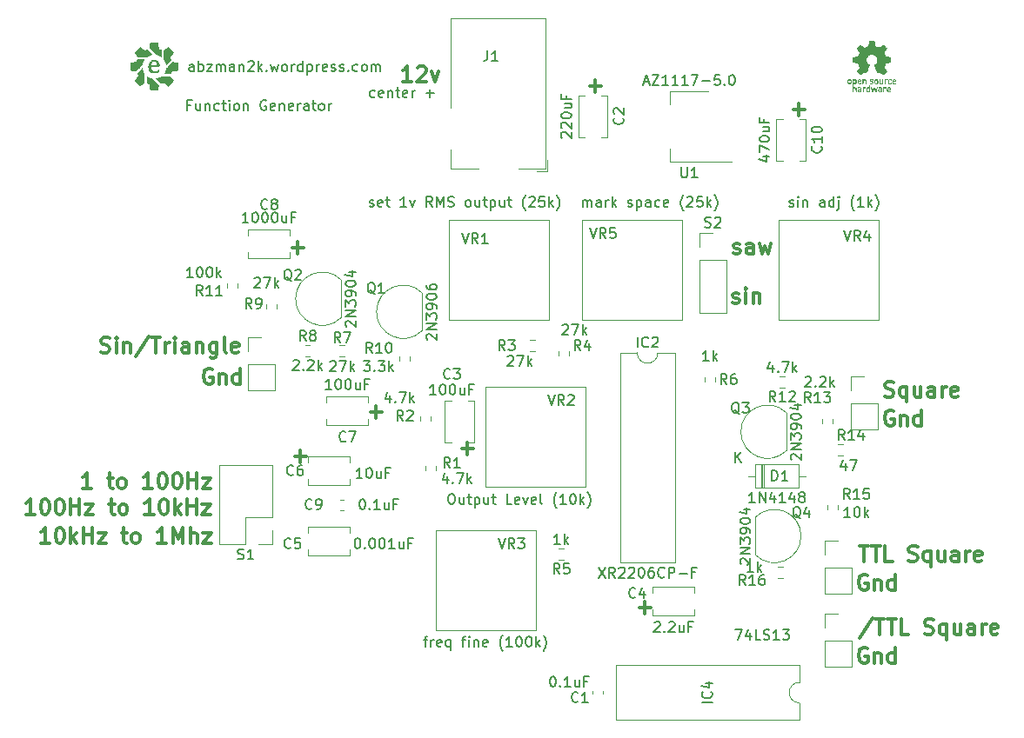
<source format=gbr>
%TF.GenerationSoftware,KiCad,Pcbnew,(6.0.0)*%
%TF.CreationDate,2022-01-24T17:52:30-05:00*%
%TF.ProjectId,function generator,66756e63-7469-46f6-9e20-67656e657261,rev?*%
%TF.SameCoordinates,Original*%
%TF.FileFunction,Legend,Top*%
%TF.FilePolarity,Positive*%
%FSLAX46Y46*%
G04 Gerber Fmt 4.6, Leading zero omitted, Abs format (unit mm)*
G04 Created by KiCad (PCBNEW (6.0.0)) date 2022-01-24 17:52:30*
%MOMM*%
%LPD*%
G01*
G04 APERTURE LIST*
%ADD10C,0.300000*%
%ADD11C,0.150000*%
%ADD12C,0.120000*%
G04 APERTURE END LIST*
D10*
X45609714Y-55725142D02*
X45824000Y-55796571D01*
X46181142Y-55796571D01*
X46324000Y-55725142D01*
X46395428Y-55653714D01*
X46466857Y-55510857D01*
X46466857Y-55368000D01*
X46395428Y-55225142D01*
X46324000Y-55153714D01*
X46181142Y-55082285D01*
X45895428Y-55010857D01*
X45752571Y-54939428D01*
X45681142Y-54868000D01*
X45609714Y-54725142D01*
X45609714Y-54582285D01*
X45681142Y-54439428D01*
X45752571Y-54368000D01*
X45895428Y-54296571D01*
X46252571Y-54296571D01*
X46466857Y-54368000D01*
X47109714Y-55796571D02*
X47109714Y-54796571D01*
X47109714Y-54296571D02*
X47038285Y-54368000D01*
X47109714Y-54439428D01*
X47181142Y-54368000D01*
X47109714Y-54296571D01*
X47109714Y-54439428D01*
X47824000Y-54796571D02*
X47824000Y-55796571D01*
X47824000Y-54939428D02*
X47895428Y-54868000D01*
X48038285Y-54796571D01*
X48252571Y-54796571D01*
X48395428Y-54868000D01*
X48466857Y-55010857D01*
X48466857Y-55796571D01*
X50252571Y-54225142D02*
X48966857Y-56153714D01*
X50538285Y-54296571D02*
X51395428Y-54296571D01*
X50966857Y-55796571D02*
X50966857Y-54296571D01*
X51895428Y-55796571D02*
X51895428Y-54796571D01*
X51895428Y-55082285D02*
X51966857Y-54939428D01*
X52038285Y-54868000D01*
X52181142Y-54796571D01*
X52324000Y-54796571D01*
X52824000Y-55796571D02*
X52824000Y-54796571D01*
X52824000Y-54296571D02*
X52752571Y-54368000D01*
X52824000Y-54439428D01*
X52895428Y-54368000D01*
X52824000Y-54296571D01*
X52824000Y-54439428D01*
X54181142Y-55796571D02*
X54181142Y-55010857D01*
X54109714Y-54868000D01*
X53966857Y-54796571D01*
X53681142Y-54796571D01*
X53538285Y-54868000D01*
X54181142Y-55725142D02*
X54038285Y-55796571D01*
X53681142Y-55796571D01*
X53538285Y-55725142D01*
X53466857Y-55582285D01*
X53466857Y-55439428D01*
X53538285Y-55296571D01*
X53681142Y-55225142D01*
X54038285Y-55225142D01*
X54181142Y-55153714D01*
X54895428Y-54796571D02*
X54895428Y-55796571D01*
X54895428Y-54939428D02*
X54966857Y-54868000D01*
X55109714Y-54796571D01*
X55324000Y-54796571D01*
X55466857Y-54868000D01*
X55538285Y-55010857D01*
X55538285Y-55796571D01*
X56895428Y-54796571D02*
X56895428Y-56010857D01*
X56824000Y-56153714D01*
X56752571Y-56225142D01*
X56609714Y-56296571D01*
X56395428Y-56296571D01*
X56252571Y-56225142D01*
X56895428Y-55725142D02*
X56752571Y-55796571D01*
X56466857Y-55796571D01*
X56324000Y-55725142D01*
X56252571Y-55653714D01*
X56181142Y-55510857D01*
X56181142Y-55082285D01*
X56252571Y-54939428D01*
X56324000Y-54868000D01*
X56466857Y-54796571D01*
X56752571Y-54796571D01*
X56895428Y-54868000D01*
X57824000Y-55796571D02*
X57681142Y-55725142D01*
X57609714Y-55582285D01*
X57609714Y-54296571D01*
X58966857Y-55725142D02*
X58824000Y-55796571D01*
X58538285Y-55796571D01*
X58395428Y-55725142D01*
X58324000Y-55582285D01*
X58324000Y-55010857D01*
X58395428Y-54868000D01*
X58538285Y-54796571D01*
X58824000Y-54796571D01*
X58966857Y-54868000D01*
X59038285Y-55010857D01*
X59038285Y-55153714D01*
X58324000Y-55296571D01*
X93154571Y-29825142D02*
X94297428Y-29825142D01*
X93726000Y-30396571D02*
X93726000Y-29253714D01*
X40613142Y-74338571D02*
X39756000Y-74338571D01*
X40184571Y-74338571D02*
X40184571Y-72838571D01*
X40041714Y-73052857D01*
X39898857Y-73195714D01*
X39756000Y-73267142D01*
X41541714Y-72838571D02*
X41684571Y-72838571D01*
X41827428Y-72910000D01*
X41898857Y-72981428D01*
X41970285Y-73124285D01*
X42041714Y-73410000D01*
X42041714Y-73767142D01*
X41970285Y-74052857D01*
X41898857Y-74195714D01*
X41827428Y-74267142D01*
X41684571Y-74338571D01*
X41541714Y-74338571D01*
X41398857Y-74267142D01*
X41327428Y-74195714D01*
X41256000Y-74052857D01*
X41184571Y-73767142D01*
X41184571Y-73410000D01*
X41256000Y-73124285D01*
X41327428Y-72981428D01*
X41398857Y-72910000D01*
X41541714Y-72838571D01*
X42684571Y-74338571D02*
X42684571Y-72838571D01*
X42827428Y-73767142D02*
X43256000Y-74338571D01*
X43256000Y-73338571D02*
X42684571Y-73910000D01*
X43898857Y-74338571D02*
X43898857Y-72838571D01*
X43898857Y-73552857D02*
X44756000Y-73552857D01*
X44756000Y-74338571D02*
X44756000Y-72838571D01*
X45327428Y-73338571D02*
X46113142Y-73338571D01*
X45327428Y-74338571D01*
X46113142Y-74338571D01*
X47613142Y-73338571D02*
X48184571Y-73338571D01*
X47827428Y-72838571D02*
X47827428Y-74124285D01*
X47898857Y-74267142D01*
X48041714Y-74338571D01*
X48184571Y-74338571D01*
X48898857Y-74338571D02*
X48756000Y-74267142D01*
X48684571Y-74195714D01*
X48613142Y-74052857D01*
X48613142Y-73624285D01*
X48684571Y-73481428D01*
X48756000Y-73410000D01*
X48898857Y-73338571D01*
X49113142Y-73338571D01*
X49256000Y-73410000D01*
X49327428Y-73481428D01*
X49398857Y-73624285D01*
X49398857Y-74052857D01*
X49327428Y-74195714D01*
X49256000Y-74267142D01*
X49113142Y-74338571D01*
X48898857Y-74338571D01*
X51970285Y-74338571D02*
X51113142Y-74338571D01*
X51541714Y-74338571D02*
X51541714Y-72838571D01*
X51398857Y-73052857D01*
X51256000Y-73195714D01*
X51113142Y-73267142D01*
X52613142Y-74338571D02*
X52613142Y-72838571D01*
X53113142Y-73910000D01*
X53613142Y-72838571D01*
X53613142Y-74338571D01*
X54327428Y-74338571D02*
X54327428Y-72838571D01*
X54970285Y-74338571D02*
X54970285Y-73552857D01*
X54898857Y-73410000D01*
X54756000Y-73338571D01*
X54541714Y-73338571D01*
X54398857Y-73410000D01*
X54327428Y-73481428D01*
X55541714Y-73338571D02*
X56327428Y-73338571D01*
X55541714Y-74338571D01*
X56327428Y-74338571D01*
X107100857Y-50899142D02*
X107243714Y-50970571D01*
X107529428Y-50970571D01*
X107672285Y-50899142D01*
X107743714Y-50756285D01*
X107743714Y-50684857D01*
X107672285Y-50542000D01*
X107529428Y-50470571D01*
X107315142Y-50470571D01*
X107172285Y-50399142D01*
X107100857Y-50256285D01*
X107100857Y-50184857D01*
X107172285Y-50042000D01*
X107315142Y-49970571D01*
X107529428Y-49970571D01*
X107672285Y-50042000D01*
X108386571Y-50970571D02*
X108386571Y-49970571D01*
X108386571Y-49470571D02*
X108315142Y-49542000D01*
X108386571Y-49613428D01*
X108458000Y-49542000D01*
X108386571Y-49470571D01*
X108386571Y-49613428D01*
X109100857Y-49970571D02*
X109100857Y-50970571D01*
X109100857Y-50113428D02*
X109172285Y-50042000D01*
X109315142Y-49970571D01*
X109529428Y-49970571D01*
X109672285Y-50042000D01*
X109743714Y-50184857D01*
X109743714Y-50970571D01*
X120193714Y-84594000D02*
X120050857Y-84522571D01*
X119836571Y-84522571D01*
X119622285Y-84594000D01*
X119479428Y-84736857D01*
X119408000Y-84879714D01*
X119336571Y-85165428D01*
X119336571Y-85379714D01*
X119408000Y-85665428D01*
X119479428Y-85808285D01*
X119622285Y-85951142D01*
X119836571Y-86022571D01*
X119979428Y-86022571D01*
X120193714Y-85951142D01*
X120265142Y-85879714D01*
X120265142Y-85379714D01*
X119979428Y-85379714D01*
X120908000Y-85022571D02*
X120908000Y-86022571D01*
X120908000Y-85165428D02*
X120979428Y-85094000D01*
X121122285Y-85022571D01*
X121336571Y-85022571D01*
X121479428Y-85094000D01*
X121550857Y-85236857D01*
X121550857Y-86022571D01*
X122908000Y-86022571D02*
X122908000Y-84522571D01*
X122908000Y-85951142D02*
X122765142Y-86022571D01*
X122479428Y-86022571D01*
X122336571Y-85951142D01*
X122265142Y-85879714D01*
X122193714Y-85736857D01*
X122193714Y-85308285D01*
X122265142Y-85165428D01*
X122336571Y-85094000D01*
X122479428Y-85022571D01*
X122765142Y-85022571D01*
X122908000Y-85094000D01*
X120702285Y-81657142D02*
X119416571Y-83585714D01*
X120988000Y-81728571D02*
X121845142Y-81728571D01*
X121416571Y-83228571D02*
X121416571Y-81728571D01*
X122130857Y-81728571D02*
X122988000Y-81728571D01*
X122559428Y-83228571D02*
X122559428Y-81728571D01*
X124202285Y-83228571D02*
X123488000Y-83228571D01*
X123488000Y-81728571D01*
X125773714Y-83157142D02*
X125988000Y-83228571D01*
X126345142Y-83228571D01*
X126488000Y-83157142D01*
X126559428Y-83085714D01*
X126630857Y-82942857D01*
X126630857Y-82800000D01*
X126559428Y-82657142D01*
X126488000Y-82585714D01*
X126345142Y-82514285D01*
X126059428Y-82442857D01*
X125916571Y-82371428D01*
X125845142Y-82300000D01*
X125773714Y-82157142D01*
X125773714Y-82014285D01*
X125845142Y-81871428D01*
X125916571Y-81800000D01*
X126059428Y-81728571D01*
X126416571Y-81728571D01*
X126630857Y-81800000D01*
X127916571Y-82228571D02*
X127916571Y-83728571D01*
X127916571Y-83157142D02*
X127773714Y-83228571D01*
X127488000Y-83228571D01*
X127345142Y-83157142D01*
X127273714Y-83085714D01*
X127202285Y-82942857D01*
X127202285Y-82514285D01*
X127273714Y-82371428D01*
X127345142Y-82300000D01*
X127488000Y-82228571D01*
X127773714Y-82228571D01*
X127916571Y-82300000D01*
X129273714Y-82228571D02*
X129273714Y-83228571D01*
X128630857Y-82228571D02*
X128630857Y-83014285D01*
X128702285Y-83157142D01*
X128845142Y-83228571D01*
X129059428Y-83228571D01*
X129202285Y-83157142D01*
X129273714Y-83085714D01*
X130630857Y-83228571D02*
X130630857Y-82442857D01*
X130559428Y-82300000D01*
X130416571Y-82228571D01*
X130130857Y-82228571D01*
X129988000Y-82300000D01*
X130630857Y-83157142D02*
X130488000Y-83228571D01*
X130130857Y-83228571D01*
X129988000Y-83157142D01*
X129916571Y-83014285D01*
X129916571Y-82871428D01*
X129988000Y-82728571D01*
X130130857Y-82657142D01*
X130488000Y-82657142D01*
X130630857Y-82585714D01*
X131345142Y-83228571D02*
X131345142Y-82228571D01*
X131345142Y-82514285D02*
X131416571Y-82371428D01*
X131488000Y-82300000D01*
X131630857Y-82228571D01*
X131773714Y-82228571D01*
X132845142Y-83157142D02*
X132702285Y-83228571D01*
X132416571Y-83228571D01*
X132273714Y-83157142D01*
X132202285Y-83014285D01*
X132202285Y-82442857D01*
X132273714Y-82300000D01*
X132416571Y-82228571D01*
X132702285Y-82228571D01*
X132845142Y-82300000D01*
X132916571Y-82442857D01*
X132916571Y-82585714D01*
X132202285Y-82728571D01*
X64198571Y-45573142D02*
X65341428Y-45573142D01*
X64770000Y-46144571D02*
X64770000Y-45001714D01*
X80708571Y-65131142D02*
X81851428Y-65131142D01*
X81280000Y-65702571D02*
X81280000Y-64559714D01*
X122733714Y-61470000D02*
X122590857Y-61398571D01*
X122376571Y-61398571D01*
X122162285Y-61470000D01*
X122019428Y-61612857D01*
X121948000Y-61755714D01*
X121876571Y-62041428D01*
X121876571Y-62255714D01*
X121948000Y-62541428D01*
X122019428Y-62684285D01*
X122162285Y-62827142D01*
X122376571Y-62898571D01*
X122519428Y-62898571D01*
X122733714Y-62827142D01*
X122805142Y-62755714D01*
X122805142Y-62255714D01*
X122519428Y-62255714D01*
X123448000Y-61898571D02*
X123448000Y-62898571D01*
X123448000Y-62041428D02*
X123519428Y-61970000D01*
X123662285Y-61898571D01*
X123876571Y-61898571D01*
X124019428Y-61970000D01*
X124090857Y-62112857D01*
X124090857Y-62898571D01*
X125448000Y-62898571D02*
X125448000Y-61398571D01*
X125448000Y-62827142D02*
X125305142Y-62898571D01*
X125019428Y-62898571D01*
X124876571Y-62827142D01*
X124805142Y-62755714D01*
X124733714Y-62612857D01*
X124733714Y-62184285D01*
X124805142Y-62041428D01*
X124876571Y-61970000D01*
X125019428Y-61898571D01*
X125305142Y-61898571D01*
X125448000Y-61970000D01*
X64452571Y-65893142D02*
X65595428Y-65893142D01*
X65024000Y-66464571D02*
X65024000Y-65321714D01*
X56439714Y-57416000D02*
X56296857Y-57344571D01*
X56082571Y-57344571D01*
X55868285Y-57416000D01*
X55725428Y-57558857D01*
X55654000Y-57701714D01*
X55582571Y-57987428D01*
X55582571Y-58201714D01*
X55654000Y-58487428D01*
X55725428Y-58630285D01*
X55868285Y-58773142D01*
X56082571Y-58844571D01*
X56225428Y-58844571D01*
X56439714Y-58773142D01*
X56511142Y-58701714D01*
X56511142Y-58201714D01*
X56225428Y-58201714D01*
X57154000Y-57844571D02*
X57154000Y-58844571D01*
X57154000Y-57987428D02*
X57225428Y-57916000D01*
X57368285Y-57844571D01*
X57582571Y-57844571D01*
X57725428Y-57916000D01*
X57796857Y-58058857D01*
X57796857Y-58844571D01*
X59154000Y-58844571D02*
X59154000Y-57344571D01*
X59154000Y-58773142D02*
X59011142Y-58844571D01*
X58725428Y-58844571D01*
X58582571Y-58773142D01*
X58511142Y-58701714D01*
X58439714Y-58558857D01*
X58439714Y-58130285D01*
X58511142Y-57987428D01*
X58582571Y-57916000D01*
X58725428Y-57844571D01*
X59011142Y-57844571D01*
X59154000Y-57916000D01*
X71818571Y-61575142D02*
X72961428Y-61575142D01*
X72390000Y-62146571D02*
X72390000Y-61003714D01*
D11*
X54340952Y-31678571D02*
X54007619Y-31678571D01*
X54007619Y-32202380D02*
X54007619Y-31202380D01*
X54483809Y-31202380D01*
X55293333Y-31535714D02*
X55293333Y-32202380D01*
X54864761Y-31535714D02*
X54864761Y-32059523D01*
X54912380Y-32154761D01*
X55007619Y-32202380D01*
X55150476Y-32202380D01*
X55245714Y-32154761D01*
X55293333Y-32107142D01*
X55769523Y-31535714D02*
X55769523Y-32202380D01*
X55769523Y-31630952D02*
X55817142Y-31583333D01*
X55912380Y-31535714D01*
X56055238Y-31535714D01*
X56150476Y-31583333D01*
X56198095Y-31678571D01*
X56198095Y-32202380D01*
X57102857Y-32154761D02*
X57007619Y-32202380D01*
X56817142Y-32202380D01*
X56721904Y-32154761D01*
X56674285Y-32107142D01*
X56626666Y-32011904D01*
X56626666Y-31726190D01*
X56674285Y-31630952D01*
X56721904Y-31583333D01*
X56817142Y-31535714D01*
X57007619Y-31535714D01*
X57102857Y-31583333D01*
X57388571Y-31535714D02*
X57769523Y-31535714D01*
X57531428Y-31202380D02*
X57531428Y-32059523D01*
X57579047Y-32154761D01*
X57674285Y-32202380D01*
X57769523Y-32202380D01*
X58102857Y-32202380D02*
X58102857Y-31535714D01*
X58102857Y-31202380D02*
X58055238Y-31250000D01*
X58102857Y-31297619D01*
X58150476Y-31250000D01*
X58102857Y-31202380D01*
X58102857Y-31297619D01*
X58721904Y-32202380D02*
X58626666Y-32154761D01*
X58579047Y-32107142D01*
X58531428Y-32011904D01*
X58531428Y-31726190D01*
X58579047Y-31630952D01*
X58626666Y-31583333D01*
X58721904Y-31535714D01*
X58864761Y-31535714D01*
X58960000Y-31583333D01*
X59007619Y-31630952D01*
X59055238Y-31726190D01*
X59055238Y-32011904D01*
X59007619Y-32107142D01*
X58960000Y-32154761D01*
X58864761Y-32202380D01*
X58721904Y-32202380D01*
X59483809Y-31535714D02*
X59483809Y-32202380D01*
X59483809Y-31630952D02*
X59531428Y-31583333D01*
X59626666Y-31535714D01*
X59769523Y-31535714D01*
X59864761Y-31583333D01*
X59912380Y-31678571D01*
X59912380Y-32202380D01*
X61674285Y-31250000D02*
X61579047Y-31202380D01*
X61436190Y-31202380D01*
X61293333Y-31250000D01*
X61198095Y-31345238D01*
X61150476Y-31440476D01*
X61102857Y-31630952D01*
X61102857Y-31773809D01*
X61150476Y-31964285D01*
X61198095Y-32059523D01*
X61293333Y-32154761D01*
X61436190Y-32202380D01*
X61531428Y-32202380D01*
X61674285Y-32154761D01*
X61721904Y-32107142D01*
X61721904Y-31773809D01*
X61531428Y-31773809D01*
X62531428Y-32154761D02*
X62436190Y-32202380D01*
X62245714Y-32202380D01*
X62150476Y-32154761D01*
X62102857Y-32059523D01*
X62102857Y-31678571D01*
X62150476Y-31583333D01*
X62245714Y-31535714D01*
X62436190Y-31535714D01*
X62531428Y-31583333D01*
X62579047Y-31678571D01*
X62579047Y-31773809D01*
X62102857Y-31869047D01*
X63007619Y-31535714D02*
X63007619Y-32202380D01*
X63007619Y-31630952D02*
X63055238Y-31583333D01*
X63150476Y-31535714D01*
X63293333Y-31535714D01*
X63388571Y-31583333D01*
X63436190Y-31678571D01*
X63436190Y-32202380D01*
X64293333Y-32154761D02*
X64198095Y-32202380D01*
X64007619Y-32202380D01*
X63912380Y-32154761D01*
X63864761Y-32059523D01*
X63864761Y-31678571D01*
X63912380Y-31583333D01*
X64007619Y-31535714D01*
X64198095Y-31535714D01*
X64293333Y-31583333D01*
X64340952Y-31678571D01*
X64340952Y-31773809D01*
X63864761Y-31869047D01*
X64769523Y-32202380D02*
X64769523Y-31535714D01*
X64769523Y-31726190D02*
X64817142Y-31630952D01*
X64864761Y-31583333D01*
X64960000Y-31535714D01*
X65055238Y-31535714D01*
X65817142Y-32202380D02*
X65817142Y-31678571D01*
X65769523Y-31583333D01*
X65674285Y-31535714D01*
X65483809Y-31535714D01*
X65388571Y-31583333D01*
X65817142Y-32154761D02*
X65721904Y-32202380D01*
X65483809Y-32202380D01*
X65388571Y-32154761D01*
X65340952Y-32059523D01*
X65340952Y-31964285D01*
X65388571Y-31869047D01*
X65483809Y-31821428D01*
X65721904Y-31821428D01*
X65817142Y-31773809D01*
X66150476Y-31535714D02*
X66531428Y-31535714D01*
X66293333Y-31202380D02*
X66293333Y-32059523D01*
X66340952Y-32154761D01*
X66436190Y-32202380D01*
X66531428Y-32202380D01*
X67007619Y-32202380D02*
X66912380Y-32154761D01*
X66864761Y-32107142D01*
X66817142Y-32011904D01*
X66817142Y-31726190D01*
X66864761Y-31630952D01*
X66912380Y-31583333D01*
X67007619Y-31535714D01*
X67150476Y-31535714D01*
X67245714Y-31583333D01*
X67293333Y-31630952D01*
X67340952Y-31726190D01*
X67340952Y-32011904D01*
X67293333Y-32107142D01*
X67245714Y-32154761D01*
X67150476Y-32202380D01*
X67007619Y-32202380D01*
X67769523Y-32202380D02*
X67769523Y-31535714D01*
X67769523Y-31726190D02*
X67817142Y-31630952D01*
X67864761Y-31583333D01*
X67960000Y-31535714D01*
X68055238Y-31535714D01*
D10*
X75850857Y-29380571D02*
X74993714Y-29380571D01*
X75422285Y-29380571D02*
X75422285Y-27880571D01*
X75279428Y-28094857D01*
X75136571Y-28237714D01*
X74993714Y-28309142D01*
X76422285Y-28023428D02*
X76493714Y-27952000D01*
X76636571Y-27880571D01*
X76993714Y-27880571D01*
X77136571Y-27952000D01*
X77208000Y-28023428D01*
X77279428Y-28166285D01*
X77279428Y-28309142D01*
X77208000Y-28523428D01*
X76350857Y-29380571D01*
X77279428Y-29380571D01*
X77779428Y-28380571D02*
X78136571Y-29380571D01*
X78493714Y-28380571D01*
X121904571Y-60033142D02*
X122118857Y-60104571D01*
X122476000Y-60104571D01*
X122618857Y-60033142D01*
X122690285Y-59961714D01*
X122761714Y-59818857D01*
X122761714Y-59676000D01*
X122690285Y-59533142D01*
X122618857Y-59461714D01*
X122476000Y-59390285D01*
X122190285Y-59318857D01*
X122047428Y-59247428D01*
X121976000Y-59176000D01*
X121904571Y-59033142D01*
X121904571Y-58890285D01*
X121976000Y-58747428D01*
X122047428Y-58676000D01*
X122190285Y-58604571D01*
X122547428Y-58604571D01*
X122761714Y-58676000D01*
X124047428Y-59104571D02*
X124047428Y-60604571D01*
X124047428Y-60033142D02*
X123904571Y-60104571D01*
X123618857Y-60104571D01*
X123476000Y-60033142D01*
X123404571Y-59961714D01*
X123333142Y-59818857D01*
X123333142Y-59390285D01*
X123404571Y-59247428D01*
X123476000Y-59176000D01*
X123618857Y-59104571D01*
X123904571Y-59104571D01*
X124047428Y-59176000D01*
X125404571Y-59104571D02*
X125404571Y-60104571D01*
X124761714Y-59104571D02*
X124761714Y-59890285D01*
X124833142Y-60033142D01*
X124976000Y-60104571D01*
X125190285Y-60104571D01*
X125333142Y-60033142D01*
X125404571Y-59961714D01*
X126761714Y-60104571D02*
X126761714Y-59318857D01*
X126690285Y-59176000D01*
X126547428Y-59104571D01*
X126261714Y-59104571D01*
X126118857Y-59176000D01*
X126761714Y-60033142D02*
X126618857Y-60104571D01*
X126261714Y-60104571D01*
X126118857Y-60033142D01*
X126047428Y-59890285D01*
X126047428Y-59747428D01*
X126118857Y-59604571D01*
X126261714Y-59533142D01*
X126618857Y-59533142D01*
X126761714Y-59461714D01*
X127476000Y-60104571D02*
X127476000Y-59104571D01*
X127476000Y-59390285D02*
X127547428Y-59247428D01*
X127618857Y-59176000D01*
X127761714Y-59104571D01*
X127904571Y-59104571D01*
X128976000Y-60033142D02*
X128833142Y-60104571D01*
X128547428Y-60104571D01*
X128404571Y-60033142D01*
X128333142Y-59890285D01*
X128333142Y-59318857D01*
X128404571Y-59176000D01*
X128547428Y-59104571D01*
X128833142Y-59104571D01*
X128976000Y-59176000D01*
X129047428Y-59318857D01*
X129047428Y-59461714D01*
X128333142Y-59604571D01*
X119440285Y-74611571D02*
X120297428Y-74611571D01*
X119868857Y-76111571D02*
X119868857Y-74611571D01*
X120583142Y-74611571D02*
X121440285Y-74611571D01*
X121011714Y-76111571D02*
X121011714Y-74611571D01*
X122654571Y-76111571D02*
X121940285Y-76111571D01*
X121940285Y-74611571D01*
X124226000Y-76040142D02*
X124440285Y-76111571D01*
X124797428Y-76111571D01*
X124940285Y-76040142D01*
X125011714Y-75968714D01*
X125083142Y-75825857D01*
X125083142Y-75683000D01*
X125011714Y-75540142D01*
X124940285Y-75468714D01*
X124797428Y-75397285D01*
X124511714Y-75325857D01*
X124368857Y-75254428D01*
X124297428Y-75183000D01*
X124226000Y-75040142D01*
X124226000Y-74897285D01*
X124297428Y-74754428D01*
X124368857Y-74683000D01*
X124511714Y-74611571D01*
X124868857Y-74611571D01*
X125083142Y-74683000D01*
X126368857Y-75111571D02*
X126368857Y-76611571D01*
X126368857Y-76040142D02*
X126226000Y-76111571D01*
X125940285Y-76111571D01*
X125797428Y-76040142D01*
X125726000Y-75968714D01*
X125654571Y-75825857D01*
X125654571Y-75397285D01*
X125726000Y-75254428D01*
X125797428Y-75183000D01*
X125940285Y-75111571D01*
X126226000Y-75111571D01*
X126368857Y-75183000D01*
X127726000Y-75111571D02*
X127726000Y-76111571D01*
X127083142Y-75111571D02*
X127083142Y-75897285D01*
X127154571Y-76040142D01*
X127297428Y-76111571D01*
X127511714Y-76111571D01*
X127654571Y-76040142D01*
X127726000Y-75968714D01*
X129083142Y-76111571D02*
X129083142Y-75325857D01*
X129011714Y-75183000D01*
X128868857Y-75111571D01*
X128583142Y-75111571D01*
X128440285Y-75183000D01*
X129083142Y-76040142D02*
X128940285Y-76111571D01*
X128583142Y-76111571D01*
X128440285Y-76040142D01*
X128368857Y-75897285D01*
X128368857Y-75754428D01*
X128440285Y-75611571D01*
X128583142Y-75540142D01*
X128940285Y-75540142D01*
X129083142Y-75468714D01*
X129797428Y-76111571D02*
X129797428Y-75111571D01*
X129797428Y-75397285D02*
X129868857Y-75254428D01*
X129940285Y-75183000D01*
X130083142Y-75111571D01*
X130226000Y-75111571D01*
X131297428Y-76040142D02*
X131154571Y-76111571D01*
X130868857Y-76111571D01*
X130726000Y-76040142D01*
X130654571Y-75897285D01*
X130654571Y-75325857D01*
X130726000Y-75183000D01*
X130868857Y-75111571D01*
X131154571Y-75111571D01*
X131297428Y-75183000D01*
X131368857Y-75325857D01*
X131368857Y-75468714D01*
X130654571Y-75611571D01*
X112966571Y-32111142D02*
X114109428Y-32111142D01*
X113538000Y-32682571D02*
X113538000Y-31539714D01*
X39172571Y-71544571D02*
X38315428Y-71544571D01*
X38744000Y-71544571D02*
X38744000Y-70044571D01*
X38601142Y-70258857D01*
X38458285Y-70401714D01*
X38315428Y-70473142D01*
X40101142Y-70044571D02*
X40244000Y-70044571D01*
X40386857Y-70116000D01*
X40458285Y-70187428D01*
X40529714Y-70330285D01*
X40601142Y-70616000D01*
X40601142Y-70973142D01*
X40529714Y-71258857D01*
X40458285Y-71401714D01*
X40386857Y-71473142D01*
X40244000Y-71544571D01*
X40101142Y-71544571D01*
X39958285Y-71473142D01*
X39886857Y-71401714D01*
X39815428Y-71258857D01*
X39744000Y-70973142D01*
X39744000Y-70616000D01*
X39815428Y-70330285D01*
X39886857Y-70187428D01*
X39958285Y-70116000D01*
X40101142Y-70044571D01*
X41529714Y-70044571D02*
X41672571Y-70044571D01*
X41815428Y-70116000D01*
X41886857Y-70187428D01*
X41958285Y-70330285D01*
X42029714Y-70616000D01*
X42029714Y-70973142D01*
X41958285Y-71258857D01*
X41886857Y-71401714D01*
X41815428Y-71473142D01*
X41672571Y-71544571D01*
X41529714Y-71544571D01*
X41386857Y-71473142D01*
X41315428Y-71401714D01*
X41244000Y-71258857D01*
X41172571Y-70973142D01*
X41172571Y-70616000D01*
X41244000Y-70330285D01*
X41315428Y-70187428D01*
X41386857Y-70116000D01*
X41529714Y-70044571D01*
X42672571Y-71544571D02*
X42672571Y-70044571D01*
X42672571Y-70758857D02*
X43529714Y-70758857D01*
X43529714Y-71544571D02*
X43529714Y-70044571D01*
X44101142Y-70544571D02*
X44886857Y-70544571D01*
X44101142Y-71544571D01*
X44886857Y-71544571D01*
X46386857Y-70544571D02*
X46958285Y-70544571D01*
X46601142Y-70044571D02*
X46601142Y-71330285D01*
X46672571Y-71473142D01*
X46815428Y-71544571D01*
X46958285Y-71544571D01*
X47672571Y-71544571D02*
X47529714Y-71473142D01*
X47458285Y-71401714D01*
X47386857Y-71258857D01*
X47386857Y-70830285D01*
X47458285Y-70687428D01*
X47529714Y-70616000D01*
X47672571Y-70544571D01*
X47886857Y-70544571D01*
X48029714Y-70616000D01*
X48101142Y-70687428D01*
X48172571Y-70830285D01*
X48172571Y-71258857D01*
X48101142Y-71401714D01*
X48029714Y-71473142D01*
X47886857Y-71544571D01*
X47672571Y-71544571D01*
X50744000Y-71544571D02*
X49886857Y-71544571D01*
X50315428Y-71544571D02*
X50315428Y-70044571D01*
X50172571Y-70258857D01*
X50029714Y-70401714D01*
X49886857Y-70473142D01*
X51672571Y-70044571D02*
X51815428Y-70044571D01*
X51958285Y-70116000D01*
X52029714Y-70187428D01*
X52101142Y-70330285D01*
X52172571Y-70616000D01*
X52172571Y-70973142D01*
X52101142Y-71258857D01*
X52029714Y-71401714D01*
X51958285Y-71473142D01*
X51815428Y-71544571D01*
X51672571Y-71544571D01*
X51529714Y-71473142D01*
X51458285Y-71401714D01*
X51386857Y-71258857D01*
X51315428Y-70973142D01*
X51315428Y-70616000D01*
X51386857Y-70330285D01*
X51458285Y-70187428D01*
X51529714Y-70116000D01*
X51672571Y-70044571D01*
X52815428Y-71544571D02*
X52815428Y-70044571D01*
X52958285Y-70973142D02*
X53386857Y-71544571D01*
X53386857Y-70544571D02*
X52815428Y-71116000D01*
X54029714Y-71544571D02*
X54029714Y-70044571D01*
X54029714Y-70758857D02*
X54886857Y-70758857D01*
X54886857Y-71544571D02*
X54886857Y-70044571D01*
X55458285Y-70544571D02*
X56244000Y-70544571D01*
X55458285Y-71544571D01*
X56244000Y-71544571D01*
X120193714Y-77477000D02*
X120050857Y-77405571D01*
X119836571Y-77405571D01*
X119622285Y-77477000D01*
X119479428Y-77619857D01*
X119408000Y-77762714D01*
X119336571Y-78048428D01*
X119336571Y-78262714D01*
X119408000Y-78548428D01*
X119479428Y-78691285D01*
X119622285Y-78834142D01*
X119836571Y-78905571D01*
X119979428Y-78905571D01*
X120193714Y-78834142D01*
X120265142Y-78762714D01*
X120265142Y-78262714D01*
X119979428Y-78262714D01*
X120908000Y-77905571D02*
X120908000Y-78905571D01*
X120908000Y-78048428D02*
X120979428Y-77977000D01*
X121122285Y-77905571D01*
X121336571Y-77905571D01*
X121479428Y-77977000D01*
X121550857Y-78119857D01*
X121550857Y-78905571D01*
X122908000Y-78905571D02*
X122908000Y-77405571D01*
X122908000Y-78834142D02*
X122765142Y-78905571D01*
X122479428Y-78905571D01*
X122336571Y-78834142D01*
X122265142Y-78762714D01*
X122193714Y-78619857D01*
X122193714Y-78191285D01*
X122265142Y-78048428D01*
X122336571Y-77977000D01*
X122479428Y-77905571D01*
X122765142Y-77905571D01*
X122908000Y-77977000D01*
D11*
X54642857Y-28392380D02*
X54642857Y-27868571D01*
X54595238Y-27773333D01*
X54500000Y-27725714D01*
X54309523Y-27725714D01*
X54214285Y-27773333D01*
X54642857Y-28344761D02*
X54547619Y-28392380D01*
X54309523Y-28392380D01*
X54214285Y-28344761D01*
X54166666Y-28249523D01*
X54166666Y-28154285D01*
X54214285Y-28059047D01*
X54309523Y-28011428D01*
X54547619Y-28011428D01*
X54642857Y-27963809D01*
X55119047Y-28392380D02*
X55119047Y-27392380D01*
X55119047Y-27773333D02*
X55214285Y-27725714D01*
X55404761Y-27725714D01*
X55500000Y-27773333D01*
X55547619Y-27820952D01*
X55595238Y-27916190D01*
X55595238Y-28201904D01*
X55547619Y-28297142D01*
X55500000Y-28344761D01*
X55404761Y-28392380D01*
X55214285Y-28392380D01*
X55119047Y-28344761D01*
X55928571Y-27725714D02*
X56452380Y-27725714D01*
X55928571Y-28392380D01*
X56452380Y-28392380D01*
X56833333Y-28392380D02*
X56833333Y-27725714D01*
X56833333Y-27820952D02*
X56880952Y-27773333D01*
X56976190Y-27725714D01*
X57119047Y-27725714D01*
X57214285Y-27773333D01*
X57261904Y-27868571D01*
X57261904Y-28392380D01*
X57261904Y-27868571D02*
X57309523Y-27773333D01*
X57404761Y-27725714D01*
X57547619Y-27725714D01*
X57642857Y-27773333D01*
X57690476Y-27868571D01*
X57690476Y-28392380D01*
X58595238Y-28392380D02*
X58595238Y-27868571D01*
X58547619Y-27773333D01*
X58452380Y-27725714D01*
X58261904Y-27725714D01*
X58166666Y-27773333D01*
X58595238Y-28344761D02*
X58500000Y-28392380D01*
X58261904Y-28392380D01*
X58166666Y-28344761D01*
X58119047Y-28249523D01*
X58119047Y-28154285D01*
X58166666Y-28059047D01*
X58261904Y-28011428D01*
X58500000Y-28011428D01*
X58595238Y-27963809D01*
X59071428Y-27725714D02*
X59071428Y-28392380D01*
X59071428Y-27820952D02*
X59119047Y-27773333D01*
X59214285Y-27725714D01*
X59357142Y-27725714D01*
X59452380Y-27773333D01*
X59500000Y-27868571D01*
X59500000Y-28392380D01*
X59928571Y-27487619D02*
X59976190Y-27440000D01*
X60071428Y-27392380D01*
X60309523Y-27392380D01*
X60404761Y-27440000D01*
X60452380Y-27487619D01*
X60500000Y-27582857D01*
X60500000Y-27678095D01*
X60452380Y-27820952D01*
X59880952Y-28392380D01*
X60500000Y-28392380D01*
X60928571Y-28392380D02*
X60928571Y-27392380D01*
X61023809Y-28011428D02*
X61309523Y-28392380D01*
X61309523Y-27725714D02*
X60928571Y-28106666D01*
X61738095Y-28297142D02*
X61785714Y-28344761D01*
X61738095Y-28392380D01*
X61690476Y-28344761D01*
X61738095Y-28297142D01*
X61738095Y-28392380D01*
X62119047Y-27725714D02*
X62309523Y-28392380D01*
X62500000Y-27916190D01*
X62690476Y-28392380D01*
X62880952Y-27725714D01*
X63404761Y-28392380D02*
X63309523Y-28344761D01*
X63261904Y-28297142D01*
X63214285Y-28201904D01*
X63214285Y-27916190D01*
X63261904Y-27820952D01*
X63309523Y-27773333D01*
X63404761Y-27725714D01*
X63547619Y-27725714D01*
X63642857Y-27773333D01*
X63690476Y-27820952D01*
X63738095Y-27916190D01*
X63738095Y-28201904D01*
X63690476Y-28297142D01*
X63642857Y-28344761D01*
X63547619Y-28392380D01*
X63404761Y-28392380D01*
X64166666Y-28392380D02*
X64166666Y-27725714D01*
X64166666Y-27916190D02*
X64214285Y-27820952D01*
X64261904Y-27773333D01*
X64357142Y-27725714D01*
X64452380Y-27725714D01*
X65214285Y-28392380D02*
X65214285Y-27392380D01*
X65214285Y-28344761D02*
X65119047Y-28392380D01*
X64928571Y-28392380D01*
X64833333Y-28344761D01*
X64785714Y-28297142D01*
X64738095Y-28201904D01*
X64738095Y-27916190D01*
X64785714Y-27820952D01*
X64833333Y-27773333D01*
X64928571Y-27725714D01*
X65119047Y-27725714D01*
X65214285Y-27773333D01*
X65690476Y-27725714D02*
X65690476Y-28725714D01*
X65690476Y-27773333D02*
X65785714Y-27725714D01*
X65976190Y-27725714D01*
X66071428Y-27773333D01*
X66119047Y-27820952D01*
X66166666Y-27916190D01*
X66166666Y-28201904D01*
X66119047Y-28297142D01*
X66071428Y-28344761D01*
X65976190Y-28392380D01*
X65785714Y-28392380D01*
X65690476Y-28344761D01*
X66595238Y-28392380D02*
X66595238Y-27725714D01*
X66595238Y-27916190D02*
X66642857Y-27820952D01*
X66690476Y-27773333D01*
X66785714Y-27725714D01*
X66880952Y-27725714D01*
X67595238Y-28344761D02*
X67500000Y-28392380D01*
X67309523Y-28392380D01*
X67214285Y-28344761D01*
X67166666Y-28249523D01*
X67166666Y-27868571D01*
X67214285Y-27773333D01*
X67309523Y-27725714D01*
X67500000Y-27725714D01*
X67595238Y-27773333D01*
X67642857Y-27868571D01*
X67642857Y-27963809D01*
X67166666Y-28059047D01*
X68023809Y-28344761D02*
X68119047Y-28392380D01*
X68309523Y-28392380D01*
X68404761Y-28344761D01*
X68452380Y-28249523D01*
X68452380Y-28201904D01*
X68404761Y-28106666D01*
X68309523Y-28059047D01*
X68166666Y-28059047D01*
X68071428Y-28011428D01*
X68023809Y-27916190D01*
X68023809Y-27868571D01*
X68071428Y-27773333D01*
X68166666Y-27725714D01*
X68309523Y-27725714D01*
X68404761Y-27773333D01*
X68833333Y-28344761D02*
X68928571Y-28392380D01*
X69119047Y-28392380D01*
X69214285Y-28344761D01*
X69261904Y-28249523D01*
X69261904Y-28201904D01*
X69214285Y-28106666D01*
X69119047Y-28059047D01*
X68976190Y-28059047D01*
X68880952Y-28011428D01*
X68833333Y-27916190D01*
X68833333Y-27868571D01*
X68880952Y-27773333D01*
X68976190Y-27725714D01*
X69119047Y-27725714D01*
X69214285Y-27773333D01*
X69690476Y-28297142D02*
X69738095Y-28344761D01*
X69690476Y-28392380D01*
X69642857Y-28344761D01*
X69690476Y-28297142D01*
X69690476Y-28392380D01*
X70595238Y-28344761D02*
X70500000Y-28392380D01*
X70309523Y-28392380D01*
X70214285Y-28344761D01*
X70166666Y-28297142D01*
X70119047Y-28201904D01*
X70119047Y-27916190D01*
X70166666Y-27820952D01*
X70214285Y-27773333D01*
X70309523Y-27725714D01*
X70500000Y-27725714D01*
X70595238Y-27773333D01*
X71166666Y-28392380D02*
X71071428Y-28344761D01*
X71023809Y-28297142D01*
X70976190Y-28201904D01*
X70976190Y-27916190D01*
X71023809Y-27820952D01*
X71071428Y-27773333D01*
X71166666Y-27725714D01*
X71309523Y-27725714D01*
X71404761Y-27773333D01*
X71452380Y-27820952D01*
X71500000Y-27916190D01*
X71500000Y-28201904D01*
X71452380Y-28297142D01*
X71404761Y-28344761D01*
X71309523Y-28392380D01*
X71166666Y-28392380D01*
X71928571Y-28392380D02*
X71928571Y-27725714D01*
X71928571Y-27820952D02*
X71976190Y-27773333D01*
X72071428Y-27725714D01*
X72214285Y-27725714D01*
X72309523Y-27773333D01*
X72357142Y-27868571D01*
X72357142Y-28392380D01*
X72357142Y-27868571D02*
X72404761Y-27773333D01*
X72500000Y-27725714D01*
X72642857Y-27725714D01*
X72738095Y-27773333D01*
X72785714Y-27868571D01*
X72785714Y-28392380D01*
D10*
X97980571Y-80625142D02*
X99123428Y-80625142D01*
X98552000Y-81196571D02*
X98552000Y-80053714D01*
X107180285Y-46073142D02*
X107323142Y-46144571D01*
X107608857Y-46144571D01*
X107751714Y-46073142D01*
X107823142Y-45930285D01*
X107823142Y-45858857D01*
X107751714Y-45716000D01*
X107608857Y-45644571D01*
X107394571Y-45644571D01*
X107251714Y-45573142D01*
X107180285Y-45430285D01*
X107180285Y-45358857D01*
X107251714Y-45216000D01*
X107394571Y-45144571D01*
X107608857Y-45144571D01*
X107751714Y-45216000D01*
X109108857Y-46144571D02*
X109108857Y-45358857D01*
X109037428Y-45216000D01*
X108894571Y-45144571D01*
X108608857Y-45144571D01*
X108466000Y-45216000D01*
X109108857Y-46073142D02*
X108966000Y-46144571D01*
X108608857Y-46144571D01*
X108466000Y-46073142D01*
X108394571Y-45930285D01*
X108394571Y-45787428D01*
X108466000Y-45644571D01*
X108608857Y-45573142D01*
X108966000Y-45573142D01*
X109108857Y-45501714D01*
X109680285Y-45144571D02*
X109966000Y-46144571D01*
X110251714Y-45430285D01*
X110537428Y-46144571D01*
X110823142Y-45144571D01*
X44680857Y-69004571D02*
X43823714Y-69004571D01*
X44252285Y-69004571D02*
X44252285Y-67504571D01*
X44109428Y-67718857D01*
X43966571Y-67861714D01*
X43823714Y-67933142D01*
X46252285Y-68004571D02*
X46823714Y-68004571D01*
X46466571Y-67504571D02*
X46466571Y-68790285D01*
X46538000Y-68933142D01*
X46680857Y-69004571D01*
X46823714Y-69004571D01*
X47538000Y-69004571D02*
X47395142Y-68933142D01*
X47323714Y-68861714D01*
X47252285Y-68718857D01*
X47252285Y-68290285D01*
X47323714Y-68147428D01*
X47395142Y-68076000D01*
X47538000Y-68004571D01*
X47752285Y-68004571D01*
X47895142Y-68076000D01*
X47966571Y-68147428D01*
X48038000Y-68290285D01*
X48038000Y-68718857D01*
X47966571Y-68861714D01*
X47895142Y-68933142D01*
X47752285Y-69004571D01*
X47538000Y-69004571D01*
X50609428Y-69004571D02*
X49752285Y-69004571D01*
X50180857Y-69004571D02*
X50180857Y-67504571D01*
X50038000Y-67718857D01*
X49895142Y-67861714D01*
X49752285Y-67933142D01*
X51538000Y-67504571D02*
X51680857Y-67504571D01*
X51823714Y-67576000D01*
X51895142Y-67647428D01*
X51966571Y-67790285D01*
X52038000Y-68076000D01*
X52038000Y-68433142D01*
X51966571Y-68718857D01*
X51895142Y-68861714D01*
X51823714Y-68933142D01*
X51680857Y-69004571D01*
X51538000Y-69004571D01*
X51395142Y-68933142D01*
X51323714Y-68861714D01*
X51252285Y-68718857D01*
X51180857Y-68433142D01*
X51180857Y-68076000D01*
X51252285Y-67790285D01*
X51323714Y-67647428D01*
X51395142Y-67576000D01*
X51538000Y-67504571D01*
X52966571Y-67504571D02*
X53109428Y-67504571D01*
X53252285Y-67576000D01*
X53323714Y-67647428D01*
X53395142Y-67790285D01*
X53466571Y-68076000D01*
X53466571Y-68433142D01*
X53395142Y-68718857D01*
X53323714Y-68861714D01*
X53252285Y-68933142D01*
X53109428Y-69004571D01*
X52966571Y-69004571D01*
X52823714Y-68933142D01*
X52752285Y-68861714D01*
X52680857Y-68718857D01*
X52609428Y-68433142D01*
X52609428Y-68076000D01*
X52680857Y-67790285D01*
X52752285Y-67647428D01*
X52823714Y-67576000D01*
X52966571Y-67504571D01*
X54109428Y-69004571D02*
X54109428Y-67504571D01*
X54109428Y-68218857D02*
X54966571Y-68218857D01*
X54966571Y-69004571D02*
X54966571Y-67504571D01*
X55538000Y-68004571D02*
X56323714Y-68004571D01*
X55538000Y-69004571D01*
X56323714Y-69004571D01*
D11*
X72263333Y-30884761D02*
X72168095Y-30932380D01*
X71977619Y-30932380D01*
X71882380Y-30884761D01*
X71834761Y-30837142D01*
X71787142Y-30741904D01*
X71787142Y-30456190D01*
X71834761Y-30360952D01*
X71882380Y-30313333D01*
X71977619Y-30265714D01*
X72168095Y-30265714D01*
X72263333Y-30313333D01*
X73072857Y-30884761D02*
X72977619Y-30932380D01*
X72787142Y-30932380D01*
X72691904Y-30884761D01*
X72644285Y-30789523D01*
X72644285Y-30408571D01*
X72691904Y-30313333D01*
X72787142Y-30265714D01*
X72977619Y-30265714D01*
X73072857Y-30313333D01*
X73120476Y-30408571D01*
X73120476Y-30503809D01*
X72644285Y-30599047D01*
X73549047Y-30265714D02*
X73549047Y-30932380D01*
X73549047Y-30360952D02*
X73596666Y-30313333D01*
X73691904Y-30265714D01*
X73834761Y-30265714D01*
X73930000Y-30313333D01*
X73977619Y-30408571D01*
X73977619Y-30932380D01*
X74310952Y-30265714D02*
X74691904Y-30265714D01*
X74453809Y-29932380D02*
X74453809Y-30789523D01*
X74501428Y-30884761D01*
X74596666Y-30932380D01*
X74691904Y-30932380D01*
X75406190Y-30884761D02*
X75310952Y-30932380D01*
X75120476Y-30932380D01*
X75025238Y-30884761D01*
X74977619Y-30789523D01*
X74977619Y-30408571D01*
X75025238Y-30313333D01*
X75120476Y-30265714D01*
X75310952Y-30265714D01*
X75406190Y-30313333D01*
X75453809Y-30408571D01*
X75453809Y-30503809D01*
X74977619Y-30599047D01*
X75882380Y-30932380D02*
X75882380Y-30265714D01*
X75882380Y-30456190D02*
X75930000Y-30360952D01*
X75977619Y-30313333D01*
X76072857Y-30265714D01*
X76168095Y-30265714D01*
X77263333Y-30551428D02*
X78025238Y-30551428D01*
X77644285Y-30932380D02*
X77644285Y-30170476D01*
%TO.C,R13*%
X114673142Y-60650380D02*
X114339809Y-60174190D01*
X114101714Y-60650380D02*
X114101714Y-59650380D01*
X114482666Y-59650380D01*
X114577904Y-59698000D01*
X114625523Y-59745619D01*
X114673142Y-59840857D01*
X114673142Y-59983714D01*
X114625523Y-60078952D01*
X114577904Y-60126571D01*
X114482666Y-60174190D01*
X114101714Y-60174190D01*
X115625523Y-60650380D02*
X115054095Y-60650380D01*
X115339809Y-60650380D02*
X115339809Y-59650380D01*
X115244571Y-59793238D01*
X115149333Y-59888476D01*
X115054095Y-59936095D01*
X115958857Y-59650380D02*
X116577904Y-59650380D01*
X116244571Y-60031333D01*
X116387428Y-60031333D01*
X116482666Y-60078952D01*
X116530285Y-60126571D01*
X116577904Y-60221809D01*
X116577904Y-60459904D01*
X116530285Y-60555142D01*
X116482666Y-60602761D01*
X116387428Y-60650380D01*
X116101714Y-60650380D01*
X116006476Y-60602761D01*
X115958857Y-60555142D01*
X114165238Y-58221619D02*
X114212857Y-58174000D01*
X114308095Y-58126380D01*
X114546190Y-58126380D01*
X114641428Y-58174000D01*
X114689047Y-58221619D01*
X114736666Y-58316857D01*
X114736666Y-58412095D01*
X114689047Y-58554952D01*
X114117619Y-59126380D01*
X114736666Y-59126380D01*
X115165238Y-59031142D02*
X115212857Y-59078761D01*
X115165238Y-59126380D01*
X115117619Y-59078761D01*
X115165238Y-59031142D01*
X115165238Y-59126380D01*
X115593809Y-58221619D02*
X115641428Y-58174000D01*
X115736666Y-58126380D01*
X115974761Y-58126380D01*
X116070000Y-58174000D01*
X116117619Y-58221619D01*
X116165238Y-58316857D01*
X116165238Y-58412095D01*
X116117619Y-58554952D01*
X115546190Y-59126380D01*
X116165238Y-59126380D01*
X116593809Y-59126380D02*
X116593809Y-58126380D01*
X116689047Y-58745428D02*
X116974761Y-59126380D01*
X116974761Y-58459714D02*
X116593809Y-58840666D01*
%TO.C,R12*%
X111265142Y-60556380D02*
X110931809Y-60080190D01*
X110693714Y-60556380D02*
X110693714Y-59556380D01*
X111074666Y-59556380D01*
X111169904Y-59604000D01*
X111217523Y-59651619D01*
X111265142Y-59746857D01*
X111265142Y-59889714D01*
X111217523Y-59984952D01*
X111169904Y-60032571D01*
X111074666Y-60080190D01*
X110693714Y-60080190D01*
X112217523Y-60556380D02*
X111646095Y-60556380D01*
X111931809Y-60556380D02*
X111931809Y-59556380D01*
X111836571Y-59699238D01*
X111741333Y-59794476D01*
X111646095Y-59842095D01*
X112598476Y-59651619D02*
X112646095Y-59604000D01*
X112741333Y-59556380D01*
X112979428Y-59556380D01*
X113074666Y-59604000D01*
X113122285Y-59651619D01*
X113169904Y-59746857D01*
X113169904Y-59842095D01*
X113122285Y-59984952D01*
X112550857Y-60556380D01*
X113169904Y-60556380D01*
X110979428Y-57029714D02*
X110979428Y-57696380D01*
X110741333Y-56648761D02*
X110503238Y-57363047D01*
X111122285Y-57363047D01*
X111503238Y-57601142D02*
X111550857Y-57648761D01*
X111503238Y-57696380D01*
X111455619Y-57648761D01*
X111503238Y-57601142D01*
X111503238Y-57696380D01*
X111884190Y-56696380D02*
X112550857Y-56696380D01*
X112122285Y-57696380D01*
X112931809Y-57696380D02*
X112931809Y-56696380D01*
X113027047Y-57315428D02*
X113312761Y-57696380D01*
X113312761Y-57029714D02*
X112931809Y-57410666D01*
%TO.C,R15*%
X118483142Y-70048380D02*
X118149809Y-69572190D01*
X117911714Y-70048380D02*
X117911714Y-69048380D01*
X118292666Y-69048380D01*
X118387904Y-69096000D01*
X118435523Y-69143619D01*
X118483142Y-69238857D01*
X118483142Y-69381714D01*
X118435523Y-69476952D01*
X118387904Y-69524571D01*
X118292666Y-69572190D01*
X117911714Y-69572190D01*
X119435523Y-70048380D02*
X118864095Y-70048380D01*
X119149809Y-70048380D02*
X119149809Y-69048380D01*
X119054571Y-69191238D01*
X118959333Y-69286476D01*
X118864095Y-69334095D01*
X120340285Y-69048380D02*
X119864095Y-69048380D01*
X119816476Y-69524571D01*
X119864095Y-69476952D01*
X119959333Y-69429333D01*
X120197428Y-69429333D01*
X120292666Y-69476952D01*
X120340285Y-69524571D01*
X120387904Y-69619809D01*
X120387904Y-69857904D01*
X120340285Y-69953142D01*
X120292666Y-70000761D01*
X120197428Y-70048380D01*
X119959333Y-70048380D01*
X119864095Y-70000761D01*
X119816476Y-69953142D01*
X118530761Y-71826380D02*
X117959333Y-71826380D01*
X118245047Y-71826380D02*
X118245047Y-70826380D01*
X118149809Y-70969238D01*
X118054571Y-71064476D01*
X117959333Y-71112095D01*
X119149809Y-70826380D02*
X119245047Y-70826380D01*
X119340285Y-70874000D01*
X119387904Y-70921619D01*
X119435523Y-71016857D01*
X119483142Y-71207333D01*
X119483142Y-71445428D01*
X119435523Y-71635904D01*
X119387904Y-71731142D01*
X119340285Y-71778761D01*
X119245047Y-71826380D01*
X119149809Y-71826380D01*
X119054571Y-71778761D01*
X119006952Y-71731142D01*
X118959333Y-71635904D01*
X118911714Y-71445428D01*
X118911714Y-71207333D01*
X118959333Y-71016857D01*
X119006952Y-70921619D01*
X119054571Y-70874000D01*
X119149809Y-70826380D01*
X119911714Y-71826380D02*
X119911714Y-70826380D01*
X120006952Y-71445428D02*
X120292666Y-71826380D01*
X120292666Y-71159714D02*
X119911714Y-71540666D01*
%TO.C,C2*%
X96399142Y-32932666D02*
X96446761Y-32980285D01*
X96494380Y-33123142D01*
X96494380Y-33218380D01*
X96446761Y-33361238D01*
X96351523Y-33456476D01*
X96256285Y-33504095D01*
X96065809Y-33551714D01*
X95922952Y-33551714D01*
X95732476Y-33504095D01*
X95637238Y-33456476D01*
X95542000Y-33361238D01*
X95494380Y-33218380D01*
X95494380Y-33123142D01*
X95542000Y-32980285D01*
X95589619Y-32932666D01*
X95589619Y-32551714D02*
X95542000Y-32504095D01*
X95494380Y-32408857D01*
X95494380Y-32170761D01*
X95542000Y-32075523D01*
X95589619Y-32027904D01*
X95684857Y-31980285D01*
X95780095Y-31980285D01*
X95922952Y-32027904D01*
X96494380Y-32599333D01*
X96494380Y-31980285D01*
X90489619Y-34885047D02*
X90442000Y-34837428D01*
X90394380Y-34742190D01*
X90394380Y-34504095D01*
X90442000Y-34408857D01*
X90489619Y-34361238D01*
X90584857Y-34313619D01*
X90680095Y-34313619D01*
X90822952Y-34361238D01*
X91394380Y-34932666D01*
X91394380Y-34313619D01*
X90489619Y-33932666D02*
X90442000Y-33885047D01*
X90394380Y-33789809D01*
X90394380Y-33551714D01*
X90442000Y-33456476D01*
X90489619Y-33408857D01*
X90584857Y-33361238D01*
X90680095Y-33361238D01*
X90822952Y-33408857D01*
X91394380Y-33980285D01*
X91394380Y-33361238D01*
X90394380Y-32742190D02*
X90394380Y-32646952D01*
X90442000Y-32551714D01*
X90489619Y-32504095D01*
X90584857Y-32456476D01*
X90775333Y-32408857D01*
X91013428Y-32408857D01*
X91203904Y-32456476D01*
X91299142Y-32504095D01*
X91346761Y-32551714D01*
X91394380Y-32646952D01*
X91394380Y-32742190D01*
X91346761Y-32837428D01*
X91299142Y-32885047D01*
X91203904Y-32932666D01*
X91013428Y-32980285D01*
X90775333Y-32980285D01*
X90584857Y-32932666D01*
X90489619Y-32885047D01*
X90442000Y-32837428D01*
X90394380Y-32742190D01*
X90727714Y-31551714D02*
X91394380Y-31551714D01*
X90727714Y-31980285D02*
X91251523Y-31980285D01*
X91346761Y-31932666D01*
X91394380Y-31837428D01*
X91394380Y-31694571D01*
X91346761Y-31599333D01*
X91299142Y-31551714D01*
X90870571Y-30742190D02*
X90870571Y-31075523D01*
X91394380Y-31075523D02*
X90394380Y-31075523D01*
X90394380Y-30599333D01*
%TO.C,S1*%
X58933095Y-75871761D02*
X59075952Y-75919380D01*
X59314047Y-75919380D01*
X59409285Y-75871761D01*
X59456904Y-75824142D01*
X59504523Y-75728904D01*
X59504523Y-75633666D01*
X59456904Y-75538428D01*
X59409285Y-75490809D01*
X59314047Y-75443190D01*
X59123571Y-75395571D01*
X59028333Y-75347952D01*
X58980714Y-75300333D01*
X58933095Y-75205095D01*
X58933095Y-75109857D01*
X58980714Y-75014619D01*
X59028333Y-74967000D01*
X59123571Y-74919380D01*
X59361666Y-74919380D01*
X59504523Y-74967000D01*
X60456904Y-75919380D02*
X59885476Y-75919380D01*
X60171190Y-75919380D02*
X60171190Y-74919380D01*
X60075952Y-75062238D01*
X59980714Y-75157476D01*
X59885476Y-75205095D01*
%TO.C,Q3*%
X107748761Y-61761619D02*
X107653523Y-61714000D01*
X107558285Y-61618761D01*
X107415428Y-61475904D01*
X107320190Y-61428285D01*
X107224952Y-61428285D01*
X107272571Y-61666380D02*
X107177333Y-61618761D01*
X107082095Y-61523523D01*
X107034476Y-61333047D01*
X107034476Y-60999714D01*
X107082095Y-60809238D01*
X107177333Y-60714000D01*
X107272571Y-60666380D01*
X107463047Y-60666380D01*
X107558285Y-60714000D01*
X107653523Y-60809238D01*
X107701142Y-60999714D01*
X107701142Y-61333047D01*
X107653523Y-61523523D01*
X107558285Y-61618761D01*
X107463047Y-61666380D01*
X107272571Y-61666380D01*
X108034476Y-60666380D02*
X108653523Y-60666380D01*
X108320190Y-61047333D01*
X108463047Y-61047333D01*
X108558285Y-61094952D01*
X108605904Y-61142571D01*
X108653523Y-61237809D01*
X108653523Y-61475904D01*
X108605904Y-61571142D01*
X108558285Y-61618761D01*
X108463047Y-61666380D01*
X108177333Y-61666380D01*
X108082095Y-61618761D01*
X108034476Y-61571142D01*
X112827619Y-66214285D02*
X112780000Y-66166666D01*
X112732380Y-66071428D01*
X112732380Y-65833333D01*
X112780000Y-65738095D01*
X112827619Y-65690476D01*
X112922857Y-65642857D01*
X113018095Y-65642857D01*
X113160952Y-65690476D01*
X113732380Y-66261904D01*
X113732380Y-65642857D01*
X113732380Y-65214285D02*
X112732380Y-65214285D01*
X113732380Y-64642857D01*
X112732380Y-64642857D01*
X112732380Y-64261904D02*
X112732380Y-63642857D01*
X113113333Y-63976190D01*
X113113333Y-63833333D01*
X113160952Y-63738095D01*
X113208571Y-63690476D01*
X113303809Y-63642857D01*
X113541904Y-63642857D01*
X113637142Y-63690476D01*
X113684761Y-63738095D01*
X113732380Y-63833333D01*
X113732380Y-64119047D01*
X113684761Y-64214285D01*
X113637142Y-64261904D01*
X113732380Y-63166666D02*
X113732380Y-62976190D01*
X113684761Y-62880952D01*
X113637142Y-62833333D01*
X113494285Y-62738095D01*
X113303809Y-62690476D01*
X112922857Y-62690476D01*
X112827619Y-62738095D01*
X112780000Y-62785714D01*
X112732380Y-62880952D01*
X112732380Y-63071428D01*
X112780000Y-63166666D01*
X112827619Y-63214285D01*
X112922857Y-63261904D01*
X113160952Y-63261904D01*
X113256190Y-63214285D01*
X113303809Y-63166666D01*
X113351428Y-63071428D01*
X113351428Y-62880952D01*
X113303809Y-62785714D01*
X113256190Y-62738095D01*
X113160952Y-62690476D01*
X112732380Y-62071428D02*
X112732380Y-61976190D01*
X112780000Y-61880952D01*
X112827619Y-61833333D01*
X112922857Y-61785714D01*
X113113333Y-61738095D01*
X113351428Y-61738095D01*
X113541904Y-61785714D01*
X113637142Y-61833333D01*
X113684761Y-61880952D01*
X113732380Y-61976190D01*
X113732380Y-62071428D01*
X113684761Y-62166666D01*
X113637142Y-62214285D01*
X113541904Y-62261904D01*
X113351428Y-62309523D01*
X113113333Y-62309523D01*
X112922857Y-62261904D01*
X112827619Y-62214285D01*
X112780000Y-62166666D01*
X112732380Y-62071428D01*
X113065714Y-60880952D02*
X113732380Y-60880952D01*
X112684761Y-61119047D02*
X113399047Y-61357142D01*
X113399047Y-60738095D01*
%TO.C,R7*%
X68921333Y-54808380D02*
X68588000Y-54332190D01*
X68349904Y-54808380D02*
X68349904Y-53808380D01*
X68730857Y-53808380D01*
X68826095Y-53856000D01*
X68873714Y-53903619D01*
X68921333Y-53998857D01*
X68921333Y-54141714D01*
X68873714Y-54236952D01*
X68826095Y-54284571D01*
X68730857Y-54332190D01*
X68349904Y-54332190D01*
X69254666Y-53808380D02*
X69921333Y-53808380D01*
X69492761Y-54808380D01*
X67921333Y-56697619D02*
X67968952Y-56650000D01*
X68064190Y-56602380D01*
X68302285Y-56602380D01*
X68397523Y-56650000D01*
X68445142Y-56697619D01*
X68492761Y-56792857D01*
X68492761Y-56888095D01*
X68445142Y-57030952D01*
X67873714Y-57602380D01*
X68492761Y-57602380D01*
X68826095Y-56602380D02*
X69492761Y-56602380D01*
X69064190Y-57602380D01*
X69873714Y-57602380D02*
X69873714Y-56602380D01*
X69968952Y-57221428D02*
X70254666Y-57602380D01*
X70254666Y-56935714D02*
X69873714Y-57316666D01*
%TO.C,C7*%
X69429333Y-64375142D02*
X69381714Y-64422761D01*
X69238857Y-64470380D01*
X69143619Y-64470380D01*
X69000761Y-64422761D01*
X68905523Y-64327523D01*
X68857904Y-64232285D01*
X68810285Y-64041809D01*
X68810285Y-63898952D01*
X68857904Y-63708476D01*
X68905523Y-63613238D01*
X69000761Y-63518000D01*
X69143619Y-63470380D01*
X69238857Y-63470380D01*
X69381714Y-63518000D01*
X69429333Y-63565619D01*
X69762666Y-63470380D02*
X70429333Y-63470380D01*
X70000761Y-64470380D01*
X68048380Y-59370380D02*
X67476952Y-59370380D01*
X67762666Y-59370380D02*
X67762666Y-58370380D01*
X67667428Y-58513238D01*
X67572190Y-58608476D01*
X67476952Y-58656095D01*
X68667428Y-58370380D02*
X68762666Y-58370380D01*
X68857904Y-58418000D01*
X68905523Y-58465619D01*
X68953142Y-58560857D01*
X69000761Y-58751333D01*
X69000761Y-58989428D01*
X68953142Y-59179904D01*
X68905523Y-59275142D01*
X68857904Y-59322761D01*
X68762666Y-59370380D01*
X68667428Y-59370380D01*
X68572190Y-59322761D01*
X68524571Y-59275142D01*
X68476952Y-59179904D01*
X68429333Y-58989428D01*
X68429333Y-58751333D01*
X68476952Y-58560857D01*
X68524571Y-58465619D01*
X68572190Y-58418000D01*
X68667428Y-58370380D01*
X69619809Y-58370380D02*
X69715047Y-58370380D01*
X69810285Y-58418000D01*
X69857904Y-58465619D01*
X69905523Y-58560857D01*
X69953142Y-58751333D01*
X69953142Y-58989428D01*
X69905523Y-59179904D01*
X69857904Y-59275142D01*
X69810285Y-59322761D01*
X69715047Y-59370380D01*
X69619809Y-59370380D01*
X69524571Y-59322761D01*
X69476952Y-59275142D01*
X69429333Y-59179904D01*
X69381714Y-58989428D01*
X69381714Y-58751333D01*
X69429333Y-58560857D01*
X69476952Y-58465619D01*
X69524571Y-58418000D01*
X69619809Y-58370380D01*
X70810285Y-58703714D02*
X70810285Y-59370380D01*
X70381714Y-58703714D02*
X70381714Y-59227523D01*
X70429333Y-59322761D01*
X70524571Y-59370380D01*
X70667428Y-59370380D01*
X70762666Y-59322761D01*
X70810285Y-59275142D01*
X71619809Y-58846571D02*
X71286476Y-58846571D01*
X71286476Y-59370380D02*
X71286476Y-58370380D01*
X71762666Y-58370380D01*
%TO.C,R5*%
X90257333Y-77320380D02*
X89924000Y-76844190D01*
X89685904Y-77320380D02*
X89685904Y-76320380D01*
X90066857Y-76320380D01*
X90162095Y-76368000D01*
X90209714Y-76415619D01*
X90257333Y-76510857D01*
X90257333Y-76653714D01*
X90209714Y-76748952D01*
X90162095Y-76796571D01*
X90066857Y-76844190D01*
X89685904Y-76844190D01*
X91162095Y-76320380D02*
X90685904Y-76320380D01*
X90638285Y-76796571D01*
X90685904Y-76748952D01*
X90781142Y-76701333D01*
X91019238Y-76701333D01*
X91114476Y-76748952D01*
X91162095Y-76796571D01*
X91209714Y-76891809D01*
X91209714Y-77129904D01*
X91162095Y-77225142D01*
X91114476Y-77272761D01*
X91019238Y-77320380D01*
X90781142Y-77320380D01*
X90685904Y-77272761D01*
X90638285Y-77225142D01*
X90304952Y-74460380D02*
X89733523Y-74460380D01*
X90019238Y-74460380D02*
X90019238Y-73460380D01*
X89924000Y-73603238D01*
X89828761Y-73698476D01*
X89733523Y-73746095D01*
X90733523Y-74460380D02*
X90733523Y-73460380D01*
X90828761Y-74079428D02*
X91114476Y-74460380D01*
X91114476Y-73793714D02*
X90733523Y-74174666D01*
%TO.C,VR4*%
X117931476Y-43902380D02*
X118264809Y-44902380D01*
X118598142Y-43902380D01*
X119502904Y-44902380D02*
X119169571Y-44426190D01*
X118931476Y-44902380D02*
X118931476Y-43902380D01*
X119312428Y-43902380D01*
X119407666Y-43950000D01*
X119455285Y-43997619D01*
X119502904Y-44092857D01*
X119502904Y-44235714D01*
X119455285Y-44330952D01*
X119407666Y-44378571D01*
X119312428Y-44426190D01*
X118931476Y-44426190D01*
X120360047Y-44235714D02*
X120360047Y-44902380D01*
X120121952Y-43854761D02*
X119883857Y-44569047D01*
X120502904Y-44569047D01*
X112597857Y-41552761D02*
X112693095Y-41600380D01*
X112883571Y-41600380D01*
X112978809Y-41552761D01*
X113026428Y-41457523D01*
X113026428Y-41409904D01*
X112978809Y-41314666D01*
X112883571Y-41267047D01*
X112740714Y-41267047D01*
X112645476Y-41219428D01*
X112597857Y-41124190D01*
X112597857Y-41076571D01*
X112645476Y-40981333D01*
X112740714Y-40933714D01*
X112883571Y-40933714D01*
X112978809Y-40981333D01*
X113455000Y-41600380D02*
X113455000Y-40933714D01*
X113455000Y-40600380D02*
X113407380Y-40648000D01*
X113455000Y-40695619D01*
X113502619Y-40648000D01*
X113455000Y-40600380D01*
X113455000Y-40695619D01*
X113931190Y-40933714D02*
X113931190Y-41600380D01*
X113931190Y-41028952D02*
X113978809Y-40981333D01*
X114074047Y-40933714D01*
X114216904Y-40933714D01*
X114312142Y-40981333D01*
X114359761Y-41076571D01*
X114359761Y-41600380D01*
X116026428Y-41600380D02*
X116026428Y-41076571D01*
X115978809Y-40981333D01*
X115883571Y-40933714D01*
X115693095Y-40933714D01*
X115597857Y-40981333D01*
X116026428Y-41552761D02*
X115931190Y-41600380D01*
X115693095Y-41600380D01*
X115597857Y-41552761D01*
X115550238Y-41457523D01*
X115550238Y-41362285D01*
X115597857Y-41267047D01*
X115693095Y-41219428D01*
X115931190Y-41219428D01*
X116026428Y-41171809D01*
X116931190Y-41600380D02*
X116931190Y-40600380D01*
X116931190Y-41552761D02*
X116835952Y-41600380D01*
X116645476Y-41600380D01*
X116550238Y-41552761D01*
X116502619Y-41505142D01*
X116455000Y-41409904D01*
X116455000Y-41124190D01*
X116502619Y-41028952D01*
X116550238Y-40981333D01*
X116645476Y-40933714D01*
X116835952Y-40933714D01*
X116931190Y-40981333D01*
X117407380Y-40933714D02*
X117407380Y-41790857D01*
X117359761Y-41886095D01*
X117264523Y-41933714D01*
X117216904Y-41933714D01*
X117407380Y-40600380D02*
X117359761Y-40648000D01*
X117407380Y-40695619D01*
X117455000Y-40648000D01*
X117407380Y-40600380D01*
X117407380Y-40695619D01*
X118931190Y-41981333D02*
X118883571Y-41933714D01*
X118788333Y-41790857D01*
X118740714Y-41695619D01*
X118693095Y-41552761D01*
X118645476Y-41314666D01*
X118645476Y-41124190D01*
X118693095Y-40886095D01*
X118740714Y-40743238D01*
X118788333Y-40648000D01*
X118883571Y-40505142D01*
X118931190Y-40457523D01*
X119835952Y-41600380D02*
X119264523Y-41600380D01*
X119550238Y-41600380D02*
X119550238Y-40600380D01*
X119455000Y-40743238D01*
X119359761Y-40838476D01*
X119264523Y-40886095D01*
X120264523Y-41600380D02*
X120264523Y-40600380D01*
X120359761Y-41219428D02*
X120645476Y-41600380D01*
X120645476Y-40933714D02*
X120264523Y-41314666D01*
X120978809Y-41981333D02*
X121026428Y-41933714D01*
X121121666Y-41790857D01*
X121169285Y-41695619D01*
X121216904Y-41552761D01*
X121264523Y-41314666D01*
X121264523Y-41124190D01*
X121216904Y-40886095D01*
X121169285Y-40743238D01*
X121121666Y-40648000D01*
X121026428Y-40505142D01*
X120978809Y-40457523D01*
%TO.C,R8*%
X65556333Y-54648380D02*
X65223000Y-54172190D01*
X64984904Y-54648380D02*
X64984904Y-53648380D01*
X65365857Y-53648380D01*
X65461095Y-53696000D01*
X65508714Y-53743619D01*
X65556333Y-53838857D01*
X65556333Y-53981714D01*
X65508714Y-54076952D01*
X65461095Y-54124571D01*
X65365857Y-54172190D01*
X64984904Y-54172190D01*
X66127761Y-54076952D02*
X66032523Y-54029333D01*
X65984904Y-53981714D01*
X65937285Y-53886476D01*
X65937285Y-53838857D01*
X65984904Y-53743619D01*
X66032523Y-53696000D01*
X66127761Y-53648380D01*
X66318238Y-53648380D01*
X66413476Y-53696000D01*
X66461095Y-53743619D01*
X66508714Y-53838857D01*
X66508714Y-53886476D01*
X66461095Y-53981714D01*
X66413476Y-54029333D01*
X66318238Y-54076952D01*
X66127761Y-54076952D01*
X66032523Y-54124571D01*
X65984904Y-54172190D01*
X65937285Y-54267428D01*
X65937285Y-54457904D01*
X65984904Y-54553142D01*
X66032523Y-54600761D01*
X66127761Y-54648380D01*
X66318238Y-54648380D01*
X66413476Y-54600761D01*
X66461095Y-54553142D01*
X66508714Y-54457904D01*
X66508714Y-54267428D01*
X66461095Y-54172190D01*
X66413476Y-54124571D01*
X66318238Y-54076952D01*
X64318238Y-56603619D02*
X64365857Y-56556000D01*
X64461095Y-56508380D01*
X64699190Y-56508380D01*
X64794428Y-56556000D01*
X64842047Y-56603619D01*
X64889666Y-56698857D01*
X64889666Y-56794095D01*
X64842047Y-56936952D01*
X64270619Y-57508380D01*
X64889666Y-57508380D01*
X65318238Y-57413142D02*
X65365857Y-57460761D01*
X65318238Y-57508380D01*
X65270619Y-57460761D01*
X65318238Y-57413142D01*
X65318238Y-57508380D01*
X65746809Y-56603619D02*
X65794428Y-56556000D01*
X65889666Y-56508380D01*
X66127761Y-56508380D01*
X66223000Y-56556000D01*
X66270619Y-56603619D01*
X66318238Y-56698857D01*
X66318238Y-56794095D01*
X66270619Y-56936952D01*
X65699190Y-57508380D01*
X66318238Y-57508380D01*
X66746809Y-57508380D02*
X66746809Y-56508380D01*
X66842047Y-57127428D02*
X67127761Y-57508380D01*
X67127761Y-56841714D02*
X66746809Y-57222666D01*
%TO.C,C5*%
X64075333Y-74779142D02*
X64027714Y-74826761D01*
X63884857Y-74874380D01*
X63789619Y-74874380D01*
X63646761Y-74826761D01*
X63551523Y-74731523D01*
X63503904Y-74636285D01*
X63456285Y-74445809D01*
X63456285Y-74302952D01*
X63503904Y-74112476D01*
X63551523Y-74017238D01*
X63646761Y-73922000D01*
X63789619Y-73874380D01*
X63884857Y-73874380D01*
X64027714Y-73922000D01*
X64075333Y-73969619D01*
X64980095Y-73874380D02*
X64503904Y-73874380D01*
X64456285Y-74350571D01*
X64503904Y-74302952D01*
X64599142Y-74255333D01*
X64837238Y-74255333D01*
X64932476Y-74302952D01*
X64980095Y-74350571D01*
X65027714Y-74445809D01*
X65027714Y-74683904D01*
X64980095Y-74779142D01*
X64932476Y-74826761D01*
X64837238Y-74874380D01*
X64599142Y-74874380D01*
X64503904Y-74826761D01*
X64456285Y-74779142D01*
X70536761Y-73874380D02*
X70632000Y-73874380D01*
X70727238Y-73922000D01*
X70774857Y-73969619D01*
X70822476Y-74064857D01*
X70870095Y-74255333D01*
X70870095Y-74493428D01*
X70822476Y-74683904D01*
X70774857Y-74779142D01*
X70727238Y-74826761D01*
X70632000Y-74874380D01*
X70536761Y-74874380D01*
X70441523Y-74826761D01*
X70393904Y-74779142D01*
X70346285Y-74683904D01*
X70298666Y-74493428D01*
X70298666Y-74255333D01*
X70346285Y-74064857D01*
X70393904Y-73969619D01*
X70441523Y-73922000D01*
X70536761Y-73874380D01*
X71298666Y-74779142D02*
X71346285Y-74826761D01*
X71298666Y-74874380D01*
X71251047Y-74826761D01*
X71298666Y-74779142D01*
X71298666Y-74874380D01*
X71965333Y-73874380D02*
X72060571Y-73874380D01*
X72155809Y-73922000D01*
X72203428Y-73969619D01*
X72251047Y-74064857D01*
X72298666Y-74255333D01*
X72298666Y-74493428D01*
X72251047Y-74683904D01*
X72203428Y-74779142D01*
X72155809Y-74826761D01*
X72060571Y-74874380D01*
X71965333Y-74874380D01*
X71870095Y-74826761D01*
X71822476Y-74779142D01*
X71774857Y-74683904D01*
X71727238Y-74493428D01*
X71727238Y-74255333D01*
X71774857Y-74064857D01*
X71822476Y-73969619D01*
X71870095Y-73922000D01*
X71965333Y-73874380D01*
X72917714Y-73874380D02*
X73012952Y-73874380D01*
X73108190Y-73922000D01*
X73155809Y-73969619D01*
X73203428Y-74064857D01*
X73251047Y-74255333D01*
X73251047Y-74493428D01*
X73203428Y-74683904D01*
X73155809Y-74779142D01*
X73108190Y-74826761D01*
X73012952Y-74874380D01*
X72917714Y-74874380D01*
X72822476Y-74826761D01*
X72774857Y-74779142D01*
X72727238Y-74683904D01*
X72679619Y-74493428D01*
X72679619Y-74255333D01*
X72727238Y-74064857D01*
X72774857Y-73969619D01*
X72822476Y-73922000D01*
X72917714Y-73874380D01*
X74203428Y-74874380D02*
X73632000Y-74874380D01*
X73917714Y-74874380D02*
X73917714Y-73874380D01*
X73822476Y-74017238D01*
X73727238Y-74112476D01*
X73632000Y-74160095D01*
X75060571Y-74207714D02*
X75060571Y-74874380D01*
X74632000Y-74207714D02*
X74632000Y-74731523D01*
X74679619Y-74826761D01*
X74774857Y-74874380D01*
X74917714Y-74874380D01*
X75012952Y-74826761D01*
X75060571Y-74779142D01*
X75870095Y-74350571D02*
X75536761Y-74350571D01*
X75536761Y-74874380D02*
X75536761Y-73874380D01*
X76012952Y-73874380D01*
%TO.C,VR1*%
X80732476Y-44156380D02*
X81065809Y-45156380D01*
X81399142Y-44156380D01*
X82303904Y-45156380D02*
X81970571Y-44680190D01*
X81732476Y-45156380D02*
X81732476Y-44156380D01*
X82113428Y-44156380D01*
X82208666Y-44204000D01*
X82256285Y-44251619D01*
X82303904Y-44346857D01*
X82303904Y-44489714D01*
X82256285Y-44584952D01*
X82208666Y-44632571D01*
X82113428Y-44680190D01*
X81732476Y-44680190D01*
X83256285Y-45156380D02*
X82684857Y-45156380D01*
X82970571Y-45156380D02*
X82970571Y-44156380D01*
X82875333Y-44299238D01*
X82780095Y-44394476D01*
X82684857Y-44442095D01*
X71764095Y-41552761D02*
X71859333Y-41600380D01*
X72049809Y-41600380D01*
X72145047Y-41552761D01*
X72192666Y-41457523D01*
X72192666Y-41409904D01*
X72145047Y-41314666D01*
X72049809Y-41267047D01*
X71906952Y-41267047D01*
X71811714Y-41219428D01*
X71764095Y-41124190D01*
X71764095Y-41076571D01*
X71811714Y-40981333D01*
X71906952Y-40933714D01*
X72049809Y-40933714D01*
X72145047Y-40981333D01*
X73002190Y-41552761D02*
X72906952Y-41600380D01*
X72716476Y-41600380D01*
X72621238Y-41552761D01*
X72573619Y-41457523D01*
X72573619Y-41076571D01*
X72621238Y-40981333D01*
X72716476Y-40933714D01*
X72906952Y-40933714D01*
X73002190Y-40981333D01*
X73049809Y-41076571D01*
X73049809Y-41171809D01*
X72573619Y-41267047D01*
X73335523Y-40933714D02*
X73716476Y-40933714D01*
X73478380Y-40600380D02*
X73478380Y-41457523D01*
X73526000Y-41552761D01*
X73621238Y-41600380D01*
X73716476Y-41600380D01*
X75335523Y-41600380D02*
X74764095Y-41600380D01*
X75049809Y-41600380D02*
X75049809Y-40600380D01*
X74954571Y-40743238D01*
X74859333Y-40838476D01*
X74764095Y-40886095D01*
X75668857Y-40933714D02*
X75906952Y-41600380D01*
X76145047Y-40933714D01*
X77859333Y-41600380D02*
X77526000Y-41124190D01*
X77287904Y-41600380D02*
X77287904Y-40600380D01*
X77668857Y-40600380D01*
X77764095Y-40648000D01*
X77811714Y-40695619D01*
X77859333Y-40790857D01*
X77859333Y-40933714D01*
X77811714Y-41028952D01*
X77764095Y-41076571D01*
X77668857Y-41124190D01*
X77287904Y-41124190D01*
X78287904Y-41600380D02*
X78287904Y-40600380D01*
X78621238Y-41314666D01*
X78954571Y-40600380D01*
X78954571Y-41600380D01*
X79383142Y-41552761D02*
X79526000Y-41600380D01*
X79764095Y-41600380D01*
X79859333Y-41552761D01*
X79906952Y-41505142D01*
X79954571Y-41409904D01*
X79954571Y-41314666D01*
X79906952Y-41219428D01*
X79859333Y-41171809D01*
X79764095Y-41124190D01*
X79573619Y-41076571D01*
X79478380Y-41028952D01*
X79430761Y-40981333D01*
X79383142Y-40886095D01*
X79383142Y-40790857D01*
X79430761Y-40695619D01*
X79478380Y-40648000D01*
X79573619Y-40600380D01*
X79811714Y-40600380D01*
X79954571Y-40648000D01*
X81287904Y-41600380D02*
X81192666Y-41552761D01*
X81145047Y-41505142D01*
X81097428Y-41409904D01*
X81097428Y-41124190D01*
X81145047Y-41028952D01*
X81192666Y-40981333D01*
X81287904Y-40933714D01*
X81430761Y-40933714D01*
X81526000Y-40981333D01*
X81573619Y-41028952D01*
X81621238Y-41124190D01*
X81621238Y-41409904D01*
X81573619Y-41505142D01*
X81526000Y-41552761D01*
X81430761Y-41600380D01*
X81287904Y-41600380D01*
X82478380Y-40933714D02*
X82478380Y-41600380D01*
X82049809Y-40933714D02*
X82049809Y-41457523D01*
X82097428Y-41552761D01*
X82192666Y-41600380D01*
X82335523Y-41600380D01*
X82430761Y-41552761D01*
X82478380Y-41505142D01*
X82811714Y-40933714D02*
X83192666Y-40933714D01*
X82954571Y-40600380D02*
X82954571Y-41457523D01*
X83002190Y-41552761D01*
X83097428Y-41600380D01*
X83192666Y-41600380D01*
X83526000Y-40933714D02*
X83526000Y-41933714D01*
X83526000Y-40981333D02*
X83621238Y-40933714D01*
X83811714Y-40933714D01*
X83906952Y-40981333D01*
X83954571Y-41028952D01*
X84002190Y-41124190D01*
X84002190Y-41409904D01*
X83954571Y-41505142D01*
X83906952Y-41552761D01*
X83811714Y-41600380D01*
X83621238Y-41600380D01*
X83526000Y-41552761D01*
X84859333Y-40933714D02*
X84859333Y-41600380D01*
X84430761Y-40933714D02*
X84430761Y-41457523D01*
X84478380Y-41552761D01*
X84573619Y-41600380D01*
X84716476Y-41600380D01*
X84811714Y-41552761D01*
X84859333Y-41505142D01*
X85192666Y-40933714D02*
X85573619Y-40933714D01*
X85335523Y-40600380D02*
X85335523Y-41457523D01*
X85383142Y-41552761D01*
X85478380Y-41600380D01*
X85573619Y-41600380D01*
X86954571Y-41981333D02*
X86906952Y-41933714D01*
X86811714Y-41790857D01*
X86764095Y-41695619D01*
X86716476Y-41552761D01*
X86668857Y-41314666D01*
X86668857Y-41124190D01*
X86716476Y-40886095D01*
X86764095Y-40743238D01*
X86811714Y-40648000D01*
X86906952Y-40505142D01*
X86954571Y-40457523D01*
X87287904Y-40695619D02*
X87335523Y-40648000D01*
X87430761Y-40600380D01*
X87668857Y-40600380D01*
X87764095Y-40648000D01*
X87811714Y-40695619D01*
X87859333Y-40790857D01*
X87859333Y-40886095D01*
X87811714Y-41028952D01*
X87240285Y-41600380D01*
X87859333Y-41600380D01*
X88764095Y-40600380D02*
X88287904Y-40600380D01*
X88240285Y-41076571D01*
X88287904Y-41028952D01*
X88383142Y-40981333D01*
X88621238Y-40981333D01*
X88716476Y-41028952D01*
X88764095Y-41076571D01*
X88811714Y-41171809D01*
X88811714Y-41409904D01*
X88764095Y-41505142D01*
X88716476Y-41552761D01*
X88621238Y-41600380D01*
X88383142Y-41600380D01*
X88287904Y-41552761D01*
X88240285Y-41505142D01*
X89240285Y-41600380D02*
X89240285Y-40600380D01*
X89335523Y-41219428D02*
X89621238Y-41600380D01*
X89621238Y-40933714D02*
X89240285Y-41314666D01*
X89954571Y-41981333D02*
X90002190Y-41933714D01*
X90097428Y-41790857D01*
X90145047Y-41695619D01*
X90192666Y-41552761D01*
X90240285Y-41314666D01*
X90240285Y-41124190D01*
X90192666Y-40886095D01*
X90145047Y-40743238D01*
X90097428Y-40648000D01*
X90002190Y-40505142D01*
X89954571Y-40457523D01*
%TO.C,VR2*%
X89114476Y-59904380D02*
X89447809Y-60904380D01*
X89781142Y-59904380D01*
X90685904Y-60904380D02*
X90352571Y-60428190D01*
X90114476Y-60904380D02*
X90114476Y-59904380D01*
X90495428Y-59904380D01*
X90590666Y-59952000D01*
X90638285Y-59999619D01*
X90685904Y-60094857D01*
X90685904Y-60237714D01*
X90638285Y-60332952D01*
X90590666Y-60380571D01*
X90495428Y-60428190D01*
X90114476Y-60428190D01*
X91066857Y-59999619D02*
X91114476Y-59952000D01*
X91209714Y-59904380D01*
X91447809Y-59904380D01*
X91543047Y-59952000D01*
X91590666Y-59999619D01*
X91638285Y-60094857D01*
X91638285Y-60190095D01*
X91590666Y-60332952D01*
X91019238Y-60904380D01*
X91638285Y-60904380D01*
X79645714Y-69556380D02*
X79836190Y-69556380D01*
X79931428Y-69604000D01*
X80026666Y-69699238D01*
X80074285Y-69889714D01*
X80074285Y-70223047D01*
X80026666Y-70413523D01*
X79931428Y-70508761D01*
X79836190Y-70556380D01*
X79645714Y-70556380D01*
X79550476Y-70508761D01*
X79455238Y-70413523D01*
X79407619Y-70223047D01*
X79407619Y-69889714D01*
X79455238Y-69699238D01*
X79550476Y-69604000D01*
X79645714Y-69556380D01*
X80931428Y-69889714D02*
X80931428Y-70556380D01*
X80502857Y-69889714D02*
X80502857Y-70413523D01*
X80550476Y-70508761D01*
X80645714Y-70556380D01*
X80788571Y-70556380D01*
X80883809Y-70508761D01*
X80931428Y-70461142D01*
X81264761Y-69889714D02*
X81645714Y-69889714D01*
X81407619Y-69556380D02*
X81407619Y-70413523D01*
X81455238Y-70508761D01*
X81550476Y-70556380D01*
X81645714Y-70556380D01*
X81979047Y-69889714D02*
X81979047Y-70889714D01*
X81979047Y-69937333D02*
X82074285Y-69889714D01*
X82264761Y-69889714D01*
X82360000Y-69937333D01*
X82407619Y-69984952D01*
X82455238Y-70080190D01*
X82455238Y-70365904D01*
X82407619Y-70461142D01*
X82360000Y-70508761D01*
X82264761Y-70556380D01*
X82074285Y-70556380D01*
X81979047Y-70508761D01*
X83312380Y-69889714D02*
X83312380Y-70556380D01*
X82883809Y-69889714D02*
X82883809Y-70413523D01*
X82931428Y-70508761D01*
X83026666Y-70556380D01*
X83169523Y-70556380D01*
X83264761Y-70508761D01*
X83312380Y-70461142D01*
X83645714Y-69889714D02*
X84026666Y-69889714D01*
X83788571Y-69556380D02*
X83788571Y-70413523D01*
X83836190Y-70508761D01*
X83931428Y-70556380D01*
X84026666Y-70556380D01*
X85598095Y-70556380D02*
X85121904Y-70556380D01*
X85121904Y-69556380D01*
X86312380Y-70508761D02*
X86217142Y-70556380D01*
X86026666Y-70556380D01*
X85931428Y-70508761D01*
X85883809Y-70413523D01*
X85883809Y-70032571D01*
X85931428Y-69937333D01*
X86026666Y-69889714D01*
X86217142Y-69889714D01*
X86312380Y-69937333D01*
X86360000Y-70032571D01*
X86360000Y-70127809D01*
X85883809Y-70223047D01*
X86693333Y-69889714D02*
X86931428Y-70556380D01*
X87169523Y-69889714D01*
X87931428Y-70508761D02*
X87836190Y-70556380D01*
X87645714Y-70556380D01*
X87550476Y-70508761D01*
X87502857Y-70413523D01*
X87502857Y-70032571D01*
X87550476Y-69937333D01*
X87645714Y-69889714D01*
X87836190Y-69889714D01*
X87931428Y-69937333D01*
X87979047Y-70032571D01*
X87979047Y-70127809D01*
X87502857Y-70223047D01*
X88550476Y-70556380D02*
X88455238Y-70508761D01*
X88407619Y-70413523D01*
X88407619Y-69556380D01*
X89979047Y-70937333D02*
X89931428Y-70889714D01*
X89836190Y-70746857D01*
X89788571Y-70651619D01*
X89740952Y-70508761D01*
X89693333Y-70270666D01*
X89693333Y-70080190D01*
X89740952Y-69842095D01*
X89788571Y-69699238D01*
X89836190Y-69604000D01*
X89931428Y-69461142D01*
X89979047Y-69413523D01*
X90883809Y-70556380D02*
X90312380Y-70556380D01*
X90598095Y-70556380D02*
X90598095Y-69556380D01*
X90502857Y-69699238D01*
X90407619Y-69794476D01*
X90312380Y-69842095D01*
X91502857Y-69556380D02*
X91598095Y-69556380D01*
X91693333Y-69604000D01*
X91740952Y-69651619D01*
X91788571Y-69746857D01*
X91836190Y-69937333D01*
X91836190Y-70175428D01*
X91788571Y-70365904D01*
X91740952Y-70461142D01*
X91693333Y-70508761D01*
X91598095Y-70556380D01*
X91502857Y-70556380D01*
X91407619Y-70508761D01*
X91360000Y-70461142D01*
X91312380Y-70365904D01*
X91264761Y-70175428D01*
X91264761Y-69937333D01*
X91312380Y-69746857D01*
X91360000Y-69651619D01*
X91407619Y-69604000D01*
X91502857Y-69556380D01*
X92264761Y-70556380D02*
X92264761Y-69556380D01*
X92360000Y-70175428D02*
X92645714Y-70556380D01*
X92645714Y-69889714D02*
X92264761Y-70270666D01*
X92979047Y-70937333D02*
X93026666Y-70889714D01*
X93121904Y-70746857D01*
X93169523Y-70651619D01*
X93217142Y-70508761D01*
X93264761Y-70270666D01*
X93264761Y-70080190D01*
X93217142Y-69842095D01*
X93169523Y-69699238D01*
X93121904Y-69604000D01*
X93026666Y-69461142D01*
X92979047Y-69413523D01*
%TO.C,R2*%
X75017333Y-62428380D02*
X74684000Y-61952190D01*
X74445904Y-62428380D02*
X74445904Y-61428380D01*
X74826857Y-61428380D01*
X74922095Y-61476000D01*
X74969714Y-61523619D01*
X75017333Y-61618857D01*
X75017333Y-61761714D01*
X74969714Y-61856952D01*
X74922095Y-61904571D01*
X74826857Y-61952190D01*
X74445904Y-61952190D01*
X75398285Y-61523619D02*
X75445904Y-61476000D01*
X75541142Y-61428380D01*
X75779238Y-61428380D01*
X75874476Y-61476000D01*
X75922095Y-61523619D01*
X75969714Y-61618857D01*
X75969714Y-61714095D01*
X75922095Y-61856952D01*
X75350666Y-62428380D01*
X75969714Y-62428380D01*
X73747428Y-59983714D02*
X73747428Y-60650380D01*
X73509333Y-59602761D02*
X73271238Y-60317047D01*
X73890285Y-60317047D01*
X74271238Y-60555142D02*
X74318857Y-60602761D01*
X74271238Y-60650380D01*
X74223619Y-60602761D01*
X74271238Y-60555142D01*
X74271238Y-60650380D01*
X74652190Y-59650380D02*
X75318857Y-59650380D01*
X74890285Y-60650380D01*
X75699809Y-60650380D02*
X75699809Y-59650380D01*
X75795047Y-60269428D02*
X76080761Y-60650380D01*
X76080761Y-59983714D02*
X75699809Y-60364666D01*
%TO.C,R9*%
X60285333Y-51506380D02*
X59952000Y-51030190D01*
X59713904Y-51506380D02*
X59713904Y-50506380D01*
X60094857Y-50506380D01*
X60190095Y-50554000D01*
X60237714Y-50601619D01*
X60285333Y-50696857D01*
X60285333Y-50839714D01*
X60237714Y-50934952D01*
X60190095Y-50982571D01*
X60094857Y-51030190D01*
X59713904Y-51030190D01*
X60761523Y-51506380D02*
X60952000Y-51506380D01*
X61047238Y-51458761D01*
X61094857Y-51411142D01*
X61190095Y-51268285D01*
X61237714Y-51077809D01*
X61237714Y-50696857D01*
X61190095Y-50601619D01*
X61142476Y-50554000D01*
X61047238Y-50506380D01*
X60856761Y-50506380D01*
X60761523Y-50554000D01*
X60713904Y-50601619D01*
X60666285Y-50696857D01*
X60666285Y-50934952D01*
X60713904Y-51030190D01*
X60761523Y-51077809D01*
X60856761Y-51125428D01*
X61047238Y-51125428D01*
X61142476Y-51077809D01*
X61190095Y-51030190D01*
X61237714Y-50934952D01*
X60555333Y-48569619D02*
X60602952Y-48522000D01*
X60698190Y-48474380D01*
X60936285Y-48474380D01*
X61031523Y-48522000D01*
X61079142Y-48569619D01*
X61126761Y-48664857D01*
X61126761Y-48760095D01*
X61079142Y-48902952D01*
X60507714Y-49474380D01*
X61126761Y-49474380D01*
X61460095Y-48474380D02*
X62126761Y-48474380D01*
X61698190Y-49474380D01*
X62507714Y-49474380D02*
X62507714Y-48474380D01*
X62602952Y-49093428D02*
X62888666Y-49474380D01*
X62888666Y-48807714D02*
X62507714Y-49188666D01*
%TO.C,Q4*%
X113696761Y-71921619D02*
X113601523Y-71874000D01*
X113506285Y-71778761D01*
X113363428Y-71635904D01*
X113268190Y-71588285D01*
X113172952Y-71588285D01*
X113220571Y-71826380D02*
X113125333Y-71778761D01*
X113030095Y-71683523D01*
X112982476Y-71493047D01*
X112982476Y-71159714D01*
X113030095Y-70969238D01*
X113125333Y-70874000D01*
X113220571Y-70826380D01*
X113411047Y-70826380D01*
X113506285Y-70874000D01*
X113601523Y-70969238D01*
X113649142Y-71159714D01*
X113649142Y-71493047D01*
X113601523Y-71683523D01*
X113506285Y-71778761D01*
X113411047Y-71826380D01*
X113220571Y-71826380D01*
X114506285Y-71159714D02*
X114506285Y-71826380D01*
X114268190Y-70778761D02*
X114030095Y-71493047D01*
X114649142Y-71493047D01*
X107903619Y-76374285D02*
X107856000Y-76326666D01*
X107808380Y-76231428D01*
X107808380Y-75993333D01*
X107856000Y-75898095D01*
X107903619Y-75850476D01*
X107998857Y-75802857D01*
X108094095Y-75802857D01*
X108236952Y-75850476D01*
X108808380Y-76421904D01*
X108808380Y-75802857D01*
X108808380Y-75374285D02*
X107808380Y-75374285D01*
X108808380Y-74802857D01*
X107808380Y-74802857D01*
X107808380Y-74421904D02*
X107808380Y-73802857D01*
X108189333Y-74136190D01*
X108189333Y-73993333D01*
X108236952Y-73898095D01*
X108284571Y-73850476D01*
X108379809Y-73802857D01*
X108617904Y-73802857D01*
X108713142Y-73850476D01*
X108760761Y-73898095D01*
X108808380Y-73993333D01*
X108808380Y-74279047D01*
X108760761Y-74374285D01*
X108713142Y-74421904D01*
X108808380Y-73326666D02*
X108808380Y-73136190D01*
X108760761Y-73040952D01*
X108713142Y-72993333D01*
X108570285Y-72898095D01*
X108379809Y-72850476D01*
X107998857Y-72850476D01*
X107903619Y-72898095D01*
X107856000Y-72945714D01*
X107808380Y-73040952D01*
X107808380Y-73231428D01*
X107856000Y-73326666D01*
X107903619Y-73374285D01*
X107998857Y-73421904D01*
X108236952Y-73421904D01*
X108332190Y-73374285D01*
X108379809Y-73326666D01*
X108427428Y-73231428D01*
X108427428Y-73040952D01*
X108379809Y-72945714D01*
X108332190Y-72898095D01*
X108236952Y-72850476D01*
X107808380Y-72231428D02*
X107808380Y-72136190D01*
X107856000Y-72040952D01*
X107903619Y-71993333D01*
X107998857Y-71945714D01*
X108189333Y-71898095D01*
X108427428Y-71898095D01*
X108617904Y-71945714D01*
X108713142Y-71993333D01*
X108760761Y-72040952D01*
X108808380Y-72136190D01*
X108808380Y-72231428D01*
X108760761Y-72326666D01*
X108713142Y-72374285D01*
X108617904Y-72421904D01*
X108427428Y-72469523D01*
X108189333Y-72469523D01*
X107998857Y-72421904D01*
X107903619Y-72374285D01*
X107856000Y-72326666D01*
X107808380Y-72231428D01*
X108141714Y-71040952D02*
X108808380Y-71040952D01*
X107760761Y-71279047D02*
X108475047Y-71517142D01*
X108475047Y-70898095D01*
%TO.C,IC2*%
X97829809Y-55272380D02*
X97829809Y-54272380D01*
X98877428Y-55177142D02*
X98829809Y-55224761D01*
X98686952Y-55272380D01*
X98591714Y-55272380D01*
X98448857Y-55224761D01*
X98353619Y-55129523D01*
X98306000Y-55034285D01*
X98258380Y-54843809D01*
X98258380Y-54700952D01*
X98306000Y-54510476D01*
X98353619Y-54415238D01*
X98448857Y-54320000D01*
X98591714Y-54272380D01*
X98686952Y-54272380D01*
X98829809Y-54320000D01*
X98877428Y-54367619D01*
X99258380Y-54367619D02*
X99306000Y-54320000D01*
X99401238Y-54272380D01*
X99639333Y-54272380D01*
X99734571Y-54320000D01*
X99782190Y-54367619D01*
X99829809Y-54462857D01*
X99829809Y-54558095D01*
X99782190Y-54700952D01*
X99210761Y-55272380D01*
X99829809Y-55272380D01*
X94020285Y-76712380D02*
X94686952Y-77712380D01*
X94686952Y-76712380D02*
X94020285Y-77712380D01*
X95639333Y-77712380D02*
X95306000Y-77236190D01*
X95067904Y-77712380D02*
X95067904Y-76712380D01*
X95448857Y-76712380D01*
X95544095Y-76760000D01*
X95591714Y-76807619D01*
X95639333Y-76902857D01*
X95639333Y-77045714D01*
X95591714Y-77140952D01*
X95544095Y-77188571D01*
X95448857Y-77236190D01*
X95067904Y-77236190D01*
X96020285Y-76807619D02*
X96067904Y-76760000D01*
X96163142Y-76712380D01*
X96401238Y-76712380D01*
X96496476Y-76760000D01*
X96544095Y-76807619D01*
X96591714Y-76902857D01*
X96591714Y-76998095D01*
X96544095Y-77140952D01*
X95972666Y-77712380D01*
X96591714Y-77712380D01*
X96972666Y-76807619D02*
X97020285Y-76760000D01*
X97115523Y-76712380D01*
X97353619Y-76712380D01*
X97448857Y-76760000D01*
X97496476Y-76807619D01*
X97544095Y-76902857D01*
X97544095Y-76998095D01*
X97496476Y-77140952D01*
X96925047Y-77712380D01*
X97544095Y-77712380D01*
X98163142Y-76712380D02*
X98258380Y-76712380D01*
X98353619Y-76760000D01*
X98401238Y-76807619D01*
X98448857Y-76902857D01*
X98496476Y-77093333D01*
X98496476Y-77331428D01*
X98448857Y-77521904D01*
X98401238Y-77617142D01*
X98353619Y-77664761D01*
X98258380Y-77712380D01*
X98163142Y-77712380D01*
X98067904Y-77664761D01*
X98020285Y-77617142D01*
X97972666Y-77521904D01*
X97925047Y-77331428D01*
X97925047Y-77093333D01*
X97972666Y-76902857D01*
X98020285Y-76807619D01*
X98067904Y-76760000D01*
X98163142Y-76712380D01*
X99353619Y-76712380D02*
X99163142Y-76712380D01*
X99067904Y-76760000D01*
X99020285Y-76807619D01*
X98925047Y-76950476D01*
X98877428Y-77140952D01*
X98877428Y-77521904D01*
X98925047Y-77617142D01*
X98972666Y-77664761D01*
X99067904Y-77712380D01*
X99258380Y-77712380D01*
X99353619Y-77664761D01*
X99401238Y-77617142D01*
X99448857Y-77521904D01*
X99448857Y-77283809D01*
X99401238Y-77188571D01*
X99353619Y-77140952D01*
X99258380Y-77093333D01*
X99067904Y-77093333D01*
X98972666Y-77140952D01*
X98925047Y-77188571D01*
X98877428Y-77283809D01*
X100448857Y-77617142D02*
X100401238Y-77664761D01*
X100258380Y-77712380D01*
X100163142Y-77712380D01*
X100020285Y-77664761D01*
X99925047Y-77569523D01*
X99877428Y-77474285D01*
X99829809Y-77283809D01*
X99829809Y-77140952D01*
X99877428Y-76950476D01*
X99925047Y-76855238D01*
X100020285Y-76760000D01*
X100163142Y-76712380D01*
X100258380Y-76712380D01*
X100401238Y-76760000D01*
X100448857Y-76807619D01*
X100877428Y-77712380D02*
X100877428Y-76712380D01*
X101258380Y-76712380D01*
X101353619Y-76760000D01*
X101401238Y-76807619D01*
X101448857Y-76902857D01*
X101448857Y-77045714D01*
X101401238Y-77140952D01*
X101353619Y-77188571D01*
X101258380Y-77236190D01*
X100877428Y-77236190D01*
X101877428Y-77331428D02*
X102639333Y-77331428D01*
X103448857Y-77188571D02*
X103115523Y-77188571D01*
X103115523Y-77712380D02*
X103115523Y-76712380D01*
X103591714Y-76712380D01*
%TO.C,C3*%
X79589333Y-58269142D02*
X79541714Y-58316761D01*
X79398857Y-58364380D01*
X79303619Y-58364380D01*
X79160761Y-58316761D01*
X79065523Y-58221523D01*
X79017904Y-58126285D01*
X78970285Y-57935809D01*
X78970285Y-57792952D01*
X79017904Y-57602476D01*
X79065523Y-57507238D01*
X79160761Y-57412000D01*
X79303619Y-57364380D01*
X79398857Y-57364380D01*
X79541714Y-57412000D01*
X79589333Y-57459619D01*
X79922666Y-57364380D02*
X80541714Y-57364380D01*
X80208380Y-57745333D01*
X80351238Y-57745333D01*
X80446476Y-57792952D01*
X80494095Y-57840571D01*
X80541714Y-57935809D01*
X80541714Y-58173904D01*
X80494095Y-58269142D01*
X80446476Y-58316761D01*
X80351238Y-58364380D01*
X80065523Y-58364380D01*
X79970285Y-58316761D01*
X79922666Y-58269142D01*
X78208380Y-59888380D02*
X77636952Y-59888380D01*
X77922666Y-59888380D02*
X77922666Y-58888380D01*
X77827428Y-59031238D01*
X77732190Y-59126476D01*
X77636952Y-59174095D01*
X78827428Y-58888380D02*
X78922666Y-58888380D01*
X79017904Y-58936000D01*
X79065523Y-58983619D01*
X79113142Y-59078857D01*
X79160761Y-59269333D01*
X79160761Y-59507428D01*
X79113142Y-59697904D01*
X79065523Y-59793142D01*
X79017904Y-59840761D01*
X78922666Y-59888380D01*
X78827428Y-59888380D01*
X78732190Y-59840761D01*
X78684571Y-59793142D01*
X78636952Y-59697904D01*
X78589333Y-59507428D01*
X78589333Y-59269333D01*
X78636952Y-59078857D01*
X78684571Y-58983619D01*
X78732190Y-58936000D01*
X78827428Y-58888380D01*
X79779809Y-58888380D02*
X79875047Y-58888380D01*
X79970285Y-58936000D01*
X80017904Y-58983619D01*
X80065523Y-59078857D01*
X80113142Y-59269333D01*
X80113142Y-59507428D01*
X80065523Y-59697904D01*
X80017904Y-59793142D01*
X79970285Y-59840761D01*
X79875047Y-59888380D01*
X79779809Y-59888380D01*
X79684571Y-59840761D01*
X79636952Y-59793142D01*
X79589333Y-59697904D01*
X79541714Y-59507428D01*
X79541714Y-59269333D01*
X79589333Y-59078857D01*
X79636952Y-58983619D01*
X79684571Y-58936000D01*
X79779809Y-58888380D01*
X80970285Y-59221714D02*
X80970285Y-59888380D01*
X80541714Y-59221714D02*
X80541714Y-59745523D01*
X80589333Y-59840761D01*
X80684571Y-59888380D01*
X80827428Y-59888380D01*
X80922666Y-59840761D01*
X80970285Y-59793142D01*
X81779809Y-59364571D02*
X81446476Y-59364571D01*
X81446476Y-59888380D02*
X81446476Y-58888380D01*
X81922666Y-58888380D01*
%TO.C,S2*%
X104394095Y-43555761D02*
X104536952Y-43603380D01*
X104775047Y-43603380D01*
X104870285Y-43555761D01*
X104917904Y-43508142D01*
X104965523Y-43412904D01*
X104965523Y-43317666D01*
X104917904Y-43222428D01*
X104870285Y-43174809D01*
X104775047Y-43127190D01*
X104584571Y-43079571D01*
X104489333Y-43031952D01*
X104441714Y-42984333D01*
X104394095Y-42889095D01*
X104394095Y-42793857D01*
X104441714Y-42698619D01*
X104489333Y-42651000D01*
X104584571Y-42603380D01*
X104822666Y-42603380D01*
X104965523Y-42651000D01*
X105346476Y-42698619D02*
X105394095Y-42651000D01*
X105489333Y-42603380D01*
X105727428Y-42603380D01*
X105822666Y-42651000D01*
X105870285Y-42698619D01*
X105917904Y-42793857D01*
X105917904Y-42889095D01*
X105870285Y-43031952D01*
X105298857Y-43603380D01*
X105917904Y-43603380D01*
%TO.C,R4*%
X92289333Y-55570380D02*
X91956000Y-55094190D01*
X91717904Y-55570380D02*
X91717904Y-54570380D01*
X92098857Y-54570380D01*
X92194095Y-54618000D01*
X92241714Y-54665619D01*
X92289333Y-54760857D01*
X92289333Y-54903714D01*
X92241714Y-54998952D01*
X92194095Y-55046571D01*
X92098857Y-55094190D01*
X91717904Y-55094190D01*
X93146476Y-54903714D02*
X93146476Y-55570380D01*
X92908380Y-54522761D02*
X92670285Y-55237047D01*
X93289333Y-55237047D01*
X90527333Y-53141619D02*
X90574952Y-53094000D01*
X90670190Y-53046380D01*
X90908285Y-53046380D01*
X91003523Y-53094000D01*
X91051142Y-53141619D01*
X91098761Y-53236857D01*
X91098761Y-53332095D01*
X91051142Y-53474952D01*
X90479714Y-54046380D01*
X91098761Y-54046380D01*
X91432095Y-53046380D02*
X92098761Y-53046380D01*
X91670190Y-54046380D01*
X92479714Y-54046380D02*
X92479714Y-53046380D01*
X92574952Y-53665428D02*
X92860666Y-54046380D01*
X92860666Y-53379714D02*
X92479714Y-53760666D01*
%TO.C,C6*%
X64329333Y-67667142D02*
X64281714Y-67714761D01*
X64138857Y-67762380D01*
X64043619Y-67762380D01*
X63900761Y-67714761D01*
X63805523Y-67619523D01*
X63757904Y-67524285D01*
X63710285Y-67333809D01*
X63710285Y-67190952D01*
X63757904Y-67000476D01*
X63805523Y-66905238D01*
X63900761Y-66810000D01*
X64043619Y-66762380D01*
X64138857Y-66762380D01*
X64281714Y-66810000D01*
X64329333Y-66857619D01*
X65186476Y-66762380D02*
X64996000Y-66762380D01*
X64900761Y-66810000D01*
X64853142Y-66857619D01*
X64757904Y-67000476D01*
X64710285Y-67190952D01*
X64710285Y-67571904D01*
X64757904Y-67667142D01*
X64805523Y-67714761D01*
X64900761Y-67762380D01*
X65091238Y-67762380D01*
X65186476Y-67714761D01*
X65234095Y-67667142D01*
X65281714Y-67571904D01*
X65281714Y-67333809D01*
X65234095Y-67238571D01*
X65186476Y-67190952D01*
X65091238Y-67143333D01*
X64900761Y-67143333D01*
X64805523Y-67190952D01*
X64757904Y-67238571D01*
X64710285Y-67333809D01*
X71044571Y-68016380D02*
X70473142Y-68016380D01*
X70758857Y-68016380D02*
X70758857Y-67016380D01*
X70663619Y-67159238D01*
X70568380Y-67254476D01*
X70473142Y-67302095D01*
X71663619Y-67016380D02*
X71758857Y-67016380D01*
X71854095Y-67064000D01*
X71901714Y-67111619D01*
X71949333Y-67206857D01*
X71996952Y-67397333D01*
X71996952Y-67635428D01*
X71949333Y-67825904D01*
X71901714Y-67921142D01*
X71854095Y-67968761D01*
X71758857Y-68016380D01*
X71663619Y-68016380D01*
X71568380Y-67968761D01*
X71520761Y-67921142D01*
X71473142Y-67825904D01*
X71425523Y-67635428D01*
X71425523Y-67397333D01*
X71473142Y-67206857D01*
X71520761Y-67111619D01*
X71568380Y-67064000D01*
X71663619Y-67016380D01*
X72854095Y-67349714D02*
X72854095Y-68016380D01*
X72425523Y-67349714D02*
X72425523Y-67873523D01*
X72473142Y-67968761D01*
X72568380Y-68016380D01*
X72711238Y-68016380D01*
X72806476Y-67968761D01*
X72854095Y-67921142D01*
X73663619Y-67492571D02*
X73330285Y-67492571D01*
X73330285Y-68016380D02*
X73330285Y-67016380D01*
X73806476Y-67016380D01*
%TO.C,C9*%
X66127333Y-70969142D02*
X66079714Y-71016761D01*
X65936857Y-71064380D01*
X65841619Y-71064380D01*
X65698761Y-71016761D01*
X65603523Y-70921523D01*
X65555904Y-70826285D01*
X65508285Y-70635809D01*
X65508285Y-70492952D01*
X65555904Y-70302476D01*
X65603523Y-70207238D01*
X65698761Y-70112000D01*
X65841619Y-70064380D01*
X65936857Y-70064380D01*
X66079714Y-70112000D01*
X66127333Y-70159619D01*
X66603523Y-71064380D02*
X66794000Y-71064380D01*
X66889238Y-71016761D01*
X66936857Y-70969142D01*
X67032095Y-70826285D01*
X67079714Y-70635809D01*
X67079714Y-70254857D01*
X67032095Y-70159619D01*
X66984476Y-70112000D01*
X66889238Y-70064380D01*
X66698761Y-70064380D01*
X66603523Y-70112000D01*
X66555904Y-70159619D01*
X66508285Y-70254857D01*
X66508285Y-70492952D01*
X66555904Y-70588190D01*
X66603523Y-70635809D01*
X66698761Y-70683428D01*
X66889238Y-70683428D01*
X66984476Y-70635809D01*
X67032095Y-70588190D01*
X67079714Y-70492952D01*
X71001142Y-70064380D02*
X71096380Y-70064380D01*
X71191619Y-70112000D01*
X71239238Y-70159619D01*
X71286857Y-70254857D01*
X71334476Y-70445333D01*
X71334476Y-70683428D01*
X71286857Y-70873904D01*
X71239238Y-70969142D01*
X71191619Y-71016761D01*
X71096380Y-71064380D01*
X71001142Y-71064380D01*
X70905904Y-71016761D01*
X70858285Y-70969142D01*
X70810666Y-70873904D01*
X70763047Y-70683428D01*
X70763047Y-70445333D01*
X70810666Y-70254857D01*
X70858285Y-70159619D01*
X70905904Y-70112000D01*
X71001142Y-70064380D01*
X71763047Y-70969142D02*
X71810666Y-71016761D01*
X71763047Y-71064380D01*
X71715428Y-71016761D01*
X71763047Y-70969142D01*
X71763047Y-71064380D01*
X72763047Y-71064380D02*
X72191619Y-71064380D01*
X72477333Y-71064380D02*
X72477333Y-70064380D01*
X72382095Y-70207238D01*
X72286857Y-70302476D01*
X72191619Y-70350095D01*
X73620190Y-70397714D02*
X73620190Y-71064380D01*
X73191619Y-70397714D02*
X73191619Y-70921523D01*
X73239238Y-71016761D01*
X73334476Y-71064380D01*
X73477333Y-71064380D01*
X73572571Y-71016761D01*
X73620190Y-70969142D01*
X74429714Y-70540571D02*
X74096380Y-70540571D01*
X74096380Y-71064380D02*
X74096380Y-70064380D01*
X74572571Y-70064380D01*
%TO.C,C4*%
X97623333Y-79605142D02*
X97575714Y-79652761D01*
X97432857Y-79700380D01*
X97337619Y-79700380D01*
X97194761Y-79652761D01*
X97099523Y-79557523D01*
X97051904Y-79462285D01*
X97004285Y-79271809D01*
X97004285Y-79128952D01*
X97051904Y-78938476D01*
X97099523Y-78843238D01*
X97194761Y-78748000D01*
X97337619Y-78700380D01*
X97432857Y-78700380D01*
X97575714Y-78748000D01*
X97623333Y-78795619D01*
X98480476Y-79033714D02*
X98480476Y-79700380D01*
X98242380Y-78652761D02*
X98004285Y-79367047D01*
X98623333Y-79367047D01*
X99465047Y-82107619D02*
X99512666Y-82060000D01*
X99607904Y-82012380D01*
X99846000Y-82012380D01*
X99941238Y-82060000D01*
X99988857Y-82107619D01*
X100036476Y-82202857D01*
X100036476Y-82298095D01*
X99988857Y-82440952D01*
X99417428Y-83012380D01*
X100036476Y-83012380D01*
X100465047Y-82917142D02*
X100512666Y-82964761D01*
X100465047Y-83012380D01*
X100417428Y-82964761D01*
X100465047Y-82917142D01*
X100465047Y-83012380D01*
X100893619Y-82107619D02*
X100941238Y-82060000D01*
X101036476Y-82012380D01*
X101274571Y-82012380D01*
X101369809Y-82060000D01*
X101417428Y-82107619D01*
X101465047Y-82202857D01*
X101465047Y-82298095D01*
X101417428Y-82440952D01*
X100846000Y-83012380D01*
X101465047Y-83012380D01*
X102322190Y-82345714D02*
X102322190Y-83012380D01*
X101893619Y-82345714D02*
X101893619Y-82869523D01*
X101941238Y-82964761D01*
X102036476Y-83012380D01*
X102179333Y-83012380D01*
X102274571Y-82964761D01*
X102322190Y-82917142D01*
X103131714Y-82488571D02*
X102798380Y-82488571D01*
X102798380Y-83012380D02*
X102798380Y-82012380D01*
X103274571Y-82012380D01*
%TO.C,J1*%
X83232666Y-26376380D02*
X83232666Y-27090666D01*
X83185047Y-27233523D01*
X83089809Y-27328761D01*
X82946952Y-27376380D01*
X82851714Y-27376380D01*
X84232666Y-27376380D02*
X83661238Y-27376380D01*
X83946952Y-27376380D02*
X83946952Y-26376380D01*
X83851714Y-26519238D01*
X83756476Y-26614476D01*
X83661238Y-26662095D01*
%TO.C,R3*%
X84923333Y-55570380D02*
X84590000Y-55094190D01*
X84351904Y-55570380D02*
X84351904Y-54570380D01*
X84732857Y-54570380D01*
X84828095Y-54618000D01*
X84875714Y-54665619D01*
X84923333Y-54760857D01*
X84923333Y-54903714D01*
X84875714Y-54998952D01*
X84828095Y-55046571D01*
X84732857Y-55094190D01*
X84351904Y-55094190D01*
X85256666Y-54570380D02*
X85875714Y-54570380D01*
X85542380Y-54951333D01*
X85685238Y-54951333D01*
X85780476Y-54998952D01*
X85828095Y-55046571D01*
X85875714Y-55141809D01*
X85875714Y-55379904D01*
X85828095Y-55475142D01*
X85780476Y-55522761D01*
X85685238Y-55570380D01*
X85399523Y-55570380D01*
X85304285Y-55522761D01*
X85256666Y-55475142D01*
X85193333Y-56189619D02*
X85240952Y-56142000D01*
X85336190Y-56094380D01*
X85574285Y-56094380D01*
X85669523Y-56142000D01*
X85717142Y-56189619D01*
X85764761Y-56284857D01*
X85764761Y-56380095D01*
X85717142Y-56522952D01*
X85145714Y-57094380D01*
X85764761Y-57094380D01*
X86098095Y-56094380D02*
X86764761Y-56094380D01*
X86336190Y-57094380D01*
X87145714Y-57094380D02*
X87145714Y-56094380D01*
X87240952Y-56713428D02*
X87526666Y-57094380D01*
X87526666Y-56427714D02*
X87145714Y-56808666D01*
%TO.C,VR3*%
X84288476Y-73874380D02*
X84621809Y-74874380D01*
X84955142Y-73874380D01*
X85859904Y-74874380D02*
X85526571Y-74398190D01*
X85288476Y-74874380D02*
X85288476Y-73874380D01*
X85669428Y-73874380D01*
X85764666Y-73922000D01*
X85812285Y-73969619D01*
X85859904Y-74064857D01*
X85859904Y-74207714D01*
X85812285Y-74302952D01*
X85764666Y-74350571D01*
X85669428Y-74398190D01*
X85288476Y-74398190D01*
X86193238Y-73874380D02*
X86812285Y-73874380D01*
X86478952Y-74255333D01*
X86621809Y-74255333D01*
X86717047Y-74302952D01*
X86764666Y-74350571D01*
X86812285Y-74445809D01*
X86812285Y-74683904D01*
X86764666Y-74779142D01*
X86717047Y-74826761D01*
X86621809Y-74874380D01*
X86336095Y-74874380D01*
X86240857Y-74826761D01*
X86193238Y-74779142D01*
X77010380Y-83778714D02*
X77391333Y-83778714D01*
X77153238Y-84445380D02*
X77153238Y-83588238D01*
X77200857Y-83493000D01*
X77296095Y-83445380D01*
X77391333Y-83445380D01*
X77724666Y-84445380D02*
X77724666Y-83778714D01*
X77724666Y-83969190D02*
X77772285Y-83873952D01*
X77819904Y-83826333D01*
X77915142Y-83778714D01*
X78010380Y-83778714D01*
X78724666Y-84397761D02*
X78629428Y-84445380D01*
X78438952Y-84445380D01*
X78343714Y-84397761D01*
X78296095Y-84302523D01*
X78296095Y-83921571D01*
X78343714Y-83826333D01*
X78438952Y-83778714D01*
X78629428Y-83778714D01*
X78724666Y-83826333D01*
X78772285Y-83921571D01*
X78772285Y-84016809D01*
X78296095Y-84112047D01*
X79629428Y-83778714D02*
X79629428Y-84778714D01*
X79629428Y-84397761D02*
X79534190Y-84445380D01*
X79343714Y-84445380D01*
X79248476Y-84397761D01*
X79200857Y-84350142D01*
X79153238Y-84254904D01*
X79153238Y-83969190D01*
X79200857Y-83873952D01*
X79248476Y-83826333D01*
X79343714Y-83778714D01*
X79534190Y-83778714D01*
X79629428Y-83826333D01*
X80724666Y-83778714D02*
X81105619Y-83778714D01*
X80867523Y-84445380D02*
X80867523Y-83588238D01*
X80915142Y-83493000D01*
X81010380Y-83445380D01*
X81105619Y-83445380D01*
X81438952Y-84445380D02*
X81438952Y-83778714D01*
X81438952Y-83445380D02*
X81391333Y-83493000D01*
X81438952Y-83540619D01*
X81486571Y-83493000D01*
X81438952Y-83445380D01*
X81438952Y-83540619D01*
X81915142Y-83778714D02*
X81915142Y-84445380D01*
X81915142Y-83873952D02*
X81962761Y-83826333D01*
X82058000Y-83778714D01*
X82200857Y-83778714D01*
X82296095Y-83826333D01*
X82343714Y-83921571D01*
X82343714Y-84445380D01*
X83200857Y-84397761D02*
X83105619Y-84445380D01*
X82915142Y-84445380D01*
X82819904Y-84397761D01*
X82772285Y-84302523D01*
X82772285Y-83921571D01*
X82819904Y-83826333D01*
X82915142Y-83778714D01*
X83105619Y-83778714D01*
X83200857Y-83826333D01*
X83248476Y-83921571D01*
X83248476Y-84016809D01*
X82772285Y-84112047D01*
X84724666Y-84826333D02*
X84677047Y-84778714D01*
X84581809Y-84635857D01*
X84534190Y-84540619D01*
X84486571Y-84397761D01*
X84438952Y-84159666D01*
X84438952Y-83969190D01*
X84486571Y-83731095D01*
X84534190Y-83588238D01*
X84581809Y-83493000D01*
X84677047Y-83350142D01*
X84724666Y-83302523D01*
X85629428Y-84445380D02*
X85058000Y-84445380D01*
X85343714Y-84445380D02*
X85343714Y-83445380D01*
X85248476Y-83588238D01*
X85153238Y-83683476D01*
X85058000Y-83731095D01*
X86248476Y-83445380D02*
X86343714Y-83445380D01*
X86438952Y-83493000D01*
X86486571Y-83540619D01*
X86534190Y-83635857D01*
X86581809Y-83826333D01*
X86581809Y-84064428D01*
X86534190Y-84254904D01*
X86486571Y-84350142D01*
X86438952Y-84397761D01*
X86343714Y-84445380D01*
X86248476Y-84445380D01*
X86153238Y-84397761D01*
X86105619Y-84350142D01*
X86058000Y-84254904D01*
X86010380Y-84064428D01*
X86010380Y-83826333D01*
X86058000Y-83635857D01*
X86105619Y-83540619D01*
X86153238Y-83493000D01*
X86248476Y-83445380D01*
X87200857Y-83445380D02*
X87296095Y-83445380D01*
X87391333Y-83493000D01*
X87438952Y-83540619D01*
X87486571Y-83635857D01*
X87534190Y-83826333D01*
X87534190Y-84064428D01*
X87486571Y-84254904D01*
X87438952Y-84350142D01*
X87391333Y-84397761D01*
X87296095Y-84445380D01*
X87200857Y-84445380D01*
X87105619Y-84397761D01*
X87058000Y-84350142D01*
X87010380Y-84254904D01*
X86962761Y-84064428D01*
X86962761Y-83826333D01*
X87010380Y-83635857D01*
X87058000Y-83540619D01*
X87105619Y-83493000D01*
X87200857Y-83445380D01*
X87962761Y-84445380D02*
X87962761Y-83445380D01*
X88058000Y-84064428D02*
X88343714Y-84445380D01*
X88343714Y-83778714D02*
X87962761Y-84159666D01*
X88677047Y-84826333D02*
X88724666Y-84778714D01*
X88819904Y-84635857D01*
X88867523Y-84540619D01*
X88915142Y-84397761D01*
X88962761Y-84159666D01*
X88962761Y-83969190D01*
X88915142Y-83731095D01*
X88867523Y-83588238D01*
X88819904Y-83493000D01*
X88724666Y-83350142D01*
X88677047Y-83302523D01*
%TO.C,VR5*%
X93178476Y-43648380D02*
X93511809Y-44648380D01*
X93845142Y-43648380D01*
X94749904Y-44648380D02*
X94416571Y-44172190D01*
X94178476Y-44648380D02*
X94178476Y-43648380D01*
X94559428Y-43648380D01*
X94654666Y-43696000D01*
X94702285Y-43743619D01*
X94749904Y-43838857D01*
X94749904Y-43981714D01*
X94702285Y-44076952D01*
X94654666Y-44124571D01*
X94559428Y-44172190D01*
X94178476Y-44172190D01*
X95654666Y-43648380D02*
X95178476Y-43648380D01*
X95130857Y-44124571D01*
X95178476Y-44076952D01*
X95273714Y-44029333D01*
X95511809Y-44029333D01*
X95607047Y-44076952D01*
X95654666Y-44124571D01*
X95702285Y-44219809D01*
X95702285Y-44457904D01*
X95654666Y-44553142D01*
X95607047Y-44600761D01*
X95511809Y-44648380D01*
X95273714Y-44648380D01*
X95178476Y-44600761D01*
X95130857Y-44553142D01*
X92512380Y-41600380D02*
X92512380Y-40933714D01*
X92512380Y-41028952D02*
X92560000Y-40981333D01*
X92655238Y-40933714D01*
X92798095Y-40933714D01*
X92893333Y-40981333D01*
X92940952Y-41076571D01*
X92940952Y-41600380D01*
X92940952Y-41076571D02*
X92988571Y-40981333D01*
X93083809Y-40933714D01*
X93226666Y-40933714D01*
X93321904Y-40981333D01*
X93369523Y-41076571D01*
X93369523Y-41600380D01*
X94274285Y-41600380D02*
X94274285Y-41076571D01*
X94226666Y-40981333D01*
X94131428Y-40933714D01*
X93940952Y-40933714D01*
X93845714Y-40981333D01*
X94274285Y-41552761D02*
X94179047Y-41600380D01*
X93940952Y-41600380D01*
X93845714Y-41552761D01*
X93798095Y-41457523D01*
X93798095Y-41362285D01*
X93845714Y-41267047D01*
X93940952Y-41219428D01*
X94179047Y-41219428D01*
X94274285Y-41171809D01*
X94750476Y-41600380D02*
X94750476Y-40933714D01*
X94750476Y-41124190D02*
X94798095Y-41028952D01*
X94845714Y-40981333D01*
X94940952Y-40933714D01*
X95036190Y-40933714D01*
X95369523Y-41600380D02*
X95369523Y-40600380D01*
X95464761Y-41219428D02*
X95750476Y-41600380D01*
X95750476Y-40933714D02*
X95369523Y-41314666D01*
X96893333Y-41552761D02*
X96988571Y-41600380D01*
X97179047Y-41600380D01*
X97274285Y-41552761D01*
X97321904Y-41457523D01*
X97321904Y-41409904D01*
X97274285Y-41314666D01*
X97179047Y-41267047D01*
X97036190Y-41267047D01*
X96940952Y-41219428D01*
X96893333Y-41124190D01*
X96893333Y-41076571D01*
X96940952Y-40981333D01*
X97036190Y-40933714D01*
X97179047Y-40933714D01*
X97274285Y-40981333D01*
X97750476Y-40933714D02*
X97750476Y-41933714D01*
X97750476Y-40981333D02*
X97845714Y-40933714D01*
X98036190Y-40933714D01*
X98131428Y-40981333D01*
X98179047Y-41028952D01*
X98226666Y-41124190D01*
X98226666Y-41409904D01*
X98179047Y-41505142D01*
X98131428Y-41552761D01*
X98036190Y-41600380D01*
X97845714Y-41600380D01*
X97750476Y-41552761D01*
X99083809Y-41600380D02*
X99083809Y-41076571D01*
X99036190Y-40981333D01*
X98940952Y-40933714D01*
X98750476Y-40933714D01*
X98655238Y-40981333D01*
X99083809Y-41552761D02*
X98988571Y-41600380D01*
X98750476Y-41600380D01*
X98655238Y-41552761D01*
X98607619Y-41457523D01*
X98607619Y-41362285D01*
X98655238Y-41267047D01*
X98750476Y-41219428D01*
X98988571Y-41219428D01*
X99083809Y-41171809D01*
X99988571Y-41552761D02*
X99893333Y-41600380D01*
X99702857Y-41600380D01*
X99607619Y-41552761D01*
X99560000Y-41505142D01*
X99512380Y-41409904D01*
X99512380Y-41124190D01*
X99560000Y-41028952D01*
X99607619Y-40981333D01*
X99702857Y-40933714D01*
X99893333Y-40933714D01*
X99988571Y-40981333D01*
X100798095Y-41552761D02*
X100702857Y-41600380D01*
X100512380Y-41600380D01*
X100417142Y-41552761D01*
X100369523Y-41457523D01*
X100369523Y-41076571D01*
X100417142Y-40981333D01*
X100512380Y-40933714D01*
X100702857Y-40933714D01*
X100798095Y-40981333D01*
X100845714Y-41076571D01*
X100845714Y-41171809D01*
X100369523Y-41267047D01*
X102321904Y-41981333D02*
X102274285Y-41933714D01*
X102179047Y-41790857D01*
X102131428Y-41695619D01*
X102083809Y-41552761D01*
X102036190Y-41314666D01*
X102036190Y-41124190D01*
X102083809Y-40886095D01*
X102131428Y-40743238D01*
X102179047Y-40648000D01*
X102274285Y-40505142D01*
X102321904Y-40457523D01*
X102655238Y-40695619D02*
X102702857Y-40648000D01*
X102798095Y-40600380D01*
X103036190Y-40600380D01*
X103131428Y-40648000D01*
X103179047Y-40695619D01*
X103226666Y-40790857D01*
X103226666Y-40886095D01*
X103179047Y-41028952D01*
X102607619Y-41600380D01*
X103226666Y-41600380D01*
X104131428Y-40600380D02*
X103655238Y-40600380D01*
X103607619Y-41076571D01*
X103655238Y-41028952D01*
X103750476Y-40981333D01*
X103988571Y-40981333D01*
X104083809Y-41028952D01*
X104131428Y-41076571D01*
X104179047Y-41171809D01*
X104179047Y-41409904D01*
X104131428Y-41505142D01*
X104083809Y-41552761D01*
X103988571Y-41600380D01*
X103750476Y-41600380D01*
X103655238Y-41552761D01*
X103607619Y-41505142D01*
X104607619Y-41600380D02*
X104607619Y-40600380D01*
X104702857Y-41219428D02*
X104988571Y-41600380D01*
X104988571Y-40933714D02*
X104607619Y-41314666D01*
X105321904Y-41981333D02*
X105369523Y-41933714D01*
X105464761Y-41790857D01*
X105512380Y-41695619D01*
X105560000Y-41552761D01*
X105607619Y-41314666D01*
X105607619Y-41124190D01*
X105560000Y-40886095D01*
X105512380Y-40743238D01*
X105464761Y-40648000D01*
X105369523Y-40505142D01*
X105321904Y-40457523D01*
%TO.C,IC4*%
X105100380Y-89886190D02*
X104100380Y-89886190D01*
X105005142Y-88838571D02*
X105052761Y-88886190D01*
X105100380Y-89029047D01*
X105100380Y-89124285D01*
X105052761Y-89267142D01*
X104957523Y-89362380D01*
X104862285Y-89410000D01*
X104671809Y-89457619D01*
X104528952Y-89457619D01*
X104338476Y-89410000D01*
X104243238Y-89362380D01*
X104148000Y-89267142D01*
X104100380Y-89124285D01*
X104100380Y-89029047D01*
X104148000Y-88886190D01*
X104195619Y-88838571D01*
X104433714Y-87981428D02*
X105100380Y-87981428D01*
X104052761Y-88219523D02*
X104767047Y-88457619D01*
X104767047Y-87838571D01*
X107339142Y-82764380D02*
X108005809Y-82764380D01*
X107577238Y-83764380D01*
X108815333Y-83097714D02*
X108815333Y-83764380D01*
X108577238Y-82716761D02*
X108339142Y-83431047D01*
X108958190Y-83431047D01*
X109815333Y-83764380D02*
X109339142Y-83764380D01*
X109339142Y-82764380D01*
X110101047Y-83716761D02*
X110243904Y-83764380D01*
X110482000Y-83764380D01*
X110577238Y-83716761D01*
X110624857Y-83669142D01*
X110672476Y-83573904D01*
X110672476Y-83478666D01*
X110624857Y-83383428D01*
X110577238Y-83335809D01*
X110482000Y-83288190D01*
X110291523Y-83240571D01*
X110196285Y-83192952D01*
X110148666Y-83145333D01*
X110101047Y-83050095D01*
X110101047Y-82954857D01*
X110148666Y-82859619D01*
X110196285Y-82812000D01*
X110291523Y-82764380D01*
X110529619Y-82764380D01*
X110672476Y-82812000D01*
X111624857Y-83764380D02*
X111053428Y-83764380D01*
X111339142Y-83764380D02*
X111339142Y-82764380D01*
X111243904Y-82907238D01*
X111148666Y-83002476D01*
X111053428Y-83050095D01*
X111958190Y-82764380D02*
X112577238Y-82764380D01*
X112243904Y-83145333D01*
X112386761Y-83145333D01*
X112482000Y-83192952D01*
X112529619Y-83240571D01*
X112577238Y-83335809D01*
X112577238Y-83573904D01*
X112529619Y-83669142D01*
X112482000Y-83716761D01*
X112386761Y-83764380D01*
X112101047Y-83764380D01*
X112005809Y-83716761D01*
X111958190Y-83669142D01*
%TO.C,C8*%
X61809333Y-41759142D02*
X61761714Y-41806761D01*
X61618857Y-41854380D01*
X61523619Y-41854380D01*
X61380761Y-41806761D01*
X61285523Y-41711523D01*
X61237904Y-41616285D01*
X61190285Y-41425809D01*
X61190285Y-41282952D01*
X61237904Y-41092476D01*
X61285523Y-40997238D01*
X61380761Y-40902000D01*
X61523619Y-40854380D01*
X61618857Y-40854380D01*
X61761714Y-40902000D01*
X61809333Y-40949619D01*
X62380761Y-41282952D02*
X62285523Y-41235333D01*
X62237904Y-41187714D01*
X62190285Y-41092476D01*
X62190285Y-41044857D01*
X62237904Y-40949619D01*
X62285523Y-40902000D01*
X62380761Y-40854380D01*
X62571238Y-40854380D01*
X62666476Y-40902000D01*
X62714095Y-40949619D01*
X62761714Y-41044857D01*
X62761714Y-41092476D01*
X62714095Y-41187714D01*
X62666476Y-41235333D01*
X62571238Y-41282952D01*
X62380761Y-41282952D01*
X62285523Y-41330571D01*
X62237904Y-41378190D01*
X62190285Y-41473428D01*
X62190285Y-41663904D01*
X62237904Y-41759142D01*
X62285523Y-41806761D01*
X62380761Y-41854380D01*
X62571238Y-41854380D01*
X62666476Y-41806761D01*
X62714095Y-41759142D01*
X62761714Y-41663904D01*
X62761714Y-41473428D01*
X62714095Y-41378190D01*
X62666476Y-41330571D01*
X62571238Y-41282952D01*
X59952190Y-43114380D02*
X59380761Y-43114380D01*
X59666476Y-43114380D02*
X59666476Y-42114380D01*
X59571238Y-42257238D01*
X59476000Y-42352476D01*
X59380761Y-42400095D01*
X60571238Y-42114380D02*
X60666476Y-42114380D01*
X60761714Y-42162000D01*
X60809333Y-42209619D01*
X60856952Y-42304857D01*
X60904571Y-42495333D01*
X60904571Y-42733428D01*
X60856952Y-42923904D01*
X60809333Y-43019142D01*
X60761714Y-43066761D01*
X60666476Y-43114380D01*
X60571238Y-43114380D01*
X60476000Y-43066761D01*
X60428380Y-43019142D01*
X60380761Y-42923904D01*
X60333142Y-42733428D01*
X60333142Y-42495333D01*
X60380761Y-42304857D01*
X60428380Y-42209619D01*
X60476000Y-42162000D01*
X60571238Y-42114380D01*
X61523619Y-42114380D02*
X61618857Y-42114380D01*
X61714095Y-42162000D01*
X61761714Y-42209619D01*
X61809333Y-42304857D01*
X61856952Y-42495333D01*
X61856952Y-42733428D01*
X61809333Y-42923904D01*
X61761714Y-43019142D01*
X61714095Y-43066761D01*
X61618857Y-43114380D01*
X61523619Y-43114380D01*
X61428380Y-43066761D01*
X61380761Y-43019142D01*
X61333142Y-42923904D01*
X61285523Y-42733428D01*
X61285523Y-42495333D01*
X61333142Y-42304857D01*
X61380761Y-42209619D01*
X61428380Y-42162000D01*
X61523619Y-42114380D01*
X62476000Y-42114380D02*
X62571238Y-42114380D01*
X62666476Y-42162000D01*
X62714095Y-42209619D01*
X62761714Y-42304857D01*
X62809333Y-42495333D01*
X62809333Y-42733428D01*
X62761714Y-42923904D01*
X62714095Y-43019142D01*
X62666476Y-43066761D01*
X62571238Y-43114380D01*
X62476000Y-43114380D01*
X62380761Y-43066761D01*
X62333142Y-43019142D01*
X62285523Y-42923904D01*
X62237904Y-42733428D01*
X62237904Y-42495333D01*
X62285523Y-42304857D01*
X62333142Y-42209619D01*
X62380761Y-42162000D01*
X62476000Y-42114380D01*
X63666476Y-42447714D02*
X63666476Y-43114380D01*
X63237904Y-42447714D02*
X63237904Y-42971523D01*
X63285523Y-43066761D01*
X63380761Y-43114380D01*
X63523619Y-43114380D01*
X63618857Y-43066761D01*
X63666476Y-43019142D01*
X64476000Y-42590571D02*
X64142666Y-42590571D01*
X64142666Y-43114380D02*
X64142666Y-42114380D01*
X64618857Y-42114380D01*
%TO.C,U1*%
X102108095Y-37734380D02*
X102108095Y-38543904D01*
X102155714Y-38639142D01*
X102203333Y-38686761D01*
X102298571Y-38734380D01*
X102489047Y-38734380D01*
X102584285Y-38686761D01*
X102631904Y-38639142D01*
X102679523Y-38543904D01*
X102679523Y-37734380D01*
X103679523Y-38734380D02*
X103108095Y-38734380D01*
X103393809Y-38734380D02*
X103393809Y-37734380D01*
X103298571Y-37877238D01*
X103203333Y-37972476D01*
X103108095Y-38020095D01*
X98441428Y-29448666D02*
X98917619Y-29448666D01*
X98346190Y-29734380D02*
X98679523Y-28734380D01*
X99012857Y-29734380D01*
X99250952Y-28734380D02*
X99917619Y-28734380D01*
X99250952Y-29734380D01*
X99917619Y-29734380D01*
X100822380Y-29734380D02*
X100250952Y-29734380D01*
X100536666Y-29734380D02*
X100536666Y-28734380D01*
X100441428Y-28877238D01*
X100346190Y-28972476D01*
X100250952Y-29020095D01*
X101774761Y-29734380D02*
X101203333Y-29734380D01*
X101489047Y-29734380D02*
X101489047Y-28734380D01*
X101393809Y-28877238D01*
X101298571Y-28972476D01*
X101203333Y-29020095D01*
X102727142Y-29734380D02*
X102155714Y-29734380D01*
X102441428Y-29734380D02*
X102441428Y-28734380D01*
X102346190Y-28877238D01*
X102250952Y-28972476D01*
X102155714Y-29020095D01*
X103060476Y-28734380D02*
X103727142Y-28734380D01*
X103298571Y-29734380D01*
X104108095Y-29353428D02*
X104870000Y-29353428D01*
X105822380Y-28734380D02*
X105346190Y-28734380D01*
X105298571Y-29210571D01*
X105346190Y-29162952D01*
X105441428Y-29115333D01*
X105679523Y-29115333D01*
X105774761Y-29162952D01*
X105822380Y-29210571D01*
X105870000Y-29305809D01*
X105870000Y-29543904D01*
X105822380Y-29639142D01*
X105774761Y-29686761D01*
X105679523Y-29734380D01*
X105441428Y-29734380D01*
X105346190Y-29686761D01*
X105298571Y-29639142D01*
X106298571Y-29639142D02*
X106346190Y-29686761D01*
X106298571Y-29734380D01*
X106250952Y-29686761D01*
X106298571Y-29639142D01*
X106298571Y-29734380D01*
X106965238Y-28734380D02*
X107060476Y-28734380D01*
X107155714Y-28782000D01*
X107203333Y-28829619D01*
X107250952Y-28924857D01*
X107298571Y-29115333D01*
X107298571Y-29353428D01*
X107250952Y-29543904D01*
X107203333Y-29639142D01*
X107155714Y-29686761D01*
X107060476Y-29734380D01*
X106965238Y-29734380D01*
X106870000Y-29686761D01*
X106822380Y-29639142D01*
X106774761Y-29543904D01*
X106727142Y-29353428D01*
X106727142Y-29115333D01*
X106774761Y-28924857D01*
X106822380Y-28829619D01*
X106870000Y-28782000D01*
X106965238Y-28734380D01*
%TO.C,C10*%
X115683142Y-35694857D02*
X115730761Y-35742476D01*
X115778380Y-35885333D01*
X115778380Y-35980571D01*
X115730761Y-36123428D01*
X115635523Y-36218666D01*
X115540285Y-36266285D01*
X115349809Y-36313904D01*
X115206952Y-36313904D01*
X115016476Y-36266285D01*
X114921238Y-36218666D01*
X114826000Y-36123428D01*
X114778380Y-35980571D01*
X114778380Y-35885333D01*
X114826000Y-35742476D01*
X114873619Y-35694857D01*
X115778380Y-34742476D02*
X115778380Y-35313904D01*
X115778380Y-35028190D02*
X114778380Y-35028190D01*
X114921238Y-35123428D01*
X115016476Y-35218666D01*
X115064095Y-35313904D01*
X114778380Y-34123428D02*
X114778380Y-34028190D01*
X114826000Y-33932952D01*
X114873619Y-33885333D01*
X114968857Y-33837714D01*
X115159333Y-33790095D01*
X115397428Y-33790095D01*
X115587904Y-33837714D01*
X115683142Y-33885333D01*
X115730761Y-33932952D01*
X115778380Y-34028190D01*
X115778380Y-34123428D01*
X115730761Y-34218666D01*
X115683142Y-34266285D01*
X115587904Y-34313904D01*
X115397428Y-34361523D01*
X115159333Y-34361523D01*
X114968857Y-34313904D01*
X114873619Y-34266285D01*
X114826000Y-34218666D01*
X114778380Y-34123428D01*
X110011714Y-36694857D02*
X110678380Y-36694857D01*
X109630761Y-36932952D02*
X110345047Y-37171047D01*
X110345047Y-36552000D01*
X109678380Y-36266285D02*
X109678380Y-35599619D01*
X110678380Y-36028190D01*
X109678380Y-35028190D02*
X109678380Y-34932952D01*
X109726000Y-34837714D01*
X109773619Y-34790095D01*
X109868857Y-34742476D01*
X110059333Y-34694857D01*
X110297428Y-34694857D01*
X110487904Y-34742476D01*
X110583142Y-34790095D01*
X110630761Y-34837714D01*
X110678380Y-34932952D01*
X110678380Y-35028190D01*
X110630761Y-35123428D01*
X110583142Y-35171047D01*
X110487904Y-35218666D01*
X110297428Y-35266285D01*
X110059333Y-35266285D01*
X109868857Y-35218666D01*
X109773619Y-35171047D01*
X109726000Y-35123428D01*
X109678380Y-35028190D01*
X110011714Y-33837714D02*
X110678380Y-33837714D01*
X110011714Y-34266285D02*
X110535523Y-34266285D01*
X110630761Y-34218666D01*
X110678380Y-34123428D01*
X110678380Y-33980571D01*
X110630761Y-33885333D01*
X110583142Y-33837714D01*
X110154571Y-33028190D02*
X110154571Y-33361523D01*
X110678380Y-33361523D02*
X109678380Y-33361523D01*
X109678380Y-32885333D01*
%TO.C,R1*%
X79589333Y-67000380D02*
X79256000Y-66524190D01*
X79017904Y-67000380D02*
X79017904Y-66000380D01*
X79398857Y-66000380D01*
X79494095Y-66048000D01*
X79541714Y-66095619D01*
X79589333Y-66190857D01*
X79589333Y-66333714D01*
X79541714Y-66428952D01*
X79494095Y-66476571D01*
X79398857Y-66524190D01*
X79017904Y-66524190D01*
X80541714Y-67000380D02*
X79970285Y-67000380D01*
X80256000Y-67000380D02*
X80256000Y-66000380D01*
X80160761Y-66143238D01*
X80065523Y-66238476D01*
X79970285Y-66286095D01*
X79335428Y-67857714D02*
X79335428Y-68524380D01*
X79097333Y-67476761D02*
X78859238Y-68191047D01*
X79478285Y-68191047D01*
X79859238Y-68429142D02*
X79906857Y-68476761D01*
X79859238Y-68524380D01*
X79811619Y-68476761D01*
X79859238Y-68429142D01*
X79859238Y-68524380D01*
X80240190Y-67524380D02*
X80906857Y-67524380D01*
X80478285Y-68524380D01*
X81287809Y-68524380D02*
X81287809Y-67524380D01*
X81383047Y-68143428D02*
X81668761Y-68524380D01*
X81668761Y-67857714D02*
X81287809Y-68238666D01*
%TO.C,R11*%
X55491142Y-50236380D02*
X55157809Y-49760190D01*
X54919714Y-50236380D02*
X54919714Y-49236380D01*
X55300666Y-49236380D01*
X55395904Y-49284000D01*
X55443523Y-49331619D01*
X55491142Y-49426857D01*
X55491142Y-49569714D01*
X55443523Y-49664952D01*
X55395904Y-49712571D01*
X55300666Y-49760190D01*
X54919714Y-49760190D01*
X56443523Y-50236380D02*
X55872095Y-50236380D01*
X56157809Y-50236380D02*
X56157809Y-49236380D01*
X56062571Y-49379238D01*
X55967333Y-49474476D01*
X55872095Y-49522095D01*
X57395904Y-50236380D02*
X56824476Y-50236380D01*
X57110190Y-50236380D02*
X57110190Y-49236380D01*
X57014952Y-49379238D01*
X56919714Y-49474476D01*
X56824476Y-49522095D01*
X54554571Y-48458380D02*
X53983142Y-48458380D01*
X54268857Y-48458380D02*
X54268857Y-47458380D01*
X54173619Y-47601238D01*
X54078380Y-47696476D01*
X53983142Y-47744095D01*
X55173619Y-47458380D02*
X55268857Y-47458380D01*
X55364095Y-47506000D01*
X55411714Y-47553619D01*
X55459333Y-47648857D01*
X55506952Y-47839333D01*
X55506952Y-48077428D01*
X55459333Y-48267904D01*
X55411714Y-48363142D01*
X55364095Y-48410761D01*
X55268857Y-48458380D01*
X55173619Y-48458380D01*
X55078380Y-48410761D01*
X55030761Y-48363142D01*
X54983142Y-48267904D01*
X54935523Y-48077428D01*
X54935523Y-47839333D01*
X54983142Y-47648857D01*
X55030761Y-47553619D01*
X55078380Y-47506000D01*
X55173619Y-47458380D01*
X56126000Y-47458380D02*
X56221238Y-47458380D01*
X56316476Y-47506000D01*
X56364095Y-47553619D01*
X56411714Y-47648857D01*
X56459333Y-47839333D01*
X56459333Y-48077428D01*
X56411714Y-48267904D01*
X56364095Y-48363142D01*
X56316476Y-48410761D01*
X56221238Y-48458380D01*
X56126000Y-48458380D01*
X56030761Y-48410761D01*
X55983142Y-48363142D01*
X55935523Y-48267904D01*
X55887904Y-48077428D01*
X55887904Y-47839333D01*
X55935523Y-47648857D01*
X55983142Y-47553619D01*
X56030761Y-47506000D01*
X56126000Y-47458380D01*
X56887904Y-48458380D02*
X56887904Y-47458380D01*
X56983142Y-48077428D02*
X57268857Y-48458380D01*
X57268857Y-47791714D02*
X56887904Y-48172666D01*
%TO.C,Q1*%
X72294761Y-50077619D02*
X72199523Y-50030000D01*
X72104285Y-49934761D01*
X71961428Y-49791904D01*
X71866190Y-49744285D01*
X71770952Y-49744285D01*
X71818571Y-49982380D02*
X71723333Y-49934761D01*
X71628095Y-49839523D01*
X71580476Y-49649047D01*
X71580476Y-49315714D01*
X71628095Y-49125238D01*
X71723333Y-49030000D01*
X71818571Y-48982380D01*
X72009047Y-48982380D01*
X72104285Y-49030000D01*
X72199523Y-49125238D01*
X72247142Y-49315714D01*
X72247142Y-49649047D01*
X72199523Y-49839523D01*
X72104285Y-49934761D01*
X72009047Y-49982380D01*
X71818571Y-49982380D01*
X73199523Y-49982380D02*
X72628095Y-49982380D01*
X72913809Y-49982380D02*
X72913809Y-48982380D01*
X72818571Y-49125238D01*
X72723333Y-49220476D01*
X72628095Y-49268095D01*
X77373619Y-54530285D02*
X77326000Y-54482666D01*
X77278380Y-54387428D01*
X77278380Y-54149333D01*
X77326000Y-54054095D01*
X77373619Y-54006476D01*
X77468857Y-53958857D01*
X77564095Y-53958857D01*
X77706952Y-54006476D01*
X78278380Y-54577904D01*
X78278380Y-53958857D01*
X78278380Y-53530285D02*
X77278380Y-53530285D01*
X78278380Y-52958857D01*
X77278380Y-52958857D01*
X77278380Y-52577904D02*
X77278380Y-51958857D01*
X77659333Y-52292190D01*
X77659333Y-52149333D01*
X77706952Y-52054095D01*
X77754571Y-52006476D01*
X77849809Y-51958857D01*
X78087904Y-51958857D01*
X78183142Y-52006476D01*
X78230761Y-52054095D01*
X78278380Y-52149333D01*
X78278380Y-52435047D01*
X78230761Y-52530285D01*
X78183142Y-52577904D01*
X78278380Y-51482666D02*
X78278380Y-51292190D01*
X78230761Y-51196952D01*
X78183142Y-51149333D01*
X78040285Y-51054095D01*
X77849809Y-51006476D01*
X77468857Y-51006476D01*
X77373619Y-51054095D01*
X77326000Y-51101714D01*
X77278380Y-51196952D01*
X77278380Y-51387428D01*
X77326000Y-51482666D01*
X77373619Y-51530285D01*
X77468857Y-51577904D01*
X77706952Y-51577904D01*
X77802190Y-51530285D01*
X77849809Y-51482666D01*
X77897428Y-51387428D01*
X77897428Y-51196952D01*
X77849809Y-51101714D01*
X77802190Y-51054095D01*
X77706952Y-51006476D01*
X77278380Y-50387428D02*
X77278380Y-50292190D01*
X77326000Y-50196952D01*
X77373619Y-50149333D01*
X77468857Y-50101714D01*
X77659333Y-50054095D01*
X77897428Y-50054095D01*
X78087904Y-50101714D01*
X78183142Y-50149333D01*
X78230761Y-50196952D01*
X78278380Y-50292190D01*
X78278380Y-50387428D01*
X78230761Y-50482666D01*
X78183142Y-50530285D01*
X78087904Y-50577904D01*
X77897428Y-50625523D01*
X77659333Y-50625523D01*
X77468857Y-50577904D01*
X77373619Y-50530285D01*
X77326000Y-50482666D01*
X77278380Y-50387428D01*
X77278380Y-49196952D02*
X77278380Y-49387428D01*
X77326000Y-49482666D01*
X77373619Y-49530285D01*
X77516476Y-49625523D01*
X77706952Y-49673142D01*
X78087904Y-49673142D01*
X78183142Y-49625523D01*
X78230761Y-49577904D01*
X78278380Y-49482666D01*
X78278380Y-49292190D01*
X78230761Y-49196952D01*
X78183142Y-49149333D01*
X78087904Y-49101714D01*
X77849809Y-49101714D01*
X77754571Y-49149333D01*
X77706952Y-49196952D01*
X77659333Y-49292190D01*
X77659333Y-49482666D01*
X77706952Y-49577904D01*
X77754571Y-49625523D01*
X77849809Y-49673142D01*
%TO.C,D1*%
X110915904Y-68270380D02*
X110915904Y-67270380D01*
X111154000Y-67270380D01*
X111296857Y-67318000D01*
X111392095Y-67413238D01*
X111439714Y-67508476D01*
X111487333Y-67698952D01*
X111487333Y-67841809D01*
X111439714Y-68032285D01*
X111392095Y-68127523D01*
X111296857Y-68222761D01*
X111154000Y-68270380D01*
X110915904Y-68270380D01*
X112439714Y-68270380D02*
X111868285Y-68270380D01*
X112154000Y-68270380D02*
X112154000Y-67270380D01*
X112058761Y-67413238D01*
X111963523Y-67508476D01*
X111868285Y-67556095D01*
X109257142Y-70390380D02*
X108685714Y-70390380D01*
X108971428Y-70390380D02*
X108971428Y-69390380D01*
X108876190Y-69533238D01*
X108780952Y-69628476D01*
X108685714Y-69676095D01*
X109685714Y-70390380D02*
X109685714Y-69390380D01*
X110257142Y-70390380D01*
X110257142Y-69390380D01*
X111161904Y-69723714D02*
X111161904Y-70390380D01*
X110923809Y-69342761D02*
X110685714Y-70057047D01*
X111304761Y-70057047D01*
X112209523Y-70390380D02*
X111638095Y-70390380D01*
X111923809Y-70390380D02*
X111923809Y-69390380D01*
X111828571Y-69533238D01*
X111733333Y-69628476D01*
X111638095Y-69676095D01*
X113066666Y-69723714D02*
X113066666Y-70390380D01*
X112828571Y-69342761D02*
X112590476Y-70057047D01*
X113209523Y-70057047D01*
X113733333Y-69818952D02*
X113638095Y-69771333D01*
X113590476Y-69723714D01*
X113542857Y-69628476D01*
X113542857Y-69580857D01*
X113590476Y-69485619D01*
X113638095Y-69438000D01*
X113733333Y-69390380D01*
X113923809Y-69390380D01*
X114019047Y-69438000D01*
X114066666Y-69485619D01*
X114114285Y-69580857D01*
X114114285Y-69628476D01*
X114066666Y-69723714D01*
X114019047Y-69771333D01*
X113923809Y-69818952D01*
X113733333Y-69818952D01*
X113638095Y-69866571D01*
X113590476Y-69914190D01*
X113542857Y-70009428D01*
X113542857Y-70199904D01*
X113590476Y-70295142D01*
X113638095Y-70342761D01*
X113733333Y-70390380D01*
X113923809Y-70390380D01*
X114019047Y-70342761D01*
X114066666Y-70295142D01*
X114114285Y-70199904D01*
X114114285Y-70009428D01*
X114066666Y-69914190D01*
X114019047Y-69866571D01*
X113923809Y-69818952D01*
X107328095Y-66470380D02*
X107328095Y-65470380D01*
X107899523Y-66470380D02*
X107470952Y-65898952D01*
X107899523Y-65470380D02*
X107328095Y-66041809D01*
%TO.C,R10*%
X72001142Y-55824380D02*
X71667809Y-55348190D01*
X71429714Y-55824380D02*
X71429714Y-54824380D01*
X71810666Y-54824380D01*
X71905904Y-54872000D01*
X71953523Y-54919619D01*
X72001142Y-55014857D01*
X72001142Y-55157714D01*
X71953523Y-55252952D01*
X71905904Y-55300571D01*
X71810666Y-55348190D01*
X71429714Y-55348190D01*
X72953523Y-55824380D02*
X72382095Y-55824380D01*
X72667809Y-55824380D02*
X72667809Y-54824380D01*
X72572571Y-54967238D01*
X72477333Y-55062476D01*
X72382095Y-55110095D01*
X73572571Y-54824380D02*
X73667809Y-54824380D01*
X73763047Y-54872000D01*
X73810666Y-54919619D01*
X73858285Y-55014857D01*
X73905904Y-55205333D01*
X73905904Y-55443428D01*
X73858285Y-55633904D01*
X73810666Y-55729142D01*
X73763047Y-55776761D01*
X73667809Y-55824380D01*
X73572571Y-55824380D01*
X73477333Y-55776761D01*
X73429714Y-55729142D01*
X73382095Y-55633904D01*
X73334476Y-55443428D01*
X73334476Y-55205333D01*
X73382095Y-55014857D01*
X73429714Y-54919619D01*
X73477333Y-54872000D01*
X73572571Y-54824380D01*
X71191619Y-56602380D02*
X71810666Y-56602380D01*
X71477333Y-56983333D01*
X71620190Y-56983333D01*
X71715428Y-57030952D01*
X71763047Y-57078571D01*
X71810666Y-57173809D01*
X71810666Y-57411904D01*
X71763047Y-57507142D01*
X71715428Y-57554761D01*
X71620190Y-57602380D01*
X71334476Y-57602380D01*
X71239238Y-57554761D01*
X71191619Y-57507142D01*
X72239238Y-57507142D02*
X72286857Y-57554761D01*
X72239238Y-57602380D01*
X72191619Y-57554761D01*
X72239238Y-57507142D01*
X72239238Y-57602380D01*
X72620190Y-56602380D02*
X73239238Y-56602380D01*
X72905904Y-56983333D01*
X73048761Y-56983333D01*
X73144000Y-57030952D01*
X73191619Y-57078571D01*
X73239238Y-57173809D01*
X73239238Y-57411904D01*
X73191619Y-57507142D01*
X73144000Y-57554761D01*
X73048761Y-57602380D01*
X72763047Y-57602380D01*
X72667809Y-57554761D01*
X72620190Y-57507142D01*
X73667809Y-57602380D02*
X73667809Y-56602380D01*
X73763047Y-57221428D02*
X74048761Y-57602380D01*
X74048761Y-56935714D02*
X73667809Y-57316666D01*
%TO.C,R14*%
X117975142Y-64300380D02*
X117641809Y-63824190D01*
X117403714Y-64300380D02*
X117403714Y-63300380D01*
X117784666Y-63300380D01*
X117879904Y-63348000D01*
X117927523Y-63395619D01*
X117975142Y-63490857D01*
X117975142Y-63633714D01*
X117927523Y-63728952D01*
X117879904Y-63776571D01*
X117784666Y-63824190D01*
X117403714Y-63824190D01*
X118927523Y-64300380D02*
X118356095Y-64300380D01*
X118641809Y-64300380D02*
X118641809Y-63300380D01*
X118546571Y-63443238D01*
X118451333Y-63538476D01*
X118356095Y-63586095D01*
X119784666Y-63633714D02*
X119784666Y-64300380D01*
X119546571Y-63252761D02*
X119308476Y-63967047D01*
X119927523Y-63967047D01*
X118078285Y-66587714D02*
X118078285Y-67254380D01*
X117840190Y-66206761D02*
X117602095Y-66921047D01*
X118221142Y-66921047D01*
X118506857Y-66254380D02*
X119173523Y-66254380D01*
X118744952Y-67254380D01*
%TO.C,R6*%
X106513333Y-58872380D02*
X106180000Y-58396190D01*
X105941904Y-58872380D02*
X105941904Y-57872380D01*
X106322857Y-57872380D01*
X106418095Y-57920000D01*
X106465714Y-57967619D01*
X106513333Y-58062857D01*
X106513333Y-58205714D01*
X106465714Y-58300952D01*
X106418095Y-58348571D01*
X106322857Y-58396190D01*
X105941904Y-58396190D01*
X107370476Y-57872380D02*
X107180000Y-57872380D01*
X107084761Y-57920000D01*
X107037142Y-57967619D01*
X106941904Y-58110476D01*
X106894285Y-58300952D01*
X106894285Y-58681904D01*
X106941904Y-58777142D01*
X106989523Y-58824761D01*
X107084761Y-58872380D01*
X107275238Y-58872380D01*
X107370476Y-58824761D01*
X107418095Y-58777142D01*
X107465714Y-58681904D01*
X107465714Y-58443809D01*
X107418095Y-58348571D01*
X107370476Y-58300952D01*
X107275238Y-58253333D01*
X107084761Y-58253333D01*
X106989523Y-58300952D01*
X106941904Y-58348571D01*
X106894285Y-58443809D01*
X104782952Y-56586380D02*
X104211523Y-56586380D01*
X104497238Y-56586380D02*
X104497238Y-55586380D01*
X104402000Y-55729238D01*
X104306761Y-55824476D01*
X104211523Y-55872095D01*
X105211523Y-56586380D02*
X105211523Y-55586380D01*
X105306761Y-56205428D02*
X105592476Y-56586380D01*
X105592476Y-55919714D02*
X105211523Y-56300666D01*
%TO.C,C1*%
X92035333Y-89765142D02*
X91987714Y-89812761D01*
X91844857Y-89860380D01*
X91749619Y-89860380D01*
X91606761Y-89812761D01*
X91511523Y-89717523D01*
X91463904Y-89622285D01*
X91416285Y-89431809D01*
X91416285Y-89288952D01*
X91463904Y-89098476D01*
X91511523Y-89003238D01*
X91606761Y-88908000D01*
X91749619Y-88860380D01*
X91844857Y-88860380D01*
X91987714Y-88908000D01*
X92035333Y-88955619D01*
X92987714Y-89860380D02*
X92416285Y-89860380D01*
X92702000Y-89860380D02*
X92702000Y-88860380D01*
X92606761Y-89003238D01*
X92511523Y-89098476D01*
X92416285Y-89146095D01*
X89543142Y-87336380D02*
X89638380Y-87336380D01*
X89733619Y-87384000D01*
X89781238Y-87431619D01*
X89828857Y-87526857D01*
X89876476Y-87717333D01*
X89876476Y-87955428D01*
X89828857Y-88145904D01*
X89781238Y-88241142D01*
X89733619Y-88288761D01*
X89638380Y-88336380D01*
X89543142Y-88336380D01*
X89447904Y-88288761D01*
X89400285Y-88241142D01*
X89352666Y-88145904D01*
X89305047Y-87955428D01*
X89305047Y-87717333D01*
X89352666Y-87526857D01*
X89400285Y-87431619D01*
X89447904Y-87384000D01*
X89543142Y-87336380D01*
X90305047Y-88241142D02*
X90352666Y-88288761D01*
X90305047Y-88336380D01*
X90257428Y-88288761D01*
X90305047Y-88241142D01*
X90305047Y-88336380D01*
X91305047Y-88336380D02*
X90733619Y-88336380D01*
X91019333Y-88336380D02*
X91019333Y-87336380D01*
X90924095Y-87479238D01*
X90828857Y-87574476D01*
X90733619Y-87622095D01*
X92162190Y-87669714D02*
X92162190Y-88336380D01*
X91733619Y-87669714D02*
X91733619Y-88193523D01*
X91781238Y-88288761D01*
X91876476Y-88336380D01*
X92019333Y-88336380D01*
X92114571Y-88288761D01*
X92162190Y-88241142D01*
X92971714Y-87812571D02*
X92638380Y-87812571D01*
X92638380Y-88336380D02*
X92638380Y-87336380D01*
X93114571Y-87336380D01*
%TO.C,R16*%
X108323142Y-78430380D02*
X107989809Y-77954190D01*
X107751714Y-78430380D02*
X107751714Y-77430380D01*
X108132666Y-77430380D01*
X108227904Y-77478000D01*
X108275523Y-77525619D01*
X108323142Y-77620857D01*
X108323142Y-77763714D01*
X108275523Y-77858952D01*
X108227904Y-77906571D01*
X108132666Y-77954190D01*
X107751714Y-77954190D01*
X109275523Y-78430380D02*
X108704095Y-78430380D01*
X108989809Y-78430380D02*
X108989809Y-77430380D01*
X108894571Y-77573238D01*
X108799333Y-77668476D01*
X108704095Y-77716095D01*
X110132666Y-77430380D02*
X109942190Y-77430380D01*
X109846952Y-77478000D01*
X109799333Y-77525619D01*
X109704095Y-77668476D01*
X109656476Y-77858952D01*
X109656476Y-78239904D01*
X109704095Y-78335142D01*
X109751714Y-78382761D01*
X109846952Y-78430380D01*
X110037428Y-78430380D01*
X110132666Y-78382761D01*
X110180285Y-78335142D01*
X110227904Y-78239904D01*
X110227904Y-78001809D01*
X110180285Y-77906571D01*
X110132666Y-77858952D01*
X110037428Y-77811333D01*
X109846952Y-77811333D01*
X109751714Y-77858952D01*
X109704095Y-77906571D01*
X109656476Y-78001809D01*
X109100952Y-77160380D02*
X108529523Y-77160380D01*
X108815238Y-77160380D02*
X108815238Y-76160380D01*
X108720000Y-76303238D01*
X108624761Y-76398476D01*
X108529523Y-76446095D01*
X109529523Y-77160380D02*
X109529523Y-76160380D01*
X109624761Y-76779428D02*
X109910476Y-77160380D01*
X109910476Y-76493714D02*
X109529523Y-76874666D01*
%TO.C,Q2*%
X64166761Y-48807619D02*
X64071523Y-48760000D01*
X63976285Y-48664761D01*
X63833428Y-48521904D01*
X63738190Y-48474285D01*
X63642952Y-48474285D01*
X63690571Y-48712380D02*
X63595333Y-48664761D01*
X63500095Y-48569523D01*
X63452476Y-48379047D01*
X63452476Y-48045714D01*
X63500095Y-47855238D01*
X63595333Y-47760000D01*
X63690571Y-47712380D01*
X63881047Y-47712380D01*
X63976285Y-47760000D01*
X64071523Y-47855238D01*
X64119142Y-48045714D01*
X64119142Y-48379047D01*
X64071523Y-48569523D01*
X63976285Y-48664761D01*
X63881047Y-48712380D01*
X63690571Y-48712380D01*
X64500095Y-47807619D02*
X64547714Y-47760000D01*
X64642952Y-47712380D01*
X64881047Y-47712380D01*
X64976285Y-47760000D01*
X65023904Y-47807619D01*
X65071523Y-47902857D01*
X65071523Y-47998095D01*
X65023904Y-48140952D01*
X64452476Y-48712380D01*
X65071523Y-48712380D01*
X69499619Y-53260285D02*
X69452000Y-53212666D01*
X69404380Y-53117428D01*
X69404380Y-52879333D01*
X69452000Y-52784095D01*
X69499619Y-52736476D01*
X69594857Y-52688857D01*
X69690095Y-52688857D01*
X69832952Y-52736476D01*
X70404380Y-53307904D01*
X70404380Y-52688857D01*
X70404380Y-52260285D02*
X69404380Y-52260285D01*
X70404380Y-51688857D01*
X69404380Y-51688857D01*
X69404380Y-51307904D02*
X69404380Y-50688857D01*
X69785333Y-51022190D01*
X69785333Y-50879333D01*
X69832952Y-50784095D01*
X69880571Y-50736476D01*
X69975809Y-50688857D01*
X70213904Y-50688857D01*
X70309142Y-50736476D01*
X70356761Y-50784095D01*
X70404380Y-50879333D01*
X70404380Y-51165047D01*
X70356761Y-51260285D01*
X70309142Y-51307904D01*
X70404380Y-50212666D02*
X70404380Y-50022190D01*
X70356761Y-49926952D01*
X70309142Y-49879333D01*
X70166285Y-49784095D01*
X69975809Y-49736476D01*
X69594857Y-49736476D01*
X69499619Y-49784095D01*
X69452000Y-49831714D01*
X69404380Y-49926952D01*
X69404380Y-50117428D01*
X69452000Y-50212666D01*
X69499619Y-50260285D01*
X69594857Y-50307904D01*
X69832952Y-50307904D01*
X69928190Y-50260285D01*
X69975809Y-50212666D01*
X70023428Y-50117428D01*
X70023428Y-49926952D01*
X69975809Y-49831714D01*
X69928190Y-49784095D01*
X69832952Y-49736476D01*
X69404380Y-49117428D02*
X69404380Y-49022190D01*
X69452000Y-48926952D01*
X69499619Y-48879333D01*
X69594857Y-48831714D01*
X69785333Y-48784095D01*
X70023428Y-48784095D01*
X70213904Y-48831714D01*
X70309142Y-48879333D01*
X70356761Y-48926952D01*
X70404380Y-49022190D01*
X70404380Y-49117428D01*
X70356761Y-49212666D01*
X70309142Y-49260285D01*
X70213904Y-49307904D01*
X70023428Y-49355523D01*
X69785333Y-49355523D01*
X69594857Y-49307904D01*
X69499619Y-49260285D01*
X69452000Y-49212666D01*
X69404380Y-49117428D01*
X69737714Y-47926952D02*
X70404380Y-47926952D01*
X69356761Y-48165047D02*
X70071047Y-48403142D01*
X70071047Y-47784095D01*
%TO.C,G\u002A\u002A\u002A*%
G36*
X49625645Y-27219591D02*
G01*
X49701680Y-27219906D01*
X49762901Y-27220478D01*
X49810582Y-27221346D01*
X49845996Y-27222548D01*
X49870416Y-27224123D01*
X49885117Y-27226110D01*
X49891371Y-27228546D01*
X49891538Y-27230346D01*
X49883493Y-27242492D01*
X49868563Y-27264321D01*
X49849843Y-27291311D01*
X49848108Y-27293796D01*
X49804358Y-27362943D01*
X49762861Y-27440439D01*
X49728255Y-27517436D01*
X49720936Y-27536343D01*
X49708563Y-27572061D01*
X49695692Y-27613303D01*
X49683504Y-27655759D01*
X49673180Y-27695119D01*
X49665900Y-27727073D01*
X49662844Y-27747311D01*
X49662816Y-27748532D01*
X49656796Y-27758052D01*
X49639674Y-27778154D01*
X49612862Y-27807439D01*
X49577772Y-27844505D01*
X49535813Y-27887954D01*
X49488396Y-27936385D01*
X49436934Y-27988400D01*
X49382836Y-28042597D01*
X49327513Y-28097578D01*
X49272377Y-28151943D01*
X49218838Y-28204292D01*
X49168307Y-28253225D01*
X49122196Y-28297343D01*
X49081914Y-28335246D01*
X49048874Y-28365534D01*
X49024485Y-28386807D01*
X49010159Y-28397666D01*
X49007373Y-28398782D01*
X48985774Y-28396805D01*
X48964013Y-28394464D01*
X48886079Y-28385458D01*
X48822492Y-28378164D01*
X48770357Y-28372261D01*
X48726779Y-28367427D01*
X48688864Y-28363340D01*
X48653716Y-28359678D01*
X48625462Y-28356820D01*
X48582797Y-28352417D01*
X48543165Y-28348088D01*
X48511816Y-28344419D01*
X48497420Y-28342529D01*
X48464867Y-28337791D01*
X48464867Y-27550891D01*
X48497420Y-27546152D01*
X48519651Y-27543318D01*
X48553914Y-27539415D01*
X48594954Y-27535027D01*
X48625462Y-27531925D01*
X48677369Y-27526532D01*
X48737018Y-27519977D01*
X48794929Y-27513313D01*
X48820780Y-27510207D01*
X48870838Y-27504408D01*
X48924312Y-27498754D01*
X48973277Y-27494060D01*
X48997320Y-27492034D01*
X49033289Y-27488244D01*
X49060435Y-27483417D01*
X49075136Y-27478264D01*
X49076677Y-27476493D01*
X49084428Y-27450768D01*
X49096049Y-27414974D01*
X49109895Y-27373887D01*
X49124318Y-27332284D01*
X49137674Y-27294942D01*
X49148315Y-27266637D01*
X49152531Y-27256388D01*
X49168824Y-27219495D01*
X49533523Y-27219495D01*
X49625645Y-27219591D01*
G37*
G36*
X50102492Y-28865189D02*
G01*
X50124321Y-28880119D01*
X50151311Y-28898838D01*
X50153796Y-28900574D01*
X50222943Y-28944323D01*
X50300439Y-28985821D01*
X50377436Y-29020426D01*
X50396343Y-29027745D01*
X50432061Y-29040119D01*
X50473303Y-29052990D01*
X50515759Y-29065177D01*
X50555119Y-29075502D01*
X50587073Y-29082782D01*
X50607311Y-29085837D01*
X50608532Y-29085865D01*
X50617124Y-29091842D01*
X50636736Y-29109008D01*
X50666174Y-29136216D01*
X50704240Y-29172318D01*
X50749740Y-29216168D01*
X50801477Y-29266618D01*
X50858255Y-29322520D01*
X50918880Y-29382728D01*
X50941620Y-29405441D01*
X51261108Y-29725016D01*
X51255761Y-29772204D01*
X51252565Y-29800214D01*
X51248018Y-29839812D01*
X51242772Y-29885338D01*
X51238354Y-29923562D01*
X51232285Y-29977271D01*
X51225764Y-30037060D01*
X51219756Y-30093977D01*
X51216782Y-30123220D01*
X51212394Y-30165885D01*
X51208078Y-30205518D01*
X51204417Y-30236867D01*
X51202529Y-30251261D01*
X51197791Y-30283814D01*
X50410891Y-30283814D01*
X50406152Y-30251261D01*
X50403318Y-30229030D01*
X50399415Y-30194768D01*
X50395027Y-30153727D01*
X50391925Y-30123220D01*
X50386532Y-30071312D01*
X50379977Y-30011664D01*
X50373313Y-29953753D01*
X50370207Y-29927902D01*
X50364408Y-29877843D01*
X50358754Y-29824369D01*
X50354060Y-29775404D01*
X50352034Y-29751362D01*
X50348244Y-29715393D01*
X50343417Y-29688247D01*
X50338264Y-29673545D01*
X50336493Y-29672004D01*
X50310768Y-29664254D01*
X50274974Y-29652632D01*
X50233887Y-29638787D01*
X50192284Y-29624363D01*
X50154942Y-29611008D01*
X50126637Y-29600367D01*
X50116388Y-29596151D01*
X50079495Y-29579858D01*
X50079495Y-29215158D01*
X50079591Y-29123036D01*
X50079906Y-29047002D01*
X50080478Y-28985781D01*
X50081346Y-28938100D01*
X50082548Y-28902686D01*
X50084123Y-28878265D01*
X50086110Y-28863565D01*
X50088546Y-28857310D01*
X50090346Y-28857143D01*
X50102492Y-28865189D01*
G37*
G36*
X52628143Y-27492576D02*
G01*
X52657968Y-27495882D01*
X52699141Y-27500542D01*
X52745770Y-27505885D01*
X52783562Y-27510261D01*
X52837268Y-27516358D01*
X52897055Y-27522902D01*
X52953969Y-27528922D01*
X52983220Y-27531900D01*
X53025885Y-27536287D01*
X53065518Y-27540603D01*
X53096867Y-27544265D01*
X53111261Y-27546152D01*
X53143814Y-27550891D01*
X53143814Y-28337791D01*
X53111261Y-28342529D01*
X53089030Y-28345364D01*
X53054768Y-28349266D01*
X53013727Y-28353654D01*
X52983220Y-28356757D01*
X52931312Y-28362149D01*
X52871664Y-28368705D01*
X52813753Y-28375369D01*
X52787902Y-28378475D01*
X52737843Y-28384273D01*
X52684369Y-28389928D01*
X52635404Y-28394622D01*
X52611362Y-28396648D01*
X52575411Y-28400436D01*
X52548259Y-28405262D01*
X52533536Y-28410413D01*
X52531983Y-28412188D01*
X52522236Y-28444643D01*
X52508543Y-28486966D01*
X52493054Y-28532770D01*
X52477917Y-28575666D01*
X52468156Y-28601911D01*
X52445603Y-28660506D01*
X52082884Y-28660506D01*
X52005427Y-28660415D01*
X51933625Y-28660156D01*
X51869278Y-28659748D01*
X51814183Y-28659211D01*
X51770137Y-28658563D01*
X51738940Y-28657825D01*
X51722387Y-28657016D01*
X51720164Y-28656582D01*
X51724786Y-28648113D01*
X51737032Y-28629212D01*
X51754474Y-28603602D01*
X51758742Y-28597471D01*
X51804905Y-28524605D01*
X51847866Y-28444100D01*
X51883020Y-28364711D01*
X51887745Y-28352338D01*
X51901314Y-28313143D01*
X51914879Y-28269289D01*
X51927274Y-28225114D01*
X51937337Y-28184955D01*
X51943903Y-28153149D01*
X51945865Y-28135809D01*
X51952001Y-28124983D01*
X51970443Y-28102569D01*
X52001242Y-28068513D01*
X52044450Y-28022761D01*
X52100118Y-27965258D01*
X52168298Y-27895950D01*
X52249041Y-27814783D01*
X52261379Y-27802442D01*
X52576894Y-27487016D01*
X52628143Y-27492576D01*
G37*
G36*
X49652335Y-28086527D02*
G01*
X49657414Y-28105466D01*
X49658458Y-28111446D01*
X49686590Y-28243415D01*
X49728231Y-28369660D01*
X49782255Y-28487138D01*
X49824190Y-28558462D01*
X49862475Y-28617644D01*
X49862475Y-29526787D01*
X49833834Y-29551558D01*
X49808552Y-29572902D01*
X49779804Y-29596459D01*
X49770898Y-29603595D01*
X49753701Y-29617331D01*
X49725625Y-29639827D01*
X49689317Y-29668961D01*
X49647424Y-29702607D01*
X49602593Y-29738643D01*
X49593370Y-29746060D01*
X49550303Y-29780679D01*
X49511548Y-29811793D01*
X49479245Y-29837690D01*
X49455529Y-29856657D01*
X49442539Y-29866981D01*
X49441026Y-29868157D01*
X49432847Y-29863764D01*
X49413372Y-29847643D01*
X49383388Y-29820534D01*
X49343678Y-29783179D01*
X49295026Y-29736320D01*
X49238218Y-29680697D01*
X49174038Y-29617053D01*
X49152344Y-29595386D01*
X48872774Y-29315717D01*
X48995082Y-29163898D01*
X49031335Y-29118922D01*
X49064636Y-29077653D01*
X49093196Y-29042306D01*
X49115226Y-29015094D01*
X49128936Y-28998231D01*
X49131850Y-28994686D01*
X49143433Y-28980508D01*
X49162666Y-28956712D01*
X49186363Y-28927248D01*
X49200473Y-28909647D01*
X49254637Y-28842000D01*
X49216355Y-28766444D01*
X49196361Y-28726217D01*
X49176356Y-28684696D01*
X49159746Y-28648989D01*
X49155364Y-28639176D01*
X49132653Y-28587463D01*
X49386829Y-28333178D01*
X49441554Y-28278573D01*
X49492531Y-28227987D01*
X49538445Y-28182702D01*
X49577985Y-28143999D01*
X49609836Y-28113163D01*
X49632687Y-28091474D01*
X49645224Y-28080216D01*
X49647177Y-28078893D01*
X49652335Y-28086527D01*
G37*
G36*
X51202529Y-25637420D02*
G01*
X51205364Y-25659651D01*
X51209266Y-25693914D01*
X51213654Y-25734954D01*
X51216757Y-25765462D01*
X51222149Y-25817369D01*
X51228705Y-25877018D01*
X51235369Y-25934929D01*
X51238475Y-25960780D01*
X51244273Y-26010838D01*
X51249928Y-26064312D01*
X51254622Y-26113277D01*
X51256648Y-26137320D01*
X51260438Y-26173289D01*
X51265264Y-26200435D01*
X51270418Y-26215136D01*
X51272188Y-26216677D01*
X51297913Y-26224428D01*
X51333708Y-26236049D01*
X51374794Y-26249895D01*
X51416397Y-26264318D01*
X51453739Y-26277674D01*
X51482044Y-26288315D01*
X51492294Y-26292531D01*
X51529187Y-26308824D01*
X51529187Y-26673011D01*
X51529137Y-26750622D01*
X51528994Y-26822574D01*
X51528770Y-26887074D01*
X51528473Y-26942329D01*
X51528117Y-26986546D01*
X51527710Y-27017930D01*
X51527264Y-27034690D01*
X51527017Y-27037030D01*
X51519435Y-27032347D01*
X51500792Y-27019881D01*
X51474270Y-27001776D01*
X51455400Y-26988755D01*
X51339310Y-26918675D01*
X51213706Y-26862275D01*
X51080993Y-26820608D01*
X51060424Y-26815648D01*
X50995318Y-26800563D01*
X50671944Y-26478359D01*
X50348569Y-26156154D01*
X50353419Y-26112722D01*
X50356397Y-26086377D01*
X50360754Y-26048232D01*
X50365868Y-26003732D01*
X50370327Y-25965120D01*
X50376396Y-25911411D01*
X50382918Y-25851621D01*
X50388925Y-25794705D01*
X50391900Y-25765462D01*
X50396287Y-25722796D01*
X50400603Y-25683163D01*
X50404265Y-25651815D01*
X50406152Y-25637420D01*
X50410891Y-25604867D01*
X51197791Y-25604867D01*
X51202529Y-25637420D01*
G37*
G36*
X49486039Y-26054436D02*
G01*
X49507745Y-26071380D01*
X49539924Y-26096852D01*
X49579637Y-26128493D01*
X49623947Y-26163943D01*
X49669915Y-26200845D01*
X49714603Y-26236837D01*
X49755074Y-26269561D01*
X49788389Y-26296657D01*
X49811609Y-26315766D01*
X49814660Y-26318318D01*
X49831377Y-26331992D01*
X49855250Y-26351099D01*
X49870881Y-26363454D01*
X49909670Y-26393942D01*
X49970710Y-26360960D01*
X50010563Y-26340444D01*
X50056624Y-26318224D01*
X50098994Y-26299075D01*
X50099406Y-26298898D01*
X50167062Y-26269817D01*
X50422765Y-26525411D01*
X50477525Y-26580287D01*
X50528271Y-26631411D01*
X50573723Y-26677474D01*
X50612603Y-26717168D01*
X50643632Y-26749185D01*
X50665533Y-26772216D01*
X50677025Y-26784953D01*
X50678469Y-26787038D01*
X50670716Y-26791601D01*
X50650983Y-26796453D01*
X50637235Y-26798664D01*
X50601307Y-26805141D01*
X50554734Y-26815772D01*
X50503279Y-26829030D01*
X50452702Y-26843387D01*
X50408765Y-26857316D01*
X50388640Y-26864578D01*
X50336897Y-26886823D01*
X50279151Y-26915198D01*
X50223039Y-26945761D01*
X50178425Y-26973083D01*
X50134123Y-27002475D01*
X49213412Y-27002475D01*
X49199990Y-26981991D01*
X49185597Y-26962040D01*
X49174957Y-26949438D01*
X49165649Y-26938665D01*
X49147724Y-26917006D01*
X49123383Y-26887155D01*
X49094828Y-26851803D01*
X49079895Y-26833199D01*
X49046581Y-26791657D01*
X49013064Y-26749937D01*
X48982702Y-26712214D01*
X48958853Y-26682662D01*
X48953627Y-26676208D01*
X48930144Y-26646827D01*
X48908527Y-26619078D01*
X48893185Y-26598627D01*
X48892374Y-26597494D01*
X48873937Y-26571602D01*
X49432775Y-26013540D01*
X49486039Y-26054436D01*
G37*
G36*
X51938051Y-28877937D02*
G01*
X52384245Y-28878347D01*
X52423309Y-28927643D01*
X52444961Y-28954886D01*
X52464167Y-28978910D01*
X52476763Y-28994508D01*
X52487877Y-29008210D01*
X52507148Y-29032100D01*
X52532640Y-29063769D01*
X52562418Y-29100806D01*
X52594547Y-29140801D01*
X52627093Y-29181344D01*
X52658121Y-29220025D01*
X52685696Y-29254434D01*
X52707883Y-29282160D01*
X52722746Y-29300794D01*
X52728157Y-29307656D01*
X52723764Y-29315835D01*
X52707643Y-29335309D01*
X52680534Y-29365294D01*
X52643179Y-29405004D01*
X52596320Y-29453655D01*
X52540697Y-29510463D01*
X52477053Y-29574643D01*
X52455386Y-29596337D01*
X52175717Y-29875908D01*
X52023898Y-29753599D01*
X51978922Y-29717347D01*
X51937653Y-29684046D01*
X51902306Y-29655486D01*
X51875094Y-29633456D01*
X51858231Y-29619745D01*
X51854686Y-29616832D01*
X51840508Y-29605249D01*
X51816712Y-29586016D01*
X51787248Y-29562318D01*
X51769647Y-29548208D01*
X51702000Y-29494045D01*
X51626444Y-29532326D01*
X51586514Y-29552184D01*
X51545580Y-29571928D01*
X51510601Y-29588220D01*
X51500820Y-29592591D01*
X51450751Y-29614575D01*
X51194007Y-29358269D01*
X51139277Y-29303448D01*
X51088722Y-29252451D01*
X51043595Y-29206568D01*
X51005146Y-29167090D01*
X50974630Y-29135304D01*
X50953297Y-29112503D01*
X50942402Y-29099976D01*
X50941269Y-29097957D01*
X50951287Y-29094624D01*
X50973511Y-29089860D01*
X51000679Y-29085102D01*
X51129993Y-29055751D01*
X51257178Y-29009530D01*
X51381033Y-28946905D01*
X51425885Y-28919601D01*
X51491858Y-28877526D01*
X51938051Y-28877937D01*
G37*
G36*
X52455386Y-26292344D02*
G01*
X52521412Y-26358691D01*
X52579650Y-26417914D01*
X52629359Y-26469228D01*
X52669798Y-26511850D01*
X52700226Y-26544993D01*
X52719901Y-26567875D01*
X52728081Y-26579709D01*
X52728157Y-26581026D01*
X52720559Y-26590655D01*
X52704029Y-26611371D01*
X52680523Y-26640735D01*
X52651999Y-26676313D01*
X52620413Y-26715668D01*
X52587723Y-26756363D01*
X52555885Y-26795962D01*
X52526857Y-26832029D01*
X52502595Y-26862128D01*
X52485056Y-26883821D01*
X52476763Y-26893995D01*
X52465205Y-26908179D01*
X52445996Y-26931974D01*
X52422322Y-26961426D01*
X52408303Y-26978917D01*
X52354234Y-27046447D01*
X52400728Y-27139481D01*
X52420311Y-27179476D01*
X52438017Y-27217103D01*
X52451741Y-27247804D01*
X52458810Y-27265341D01*
X52470397Y-27298166D01*
X52219038Y-27549637D01*
X52164643Y-27603923D01*
X52114023Y-27654185D01*
X52068496Y-27699133D01*
X52029381Y-27737478D01*
X51997993Y-27767931D01*
X51975652Y-27789202D01*
X51963674Y-27800003D01*
X51962041Y-27801108D01*
X51954518Y-27794224D01*
X51951134Y-27787376D01*
X51946758Y-27767365D01*
X51945865Y-27754288D01*
X51943187Y-27732138D01*
X51935934Y-27697975D01*
X51925275Y-27656170D01*
X51912381Y-27611092D01*
X51898420Y-27567113D01*
X51887529Y-27536343D01*
X51857099Y-27462207D01*
X51823524Y-27395571D01*
X51783988Y-27329904D01*
X51746207Y-27271038D01*
X51746207Y-26361895D01*
X51774847Y-26337123D01*
X51800112Y-26315779D01*
X51828846Y-26292197D01*
X51837783Y-26285018D01*
X51854658Y-26271504D01*
X51882517Y-26249119D01*
X51918834Y-26219896D01*
X51961081Y-26185870D01*
X52006733Y-26149073D01*
X52023898Y-26135230D01*
X52175717Y-26012774D01*
X52455386Y-26292344D01*
G37*
G36*
X50285479Y-27617170D02*
G01*
X50330915Y-27538627D01*
X50390703Y-27464349D01*
X50409365Y-27444742D01*
X50482627Y-27379793D01*
X50560991Y-27329972D01*
X50648082Y-27293108D01*
X50678393Y-27283691D01*
X50716888Y-27273276D01*
X50748279Y-27266919D01*
X50778898Y-27263961D01*
X50815080Y-27263736D01*
X50855094Y-27265209D01*
X50931080Y-27272002D01*
X50996180Y-27285862D01*
X51056005Y-27308449D01*
X51116167Y-27341419D01*
X51119036Y-27343214D01*
X51184465Y-27394327D01*
X51240304Y-27458467D01*
X51284966Y-27533253D01*
X51316860Y-27616304D01*
X51326162Y-27653534D01*
X51332673Y-27696089D01*
X51336166Y-27744630D01*
X51336775Y-27794999D01*
X51334633Y-27843038D01*
X51329876Y-27884590D01*
X51322636Y-27915497D01*
X51317355Y-27926905D01*
X51303086Y-27948681D01*
X50504853Y-27948681D01*
X50505158Y-27985575D01*
X50513673Y-28068333D01*
X50537001Y-28145712D01*
X50573917Y-28215660D01*
X50623197Y-28276123D01*
X50683617Y-28325049D01*
X50719920Y-28345690D01*
X50748396Y-28359478D01*
X50770778Y-28368715D01*
X50791826Y-28374312D01*
X50816302Y-28377181D01*
X50848966Y-28378233D01*
X50890685Y-28378380D01*
X50936502Y-28378056D01*
X50969514Y-28376620D01*
X50994274Y-28373375D01*
X51015332Y-28367626D01*
X51037242Y-28358676D01*
X51046023Y-28354626D01*
X51082029Y-28334771D01*
X51123747Y-28307265D01*
X51165452Y-28276290D01*
X51201418Y-28246027D01*
X51220194Y-28227417D01*
X51237853Y-28213128D01*
X51256374Y-28211219D01*
X51279019Y-28222277D01*
X51304209Y-28242542D01*
X51341888Y-28275979D01*
X51311836Y-28325656D01*
X51253496Y-28406246D01*
X51184021Y-28474289D01*
X51104735Y-28528702D01*
X51016965Y-28568405D01*
X51012349Y-28569994D01*
X50976336Y-28581109D01*
X50942676Y-28588480D01*
X50905496Y-28592992D01*
X50858925Y-28595533D01*
X50839064Y-28596126D01*
X50793101Y-28596519D01*
X50748701Y-28595520D01*
X50711441Y-28593331D01*
X50689948Y-28590755D01*
X50618983Y-28572088D01*
X50545402Y-28542187D01*
X50476505Y-28504074D01*
X50469732Y-28499647D01*
X50400831Y-28443628D01*
X50342071Y-28374762D01*
X50294009Y-28294683D01*
X50257204Y-28205020D01*
X50232215Y-28107408D01*
X50219601Y-28003477D01*
X50219920Y-27894859D01*
X50230605Y-27801108D01*
X50232564Y-27792427D01*
X50504523Y-27792427D01*
X50741240Y-27792378D01*
X50807461Y-27792044D01*
X50868483Y-27791122D01*
X50921809Y-27789695D01*
X50964943Y-27787846D01*
X50995387Y-27785656D01*
X51009617Y-27783536D01*
X51041190Y-27768391D01*
X51061398Y-27742702D01*
X51071229Y-27704768D01*
X51072557Y-27675236D01*
X51063583Y-27613517D01*
X51038921Y-27556158D01*
X51000132Y-27505575D01*
X50948782Y-27464184D01*
X50928402Y-27452458D01*
X50883130Y-27436932D01*
X50829764Y-27431305D01*
X50774386Y-27435451D01*
X50723078Y-27449245D01*
X50705764Y-27457067D01*
X50648567Y-27495970D01*
X50598713Y-27548330D01*
X50558478Y-27610999D01*
X50530141Y-27680827D01*
X50522611Y-27710233D01*
X50516280Y-27739636D01*
X50510773Y-27764802D01*
X50508962Y-27772895D01*
X50504523Y-27792427D01*
X50232564Y-27792427D01*
X50252630Y-27703491D01*
X50285479Y-27617170D01*
G37*
D12*
%TO.C,R13*%
X115809500Y-62721258D02*
X115809500Y-62246742D01*
X116854500Y-62721258D02*
X116854500Y-62246742D01*
%TO.C,R12*%
X112145258Y-59196500D02*
X111670742Y-59196500D01*
X112145258Y-58151500D02*
X111670742Y-58151500D01*
%TO.C,R15*%
X116317500Y-71103258D02*
X116317500Y-70628742D01*
X117362500Y-71103258D02*
X117362500Y-70628742D01*
%TO.C,C2*%
X94912000Y-34786000D02*
X94287000Y-34786000D01*
X92697000Y-30746000D02*
X92072000Y-30746000D01*
X94912000Y-30746000D02*
X94287000Y-30746000D01*
X92697000Y-34786000D02*
X92072000Y-34786000D01*
X94912000Y-30746000D02*
X94912000Y-34786000D01*
X92072000Y-30746000D02*
X92072000Y-34786000D01*
%TO.C,S1*%
X62295000Y-71867000D02*
X59695000Y-71867000D01*
X62295000Y-66727000D02*
X57095000Y-66727000D01*
X59695000Y-74467000D02*
X57095000Y-74467000D01*
X62295000Y-73137000D02*
X62295000Y-74467000D01*
X62295000Y-71867000D02*
X62295000Y-66727000D01*
X62295000Y-74467000D02*
X60965000Y-74467000D01*
X57095000Y-74467000D02*
X57095000Y-66727000D01*
X59695000Y-71867000D02*
X59695000Y-74467000D01*
%TO.C,Q3*%
X112340000Y-65300000D02*
X112340000Y-61700000D01*
X107889999Y-63500000D02*
G75*
G03*
X112328478Y-65338478I2600001J0D01*
G01*
X112328478Y-61661522D02*
G75*
G03*
X107890000Y-63500000I-1838478J-1838478D01*
G01*
%TO.C,J5*%
X59884000Y-56891000D02*
X62544000Y-56891000D01*
X59884000Y-56891000D02*
X59884000Y-59491000D01*
X59884000Y-59491000D02*
X62544000Y-59491000D01*
X62544000Y-56891000D02*
X62544000Y-59491000D01*
X59884000Y-55621000D02*
X59884000Y-54291000D01*
X59884000Y-54291000D02*
X61214000Y-54291000D01*
%TO.C,R7*%
X69325258Y-55103500D02*
X68850742Y-55103500D01*
X69325258Y-56148500D02*
X68850742Y-56148500D01*
%TO.C,C7*%
X67576000Y-60673000D02*
X67576000Y-60048000D01*
X67576000Y-62888000D02*
X67576000Y-62263000D01*
X71616000Y-60048000D02*
X67576000Y-60048000D01*
X71616000Y-62888000D02*
X71616000Y-62263000D01*
X71616000Y-62888000D02*
X67576000Y-62888000D01*
X71616000Y-60673000D02*
X71616000Y-60048000D01*
%TO.C,R5*%
X90661258Y-75960500D02*
X90186742Y-75960500D01*
X90661258Y-74915500D02*
X90186742Y-74915500D01*
%TO.C,VR4*%
X111562000Y-52637000D02*
X121332000Y-52637000D01*
X121332000Y-42867000D02*
X121332000Y-52637000D01*
X111562000Y-42867000D02*
X121332000Y-42867000D01*
X111562000Y-42867000D02*
X111562000Y-52637000D01*
%TO.C,R8*%
X65485742Y-56148500D02*
X65960258Y-56148500D01*
X65485742Y-55103500D02*
X65960258Y-55103500D01*
%TO.C,C5*%
X69838000Y-75588000D02*
X69838000Y-74963000D01*
X65798000Y-73373000D02*
X65798000Y-72748000D01*
X69838000Y-72748000D02*
X65798000Y-72748000D01*
X69838000Y-75588000D02*
X65798000Y-75588000D01*
X65798000Y-75588000D02*
X65798000Y-74963000D01*
X69838000Y-73373000D02*
X69838000Y-72748000D01*
%TO.C,G\u002A\u002A\u002A*%
G36*
X119984442Y-29152882D02*
G01*
X120020102Y-29163112D01*
X120027972Y-29166819D01*
X120062855Y-29189184D01*
X120088806Y-29217025D01*
X120107344Y-29249697D01*
X120111470Y-29259130D01*
X120114745Y-29268541D01*
X120117289Y-29279486D01*
X120119218Y-29293524D01*
X120120651Y-29312211D01*
X120121704Y-29337104D01*
X120122497Y-29369759D01*
X120123146Y-29411735D01*
X120123770Y-29464587D01*
X120123799Y-29467199D01*
X120125853Y-29653443D01*
X120073787Y-29651619D01*
X120021720Y-29649796D01*
X120018595Y-29481004D01*
X120017575Y-29429895D01*
X120016549Y-29389741D01*
X120015394Y-29358997D01*
X120013989Y-29336116D01*
X120012209Y-29319551D01*
X120009933Y-29307755D01*
X120007038Y-29299182D01*
X120003681Y-29292742D01*
X119983871Y-29269841D01*
X119957501Y-29256765D01*
X119925109Y-29252823D01*
X119891441Y-29256614D01*
X119865657Y-29268786D01*
X119845404Y-29290537D01*
X119842592Y-29294869D01*
X119838193Y-29302343D01*
X119834752Y-29309994D01*
X119832127Y-29319420D01*
X119830179Y-29332222D01*
X119828768Y-29350000D01*
X119827755Y-29374355D01*
X119826999Y-29406886D01*
X119826361Y-29449193D01*
X119825906Y-29485693D01*
X119823890Y-29652921D01*
X119724772Y-29652921D01*
X119724772Y-29152798D01*
X119824797Y-29152798D01*
X119824797Y-29177804D01*
X119826096Y-29195629D01*
X119830851Y-29201696D01*
X119840349Y-29196500D01*
X119849655Y-29187339D01*
X119875534Y-29168183D01*
X119908838Y-29155800D01*
X119946247Y-29150572D01*
X119984442Y-29152882D01*
G37*
G36*
X120638993Y-29150866D02*
G01*
X120674637Y-29156275D01*
X120707668Y-29163958D01*
X120730464Y-29171902D01*
X120754117Y-29183462D01*
X120775322Y-29195807D01*
X120791357Y-29207151D01*
X120799498Y-29215712D01*
X120799994Y-29217442D01*
X120796224Y-29224483D01*
X120786270Y-29238032D01*
X120772238Y-29255233D01*
X120771362Y-29256261D01*
X120742687Y-29289826D01*
X120707984Y-29270241D01*
X120677154Y-29257083D01*
X120642288Y-29248912D01*
X120607299Y-29246109D01*
X120576099Y-29249058D01*
X120557074Y-29255511D01*
X120537593Y-29270755D01*
X120527470Y-29289678D01*
X120526969Y-29309409D01*
X120536354Y-29327077D01*
X120549585Y-29337017D01*
X120564993Y-29342231D01*
X120587941Y-29346876D01*
X120613470Y-29349950D01*
X120613572Y-29349958D01*
X120665511Y-29355225D01*
X120706705Y-29362565D01*
X120738838Y-29372699D01*
X120763596Y-29386351D01*
X120782663Y-29404241D01*
X120797725Y-29427092D01*
X120798924Y-29429383D01*
X120810066Y-29461406D01*
X120814401Y-29497819D01*
X120811763Y-29533604D01*
X120803302Y-29561098D01*
X120781979Y-29592060D01*
X120750943Y-29617812D01*
X120712152Y-29637634D01*
X120667563Y-29650800D01*
X120619133Y-29656589D01*
X120568821Y-29654276D01*
X120556227Y-29652356D01*
X120531655Y-29646252D01*
X120503134Y-29636572D01*
X120482164Y-29627800D01*
X120459295Y-29615956D01*
X120436422Y-29602200D01*
X120416168Y-29588355D01*
X120401159Y-29576242D01*
X120394020Y-29567685D01*
X120393766Y-29566437D01*
X120398172Y-29560578D01*
X120409719Y-29548995D01*
X120426020Y-29534063D01*
X120428092Y-29532239D01*
X120462338Y-29502204D01*
X120490459Y-29521552D01*
X120528532Y-29543264D01*
X120567364Y-29555304D01*
X120611777Y-29559144D01*
X120613478Y-29559148D01*
X120654015Y-29556206D01*
X120683687Y-29547297D01*
X120702679Y-29532300D01*
X120711179Y-29511094D01*
X120711327Y-29495399D01*
X120707565Y-29480105D01*
X120698649Y-29468542D01*
X120682918Y-29459940D01*
X120658711Y-29453525D01*
X120624366Y-29448527D01*
X120606439Y-29446656D01*
X120555491Y-29439892D01*
X120515236Y-29430022D01*
X120484083Y-29416253D01*
X120460437Y-29397793D01*
X120442707Y-29373849D01*
X120436760Y-29362225D01*
X120429509Y-29339819D01*
X120425411Y-29314215D01*
X120425082Y-29306686D01*
X120430006Y-29262007D01*
X120445189Y-29224461D01*
X120470596Y-29194083D01*
X120506194Y-29170908D01*
X120551948Y-29154969D01*
X120578966Y-29149672D01*
X120605511Y-29148432D01*
X120638993Y-29150866D01*
G37*
G36*
X118868312Y-29152798D02*
G01*
X118868312Y-29201965D01*
X118899362Y-29181070D01*
X118939543Y-29160547D01*
X118981145Y-29150892D01*
X119022346Y-29151514D01*
X119061328Y-29161821D01*
X119096270Y-29181222D01*
X119125352Y-29209125D01*
X119146756Y-29244939D01*
X119153452Y-29263668D01*
X119157827Y-29286517D01*
X119160986Y-29318754D01*
X119162928Y-29357334D01*
X119163651Y-29399209D01*
X119163156Y-29441333D01*
X119161441Y-29480661D01*
X119158505Y-29514146D01*
X119154348Y-29538742D01*
X119153536Y-29541763D01*
X119136086Y-29580746D01*
X119109496Y-29612870D01*
X119075758Y-29636972D01*
X119036864Y-29651887D01*
X118994806Y-29656451D01*
X118963771Y-29652693D01*
X118941560Y-29645327D01*
X118916338Y-29633433D01*
X118901132Y-29624443D01*
X118868312Y-29602781D01*
X118868312Y-29793886D01*
X118868410Y-29849612D01*
X118868734Y-29893893D01*
X118869329Y-29927785D01*
X118870239Y-29952346D01*
X118871508Y-29968631D01*
X118873180Y-29977698D01*
X118875299Y-29980602D01*
X118876126Y-29980376D01*
X118886225Y-29973746D01*
X118900666Y-29963586D01*
X118902695Y-29962116D01*
X118938462Y-29943430D01*
X118978609Y-29934657D01*
X119020208Y-29935566D01*
X119060329Y-29945927D01*
X119096044Y-29965508D01*
X119111206Y-29978557D01*
X119123897Y-29991460D01*
X119134116Y-30003126D01*
X119142145Y-30015054D01*
X119148265Y-30028744D01*
X119152760Y-30045694D01*
X119155912Y-30067404D01*
X119158002Y-30095373D01*
X119159314Y-30131100D01*
X119160129Y-30176085D01*
X119160729Y-30231827D01*
X119160827Y-30242129D01*
X119162646Y-30434364D01*
X119062109Y-30434364D01*
X119062100Y-30270261D01*
X119061966Y-30215995D01*
X119061397Y-30172721D01*
X119060127Y-30138927D01*
X119057893Y-30113103D01*
X119054429Y-30093738D01*
X119049472Y-30079322D01*
X119042756Y-30068344D01*
X119034018Y-30059294D01*
X119023751Y-30051214D01*
X118996380Y-30038325D01*
X118965479Y-30035062D01*
X118934488Y-30040771D01*
X118906851Y-30054799D01*
X118886008Y-30076494D01*
X118885397Y-30077461D01*
X118881203Y-30084706D01*
X118877920Y-30092412D01*
X118875413Y-30102172D01*
X118873549Y-30115577D01*
X118872195Y-30134222D01*
X118871217Y-30159697D01*
X118870481Y-30193597D01*
X118869855Y-30237512D01*
X118869502Y-30267135D01*
X118867566Y-30434364D01*
X118768287Y-30434364D01*
X118768287Y-29415623D01*
X118867912Y-29415623D01*
X118871243Y-29455414D01*
X118879033Y-29491046D01*
X118891301Y-29519379D01*
X118897296Y-29527764D01*
X118917881Y-29543372D01*
X118945349Y-29552293D01*
X118975777Y-29554127D01*
X119005244Y-29548480D01*
X119022309Y-29540429D01*
X119035924Y-29530073D01*
X119045790Y-29517347D01*
X119052468Y-29500193D01*
X119056518Y-29476556D01*
X119058502Y-29444380D01*
X119058984Y-29405986D01*
X119058699Y-29368724D01*
X119057677Y-29341514D01*
X119055669Y-29321916D01*
X119052425Y-29307489D01*
X119047714Y-29295828D01*
X119031298Y-29272914D01*
X119008605Y-29259064D01*
X118978142Y-29253596D01*
X118955847Y-29254032D01*
X118933125Y-29256336D01*
X118918522Y-29260372D01*
X118907655Y-29267959D01*
X118898800Y-29277694D01*
X118884484Y-29302709D01*
X118874551Y-29336130D01*
X118869021Y-29374815D01*
X118867912Y-29415623D01*
X118768287Y-29415623D01*
X118768287Y-29152798D01*
X118868312Y-29152798D01*
G37*
G36*
X122118023Y-30035243D02*
G01*
X122145117Y-29995736D01*
X122179701Y-29965773D01*
X122221421Y-29945742D01*
X122269924Y-29936027D01*
X122276192Y-29935572D01*
X122328552Y-29937762D01*
X122374924Y-29950766D01*
X122414865Y-29974336D01*
X122447934Y-30008225D01*
X122469860Y-30044040D01*
X122478994Y-30063609D01*
X122485105Y-30080495D01*
X122488949Y-30098369D01*
X122491280Y-30120901D01*
X122492853Y-30151763D01*
X122493051Y-30156836D01*
X122495777Y-30228063D01*
X122186232Y-30228063D01*
X122189723Y-30254091D01*
X122199956Y-30285845D01*
X122220246Y-30312784D01*
X122248449Y-30332814D01*
X122281567Y-30343702D01*
X122309311Y-30343929D01*
X122341054Y-30337553D01*
X122371300Y-30326108D01*
X122392837Y-30312629D01*
X122411080Y-30297278D01*
X122444828Y-30325952D01*
X122461777Y-30340762D01*
X122474471Y-30352625D01*
X122480301Y-30359097D01*
X122480374Y-30359256D01*
X122477209Y-30366774D01*
X122465698Y-30378394D01*
X122448413Y-30392124D01*
X122427925Y-30405974D01*
X122406807Y-30417955D01*
X122400716Y-30420895D01*
X122369620Y-30431135D01*
X122332094Y-30437480D01*
X122292902Y-30439604D01*
X122256808Y-30437181D01*
X122234765Y-30432229D01*
X122194568Y-30415912D01*
X122163273Y-30395475D01*
X122137364Y-30368242D01*
X122122506Y-30346842D01*
X122103988Y-30307828D01*
X122091521Y-30260463D01*
X122085588Y-30207588D01*
X122086669Y-30152044D01*
X122087715Y-30141349D01*
X122087871Y-30140541D01*
X122186232Y-30140541D01*
X122393867Y-30140541D01*
X122389995Y-30120224D01*
X122377943Y-30083287D01*
X122358100Y-30055292D01*
X122331408Y-30037018D01*
X122298808Y-30029240D01*
X122280083Y-30029577D01*
X122245879Y-30038467D01*
X122218280Y-30057012D01*
X122198919Y-30083679D01*
X122189723Y-30114513D01*
X122186232Y-30140541D01*
X122087871Y-30140541D01*
X122098771Y-30083909D01*
X122118023Y-30035243D01*
G37*
G36*
X120875506Y-29344460D02*
G01*
X120880502Y-29305000D01*
X120888405Y-29273404D01*
X120890555Y-29267796D01*
X120913754Y-29227152D01*
X120944843Y-29194667D01*
X120982002Y-29170621D01*
X121023414Y-29155294D01*
X121067257Y-29148968D01*
X121111715Y-29151922D01*
X121154966Y-29164438D01*
X121195192Y-29186796D01*
X121227529Y-29215813D01*
X121245421Y-29237655D01*
X121258676Y-29259350D01*
X121267932Y-29283289D01*
X121273824Y-29311867D01*
X121276988Y-29347476D01*
X121278061Y-29392509D01*
X121278076Y-29405986D01*
X121277784Y-29443881D01*
X121276898Y-29471993D01*
X121275118Y-29493039D01*
X121272143Y-29509735D01*
X121267674Y-29524799D01*
X121263811Y-29535035D01*
X121245370Y-29568013D01*
X121218392Y-29599539D01*
X121186615Y-29625797D01*
X121160858Y-29640182D01*
X121126214Y-29650546D01*
X121085970Y-29655441D01*
X121046045Y-29654265D01*
X121036256Y-29652858D01*
X120990169Y-29638832D01*
X120949489Y-29614331D01*
X120916048Y-29580762D01*
X120893063Y-29542669D01*
X120883981Y-29514055D01*
X120877654Y-29476582D01*
X120874112Y-29433596D01*
X120873614Y-29402622D01*
X120975217Y-29402622D01*
X120976648Y-29448243D01*
X120981290Y-29483237D01*
X120989962Y-29509248D01*
X121003484Y-29527919D01*
X121022675Y-29540895D01*
X121048355Y-29549820D01*
X121048593Y-29549881D01*
X121085133Y-29553735D01*
X121118176Y-29546316D01*
X121137136Y-29535466D01*
X121153187Y-29521558D01*
X121164564Y-29506017D01*
X121172008Y-29486462D01*
X121176256Y-29460510D01*
X121178048Y-29425778D01*
X121178255Y-29402860D01*
X121177996Y-29368861D01*
X121176989Y-29344662D01*
X121174888Y-29327566D01*
X121171345Y-29314874D01*
X121166015Y-29303891D01*
X121165414Y-29302856D01*
X121142888Y-29275289D01*
X121114170Y-29258568D01*
X121079487Y-29252825D01*
X121078771Y-29252823D01*
X121042643Y-29257473D01*
X121014344Y-29271670D01*
X120993209Y-29295788D01*
X120989146Y-29303059D01*
X120982871Y-29316870D01*
X120978778Y-29331081D01*
X120976430Y-29348809D01*
X120975393Y-29373170D01*
X120975217Y-29402622D01*
X120873614Y-29402622D01*
X120873386Y-29388440D01*
X120875506Y-29344460D01*
G37*
G36*
X122121295Y-29151486D02*
G01*
X122158683Y-29159594D01*
X122186158Y-29172421D01*
X122206720Y-29185129D01*
X122194520Y-29201784D01*
X122183374Y-29216055D01*
X122168083Y-29234505D01*
X122158309Y-29245863D01*
X122134297Y-29273286D01*
X122114512Y-29263054D01*
X122089575Y-29255096D01*
X122060885Y-29253181D01*
X122033775Y-29257232D01*
X122017180Y-29264468D01*
X122006270Y-29271898D01*
X121997622Y-29279178D01*
X121990943Y-29287801D01*
X121985940Y-29299263D01*
X121982320Y-29315055D01*
X121979791Y-29336674D01*
X121978058Y-29365612D01*
X121976830Y-29403364D01*
X121975813Y-29451424D01*
X121975326Y-29477878D01*
X121972200Y-29649796D01*
X121920625Y-29651611D01*
X121869050Y-29653427D01*
X121869050Y-29152293D01*
X121920625Y-29154108D01*
X121972200Y-29155924D01*
X121975326Y-29180400D01*
X121977804Y-29195413D01*
X121980912Y-29199819D01*
X121986185Y-29195481D01*
X121986969Y-29194542D01*
X122012175Y-29173131D01*
X122044995Y-29158593D01*
X122082384Y-29151265D01*
X122121295Y-29151486D01*
G37*
G36*
X122038657Y-29945579D02*
G01*
X122074685Y-29964426D01*
X122077377Y-29969283D01*
X122074490Y-29977879D01*
X122065049Y-29991992D01*
X122048080Y-30013397D01*
X122047301Y-30014346D01*
X122011206Y-30058221D01*
X121986728Y-30045462D01*
X121955401Y-30035525D01*
X121923879Y-30036753D01*
X121894887Y-30048292D01*
X121871153Y-30069290D01*
X121861245Y-30084722D01*
X121857882Y-30092595D01*
X121855277Y-30102474D01*
X121853335Y-30115944D01*
X121851964Y-30134591D01*
X121851070Y-30160000D01*
X121850559Y-30193757D01*
X121850338Y-30237446D01*
X121850305Y-30270261D01*
X121850295Y-30434364D01*
X121750271Y-30434364D01*
X121750271Y-29940492D01*
X121850295Y-29940492D01*
X121850295Y-29984889D01*
X121872163Y-29968210D01*
X121910140Y-29946756D01*
X121952323Y-29935800D01*
X121996050Y-29935391D01*
X122038657Y-29945579D01*
G37*
G36*
X120084236Y-30190554D02*
G01*
X120084534Y-30139432D01*
X120085735Y-30098955D01*
X120088295Y-30067270D01*
X120092671Y-30042528D01*
X120099322Y-30022877D01*
X120108704Y-30006465D01*
X120121274Y-29991443D01*
X120137188Y-29976230D01*
X120168730Y-29952925D01*
X120202105Y-29939481D01*
X120241283Y-29934433D01*
X120250627Y-29934302D01*
X120278083Y-29937443D01*
X120307133Y-29945674D01*
X120333405Y-29957342D01*
X120352526Y-29970796D01*
X120355380Y-29973881D01*
X120364540Y-29982273D01*
X120369314Y-29984253D01*
X120371033Y-29978315D01*
X120372695Y-29961758D01*
X120374193Y-29936464D01*
X120375420Y-29904317D01*
X120376268Y-29867201D01*
X120376363Y-29860785D01*
X120378058Y-29737317D01*
X120426508Y-29735491D01*
X120474957Y-29733665D01*
X120474957Y-30434364D01*
X120374932Y-30434364D01*
X120374932Y-30412483D01*
X120373274Y-30396086D01*
X120367775Y-30391470D01*
X120357648Y-30398290D01*
X120353171Y-30402975D01*
X120336795Y-30415019D01*
X120312305Y-30426148D01*
X120284078Y-30434859D01*
X120256487Y-30439651D01*
X120244978Y-30440122D01*
X120220154Y-30437683D01*
X120195202Y-30432243D01*
X120189795Y-30430505D01*
X120156657Y-30413135D01*
X120126302Y-30387005D01*
X120102805Y-30355791D01*
X120098851Y-30348388D01*
X120093907Y-30337724D01*
X120090223Y-30327291D01*
X120087615Y-30315095D01*
X120085897Y-30299143D01*
X120084886Y-30277442D01*
X120084396Y-30247999D01*
X120084278Y-30217486D01*
X120182056Y-30217486D01*
X120186603Y-30259552D01*
X120196300Y-30291685D01*
X120211431Y-30314740D01*
X120232281Y-30329566D01*
X120238451Y-30332097D01*
X120271227Y-30339449D01*
X120302004Y-30335832D01*
X120322365Y-30327811D01*
X120340363Y-30317296D01*
X120353519Y-30304413D01*
X120362537Y-30287164D01*
X120368121Y-30263550D01*
X120370976Y-30231573D01*
X120371804Y-30189233D01*
X120371805Y-30187428D01*
X120371546Y-30152439D01*
X120370547Y-30127222D01*
X120368476Y-30109052D01*
X120365003Y-30095206D01*
X120359794Y-30082958D01*
X120358875Y-30081152D01*
X120340249Y-30057231D01*
X120315259Y-30041665D01*
X120286662Y-30034486D01*
X120257212Y-30035724D01*
X120229665Y-30045411D01*
X120206776Y-30063578D01*
X120196028Y-30079312D01*
X120189445Y-30098902D01*
X120184862Y-30129000D01*
X120182372Y-30164638D01*
X120182056Y-30217486D01*
X120084278Y-30217486D01*
X120084244Y-30208820D01*
X120084236Y-30190554D01*
G37*
G36*
X120028604Y-29944084D02*
G01*
X120042038Y-29949643D01*
X120059721Y-29958697D01*
X120071637Y-29966371D01*
X120074859Y-29970103D01*
X120071110Y-29976956D01*
X120061104Y-29990800D01*
X120046699Y-30009116D01*
X120040211Y-30017025D01*
X120005564Y-30058766D01*
X119985510Y-30046539D01*
X119956073Y-30035323D01*
X119925339Y-30035030D01*
X119896211Y-30044808D01*
X119871596Y-30063807D01*
X119857618Y-30084039D01*
X119853326Y-30093062D01*
X119850009Y-30102136D01*
X119847541Y-30112943D01*
X119845797Y-30127165D01*
X119844651Y-30146483D01*
X119843980Y-30172579D01*
X119843657Y-30207135D01*
X119843557Y-30251833D01*
X119843552Y-30273148D01*
X119843552Y-30434364D01*
X119743527Y-30434364D01*
X119743527Y-29940492D01*
X119843552Y-29940492D01*
X119843552Y-29991479D01*
X119868510Y-29970115D01*
X119903677Y-29947909D01*
X119943812Y-29935965D01*
X119986320Y-29934588D01*
X120028604Y-29944084D01*
G37*
G36*
X119257894Y-29269101D02*
G01*
X119279798Y-29228073D01*
X119300152Y-29203288D01*
X119336052Y-29175782D01*
X119377372Y-29158143D01*
X119421907Y-29150332D01*
X119467448Y-29152312D01*
X119511787Y-29164044D01*
X119552717Y-29185489D01*
X119580090Y-29208165D01*
X119606648Y-29240759D01*
X119625600Y-29278594D01*
X119637514Y-29323407D01*
X119642960Y-29376930D01*
X119643455Y-29401297D01*
X119643502Y-29440369D01*
X119330359Y-29440369D01*
X119334532Y-29463812D01*
X119345862Y-29499670D01*
X119365116Y-29528031D01*
X119390314Y-29546645D01*
X119426809Y-29557639D01*
X119466307Y-29557834D01*
X119506179Y-29547592D01*
X119543796Y-29527275D01*
X119546864Y-29525052D01*
X119554121Y-29520788D01*
X119561438Y-29520842D01*
X119571584Y-29526362D01*
X119587330Y-29538494D01*
X119595488Y-29545185D01*
X119631349Y-29574777D01*
X119602857Y-29600966D01*
X119580872Y-29618007D01*
X119555673Y-29633062D01*
X119541701Y-29639376D01*
X119506580Y-29649114D01*
X119466941Y-29654766D01*
X119428307Y-29655811D01*
X119400516Y-29652715D01*
X119357452Y-29638874D01*
X119318373Y-29616949D01*
X119295209Y-29597443D01*
X119269244Y-29562730D01*
X119250207Y-29520000D01*
X119238068Y-29471625D01*
X119232797Y-29419975D01*
X119234364Y-29367424D01*
X119235729Y-29359099D01*
X119331238Y-29359099D01*
X119537226Y-29359099D01*
X119537226Y-29341328D01*
X119532339Y-29317179D01*
X119519667Y-29291635D01*
X119502195Y-29269653D01*
X119487156Y-29258170D01*
X119458414Y-29248494D01*
X119426499Y-29246741D01*
X119396371Y-29252794D01*
X119380299Y-29260720D01*
X119358016Y-29282597D01*
X119341796Y-29313361D01*
X119334906Y-29338781D01*
X119331238Y-29359099D01*
X119235729Y-29359099D01*
X119242740Y-29316342D01*
X119257894Y-29269101D01*
G37*
G36*
X121246160Y-30245731D02*
G01*
X121263204Y-30208661D01*
X121290470Y-30178461D01*
X121325166Y-30156873D01*
X121338641Y-30151518D01*
X121353849Y-30147665D01*
X121373330Y-30144992D01*
X121399625Y-30143178D01*
X121435272Y-30141901D01*
X121445508Y-30141639D01*
X121537718Y-30139395D01*
X121537718Y-30103151D01*
X121535906Y-30076354D01*
X121530080Y-30058986D01*
X121526778Y-30054416D01*
X121507483Y-30040661D01*
X121480317Y-30031843D01*
X121448722Y-30027950D01*
X121416142Y-30028970D01*
X121386017Y-30034890D01*
X121361791Y-30045698D01*
X121351083Y-30055041D01*
X121345803Y-30059568D01*
X121339094Y-30059431D01*
X121328425Y-30053615D01*
X121311263Y-30041106D01*
X121305759Y-30036889D01*
X121287957Y-30022545D01*
X121274878Y-30010775D01*
X121269007Y-30003840D01*
X121268902Y-30003369D01*
X121274034Y-29993735D01*
X121287395Y-29980921D01*
X121305931Y-29967137D01*
X121326592Y-29954593D01*
X121346323Y-29945500D01*
X121350934Y-29943971D01*
X121384419Y-29937434D01*
X121424894Y-29934642D01*
X121467431Y-29935574D01*
X121507099Y-29940206D01*
X121527603Y-29944788D01*
X121560910Y-29958802D01*
X121590988Y-29980037D01*
X121614895Y-30005853D01*
X121629686Y-30033610D01*
X121630832Y-30037391D01*
X121632948Y-30051792D01*
X121634719Y-30077654D01*
X121636110Y-30113939D01*
X121637087Y-30159609D01*
X121637618Y-30213627D01*
X121637708Y-30248380D01*
X121637743Y-30434364D01*
X121537718Y-30434364D01*
X121537718Y-30395743D01*
X121518770Y-30411687D01*
X121499426Y-30424380D01*
X121478052Y-30433657D01*
X121476572Y-30434088D01*
X121445789Y-30439122D01*
X121409335Y-30439914D01*
X121373050Y-30436670D01*
X121342775Y-30429592D01*
X121342277Y-30429415D01*
X121302546Y-30409309D01*
X121271830Y-30381522D01*
X121250896Y-30347519D01*
X121240511Y-30308767D01*
X121241018Y-30285890D01*
X121337868Y-30285890D01*
X121342943Y-30310406D01*
X121357430Y-30328436D01*
X121376582Y-30337062D01*
X121394019Y-30340948D01*
X121403310Y-30343129D01*
X121421551Y-30344973D01*
X121445875Y-30344227D01*
X121471737Y-30341400D01*
X121494592Y-30337004D01*
X121509897Y-30331552D01*
X121510727Y-30331041D01*
X121526007Y-30315765D01*
X121534746Y-30293220D01*
X121537708Y-30261370D01*
X121537718Y-30258914D01*
X121537718Y-30228063D01*
X121459163Y-30228063D01*
X121416674Y-30228933D01*
X121385100Y-30232020D01*
X121362942Y-30238037D01*
X121348704Y-30247699D01*
X121340887Y-30261719D01*
X121337994Y-30280813D01*
X121337868Y-30285890D01*
X121241018Y-30285890D01*
X121241442Y-30266733D01*
X121246160Y-30245731D01*
G37*
G36*
X120972897Y-30109002D02*
G01*
X120987066Y-30152228D01*
X121000158Y-30191047D01*
X121011658Y-30224018D01*
X121021048Y-30249696D01*
X121027813Y-30266638D01*
X121031434Y-30273400D01*
X121031744Y-30273395D01*
X121034441Y-30266314D01*
X121039879Y-30248806D01*
X121047581Y-30222524D01*
X121057070Y-30189124D01*
X121067867Y-30150260D01*
X121078192Y-30112409D01*
X121089730Y-30069880D01*
X121100300Y-30031149D01*
X121109434Y-29997913D01*
X121116664Y-29971867D01*
X121121522Y-29954707D01*
X121123463Y-29948306D01*
X121130500Y-29943953D01*
X121148142Y-29941390D01*
X121177263Y-29940495D01*
X121179593Y-29940492D01*
X121206597Y-29940977D01*
X121222722Y-29942595D01*
X121229557Y-29945595D01*
X121229810Y-29948306D01*
X121227068Y-29956505D01*
X121221194Y-29974612D01*
X121212836Y-30000618D01*
X121202638Y-30032513D01*
X121191248Y-30068288D01*
X121191133Y-30068649D01*
X121177173Y-30112526D01*
X121160840Y-30163767D01*
X121143585Y-30217832D01*
X121126855Y-30270180D01*
X121114824Y-30307770D01*
X121074272Y-30434364D01*
X120984124Y-30434364D01*
X120934625Y-30268315D01*
X120921580Y-30224932D01*
X120909537Y-30185601D01*
X120898992Y-30151880D01*
X120890436Y-30125325D01*
X120884366Y-30107492D01*
X120881274Y-30099938D01*
X120881145Y-30099806D01*
X120878412Y-30104899D01*
X120872679Y-30120504D01*
X120864431Y-30145128D01*
X120854155Y-30177276D01*
X120842337Y-30215454D01*
X120829463Y-30258166D01*
X120827643Y-30264291D01*
X120778123Y-30431238D01*
X120732726Y-30433076D01*
X120706579Y-30433366D01*
X120691095Y-30431492D01*
X120684583Y-30427237D01*
X120684413Y-30426825D01*
X120681099Y-30416944D01*
X120674681Y-30397200D01*
X120665648Y-30369135D01*
X120654488Y-30334289D01*
X120641692Y-30294204D01*
X120627747Y-30250421D01*
X120613143Y-30204480D01*
X120598369Y-30157923D01*
X120583913Y-30112290D01*
X120570265Y-30069123D01*
X120557914Y-30029962D01*
X120547348Y-29996349D01*
X120539056Y-29969824D01*
X120533528Y-29951929D01*
X120531252Y-29944205D01*
X120531221Y-29944029D01*
X120536992Y-29942426D01*
X120552387Y-29941203D01*
X120574526Y-29940550D01*
X120584065Y-29940492D01*
X120636909Y-29940492D01*
X120642448Y-29960810D01*
X120645600Y-29972430D01*
X120651486Y-29994182D01*
X120659582Y-30024124D01*
X120669362Y-30060316D01*
X120680303Y-30100819D01*
X120688065Y-30129565D01*
X120699233Y-30170475D01*
X120709456Y-30207062D01*
X120718258Y-30237694D01*
X120725165Y-30260741D01*
X120729701Y-30274573D01*
X120731270Y-30277917D01*
X120733908Y-30272185D01*
X120739805Y-30256040D01*
X120748449Y-30230989D01*
X120759330Y-30198542D01*
X120771936Y-30160207D01*
X120785757Y-30117491D01*
X120787927Y-30110724D01*
X120841459Y-29943618D01*
X120879839Y-29941764D01*
X120918219Y-29939911D01*
X120972897Y-30109002D01*
G37*
G36*
X121470230Y-29324023D02*
G01*
X121470826Y-29375054D01*
X121471463Y-29415104D01*
X121472263Y-29445694D01*
X121473342Y-29468346D01*
X121474819Y-29484580D01*
X121476814Y-29495918D01*
X121479445Y-29503882D01*
X121482831Y-29509993D01*
X121484967Y-29512994D01*
X121506121Y-29536186D01*
X121528753Y-29549097D01*
X121556631Y-29553738D01*
X121561515Y-29553845D01*
X121596195Y-29549554D01*
X121623314Y-29535627D01*
X121644032Y-29511387D01*
X121648683Y-29502980D01*
X121652974Y-29494003D01*
X121656291Y-29484969D01*
X121658759Y-29474197D01*
X121660504Y-29460008D01*
X121661649Y-29440721D01*
X121662321Y-29414655D01*
X121662644Y-29380131D01*
X121662744Y-29335468D01*
X121662749Y-29314014D01*
X121662749Y-29152798D01*
X121762774Y-29152798D01*
X121762774Y-29652921D01*
X121662749Y-29652921D01*
X121662749Y-29603754D01*
X121631699Y-29624650D01*
X121590748Y-29645917D01*
X121548322Y-29656291D01*
X121506687Y-29655289D01*
X121497083Y-29653307D01*
X121453802Y-29636638D01*
X121417647Y-29609845D01*
X121389395Y-29573573D01*
X121380235Y-29556022D01*
X121376111Y-29546638D01*
X121372862Y-29537436D01*
X121370383Y-29526855D01*
X121368569Y-29513328D01*
X121367318Y-29495292D01*
X121366523Y-29471183D01*
X121366080Y-29439436D01*
X121365886Y-29398487D01*
X121365835Y-29346771D01*
X121365833Y-29340344D01*
X121365801Y-29155924D01*
X121417092Y-29154113D01*
X121468384Y-29152302D01*
X121470230Y-29324023D01*
G37*
G36*
X122630994Y-29321537D02*
G01*
X122648106Y-29268495D01*
X122673239Y-29224780D01*
X122706169Y-29190633D01*
X122746671Y-29166291D01*
X122789267Y-29152995D01*
X122838392Y-29149200D01*
X122886096Y-29157477D01*
X122930916Y-29177394D01*
X122968516Y-29205789D01*
X122992249Y-29231071D01*
X123009270Y-29257451D01*
X123020639Y-29287731D01*
X123027417Y-29324718D01*
X123030622Y-29370039D01*
X123033186Y-29440369D01*
X122725511Y-29440369D01*
X122725511Y-29457799D01*
X122729703Y-29479144D01*
X122740490Y-29503823D01*
X122755184Y-29526790D01*
X122770750Y-29542748D01*
X122790254Y-29551555D01*
X122817149Y-29556956D01*
X122846681Y-29558513D01*
X122874095Y-29555786D01*
X122883955Y-29553217D01*
X122904103Y-29544624D01*
X122925265Y-29532850D01*
X122928816Y-29530524D01*
X122951443Y-29515169D01*
X122985388Y-29544170D01*
X123002093Y-29559098D01*
X123014211Y-29571179D01*
X123019302Y-29577966D01*
X123019333Y-29578207D01*
X123014910Y-29584868D01*
X123003731Y-29595882D01*
X122997250Y-29601447D01*
X122951918Y-29630941D01*
X122901452Y-29649787D01*
X122848105Y-29657426D01*
X122794130Y-29653295D01*
X122791152Y-29652708D01*
X122742788Y-29637074D01*
X122702048Y-29611624D01*
X122669298Y-29576724D01*
X122644903Y-29532741D01*
X122632300Y-29493969D01*
X122628012Y-29467379D01*
X122625549Y-29433025D01*
X122624946Y-29395519D01*
X122626238Y-29359472D01*
X122626278Y-29359099D01*
X122725511Y-29359099D01*
X122933203Y-29359099D01*
X122928909Y-29335656D01*
X122917114Y-29299713D01*
X122897028Y-29272311D01*
X122869667Y-29254359D01*
X122836051Y-29246768D01*
X122829202Y-29246571D01*
X122800697Y-29249620D01*
X122776480Y-29257698D01*
X122775581Y-29258170D01*
X122756437Y-29273933D01*
X122739765Y-29297124D01*
X122728550Y-29322786D01*
X122725511Y-29341328D01*
X122725511Y-29359099D01*
X122626278Y-29359099D01*
X122629460Y-29329494D01*
X122630994Y-29321537D01*
G37*
G36*
X120715147Y-25439406D02*
G01*
X120765844Y-25439508D01*
X120806396Y-25439748D01*
X120837982Y-25440181D01*
X120861781Y-25440864D01*
X120878972Y-25441854D01*
X120890734Y-25443207D01*
X120898246Y-25444980D01*
X120902686Y-25447228D01*
X120905235Y-25450010D01*
X120906108Y-25451505D01*
X120908678Y-25460210D01*
X120913204Y-25479795D01*
X120919398Y-25508839D01*
X120926971Y-25545921D01*
X120935633Y-25589621D01*
X120945095Y-25638520D01*
X120955068Y-25691196D01*
X120956715Y-25700004D01*
X120966763Y-25752967D01*
X120976416Y-25802209D01*
X120985379Y-25846339D01*
X120993355Y-25883968D01*
X121000050Y-25913705D01*
X121005165Y-25934161D01*
X121008407Y-25943946D01*
X121008759Y-25944457D01*
X121017050Y-25949406D01*
X121035149Y-25958103D01*
X121061202Y-25969788D01*
X121093352Y-25983700D01*
X121129746Y-25999079D01*
X121168530Y-26015166D01*
X121207848Y-26031200D01*
X121245846Y-26046422D01*
X121280669Y-26060071D01*
X121310463Y-26071387D01*
X121333374Y-26079611D01*
X121347546Y-26083981D01*
X121350449Y-26084485D01*
X121359327Y-26081783D01*
X121376018Y-26073093D01*
X121400931Y-26058158D01*
X121434477Y-26036719D01*
X121477064Y-26008517D01*
X121529103Y-25973294D01*
X121559329Y-25952601D01*
X121611697Y-25916641D01*
X121654738Y-25887134D01*
X121689437Y-25863465D01*
X121716782Y-25845019D01*
X121737759Y-25831181D01*
X121753353Y-25821336D01*
X121764552Y-25814870D01*
X121772342Y-25811169D01*
X121777709Y-25809616D01*
X121781639Y-25809597D01*
X121785120Y-25810499D01*
X121786570Y-25810967D01*
X121794560Y-25816500D01*
X121809784Y-25829775D01*
X121831068Y-25849596D01*
X121857237Y-25874767D01*
X121887115Y-25904092D01*
X121919527Y-25936373D01*
X121953298Y-25970415D01*
X121987254Y-26005023D01*
X122020218Y-26038999D01*
X122051015Y-26071147D01*
X122078472Y-26100271D01*
X122101411Y-26125176D01*
X122118659Y-26144664D01*
X122129040Y-26157539D01*
X122131615Y-26162199D01*
X122128175Y-26170076D01*
X122118375Y-26187008D01*
X122102993Y-26211784D01*
X122082809Y-26243195D01*
X122058600Y-26280031D01*
X122031147Y-26321082D01*
X122001227Y-26365138D01*
X121997207Y-26371009D01*
X121956854Y-26430317D01*
X121923586Y-26480165D01*
X121897476Y-26520440D01*
X121878595Y-26551026D01*
X121867018Y-26571809D01*
X121862815Y-26582674D01*
X121862798Y-26583039D01*
X121865265Y-26594109D01*
X121872147Y-26614451D01*
X121882667Y-26642271D01*
X121896049Y-26675776D01*
X121911517Y-26713174D01*
X121928294Y-26752672D01*
X121945604Y-26792476D01*
X121962669Y-26830794D01*
X121978714Y-26865833D01*
X121992962Y-26895799D01*
X122004636Y-26918900D01*
X122012960Y-26933343D01*
X122016200Y-26937235D01*
X122025142Y-26940301D01*
X122044912Y-26945253D01*
X122074031Y-26951780D01*
X122111017Y-26959570D01*
X122154392Y-26968311D01*
X122202676Y-26977689D01*
X122250633Y-26986699D01*
X122302208Y-26996325D01*
X122350311Y-27005474D01*
X122393453Y-27013851D01*
X122430144Y-27021158D01*
X122458892Y-27027099D01*
X122478209Y-27031378D01*
X122486389Y-27033600D01*
X122500455Y-27039510D01*
X122500455Y-27289037D01*
X122500424Y-27351644D01*
X122500298Y-27402903D01*
X122500026Y-27443969D01*
X122499559Y-27475997D01*
X122498848Y-27500144D01*
X122497842Y-27517563D01*
X122496492Y-27529409D01*
X122494748Y-27536839D01*
X122492561Y-27541007D01*
X122489881Y-27543069D01*
X122489515Y-27543233D01*
X122481027Y-27545428D01*
X122461696Y-27549615D01*
X122432973Y-27555504D01*
X122396310Y-27562806D01*
X122353156Y-27571233D01*
X122304964Y-27580496D01*
X122253886Y-27590173D01*
X122191302Y-27602073D01*
X122140124Y-27612106D01*
X122099429Y-27620480D01*
X122068294Y-27627406D01*
X122045796Y-27633095D01*
X122031011Y-27637757D01*
X122023017Y-27641601D01*
X122021399Y-27643108D01*
X122017171Y-27651448D01*
X122008987Y-27669875D01*
X121997493Y-27696850D01*
X121983333Y-27730836D01*
X121967154Y-27770294D01*
X121949600Y-27813684D01*
X121943757Y-27828250D01*
X121920766Y-27886390D01*
X121902743Y-27933565D01*
X121889535Y-27970215D01*
X121880988Y-27996780D01*
X121876947Y-28013701D01*
X121876675Y-28019813D01*
X121880784Y-28028820D01*
X121891228Y-28046777D01*
X121907175Y-28072391D01*
X121927791Y-28104366D01*
X121952245Y-28141409D01*
X121979704Y-28182226D01*
X122005526Y-28220001D01*
X122034757Y-28262746D01*
X122061592Y-28302557D01*
X122085223Y-28338192D01*
X122104844Y-28368411D01*
X122119648Y-28391972D01*
X122128828Y-28407635D01*
X122131615Y-28413948D01*
X122127317Y-28420628D01*
X122115062Y-28435065D01*
X122095804Y-28456246D01*
X122070498Y-28483158D01*
X122040098Y-28514790D01*
X122005561Y-28550130D01*
X121967840Y-28588165D01*
X121957656Y-28598343D01*
X121912398Y-28643362D01*
X121875083Y-28680140D01*
X121844928Y-28709390D01*
X121821149Y-28731827D01*
X121802962Y-28748161D01*
X121789583Y-28759106D01*
X121780229Y-28765376D01*
X121774115Y-28767681D01*
X121771673Y-28767458D01*
X121763838Y-28762975D01*
X121746983Y-28752229D01*
X121722375Y-28736066D01*
X121691281Y-28715330D01*
X121654970Y-28690865D01*
X121614708Y-28663514D01*
X121578985Y-28639082D01*
X121536442Y-28610128D01*
X121496776Y-28583574D01*
X121461250Y-28560232D01*
X121431128Y-28540915D01*
X121407673Y-28526434D01*
X121392149Y-28517601D01*
X121386152Y-28515141D01*
X121376529Y-28517990D01*
X121358245Y-28525827D01*
X121333579Y-28537591D01*
X121304814Y-28552219D01*
X121291747Y-28559128D01*
X121262011Y-28574520D01*
X121235454Y-28587313D01*
X121214329Y-28596494D01*
X121200887Y-28601047D01*
X121197996Y-28601325D01*
X121194606Y-28598452D01*
X121189281Y-28590185D01*
X121181738Y-28575879D01*
X121171691Y-28554888D01*
X121158857Y-28526569D01*
X121142951Y-28490276D01*
X121123691Y-28445365D01*
X121100790Y-28391190D01*
X121073967Y-28327107D01*
X121042935Y-28252472D01*
X121021390Y-28200449D01*
X120993701Y-28133343D01*
X120967469Y-28069434D01*
X120943081Y-28009689D01*
X120920927Y-27955076D01*
X120901393Y-27906561D01*
X120884869Y-27865111D01*
X120871743Y-27831694D01*
X120862403Y-27807276D01*
X120857237Y-27792824D01*
X120856301Y-27789273D01*
X120861759Y-27777847D01*
X120876657Y-27764321D01*
X120882870Y-27760067D01*
X120900656Y-27748132D01*
X120924060Y-27731793D01*
X120948684Y-27714131D01*
X120954392Y-27709960D01*
X121015133Y-27657961D01*
X121066184Y-27598842D01*
X121107213Y-27533777D01*
X121137886Y-27463939D01*
X121157874Y-27390501D01*
X121166842Y-27314636D01*
X121164458Y-27237516D01*
X121150391Y-27160314D01*
X121128669Y-27094684D01*
X121109103Y-27051811D01*
X121086112Y-27013186D01*
X121057393Y-26975485D01*
X121020644Y-26935386D01*
X121012589Y-26927248D01*
X120957189Y-26877993D01*
X120899487Y-26839533D01*
X120836639Y-26810173D01*
X120790660Y-26794870D01*
X120745965Y-26785565D01*
X120693790Y-26780421D01*
X120638444Y-26779439D01*
X120584236Y-26782619D01*
X120535475Y-26789961D01*
X120515592Y-26794870D01*
X120441943Y-26822327D01*
X120373930Y-26860104D01*
X120312567Y-26907119D01*
X120258869Y-26962286D01*
X120213850Y-27024523D01*
X120178525Y-27092745D01*
X120153907Y-27165870D01*
X120149233Y-27186288D01*
X120139205Y-27264841D01*
X120141194Y-27342763D01*
X120154726Y-27418831D01*
X120179328Y-27491825D01*
X120214528Y-27560520D01*
X120259853Y-27623696D01*
X120314829Y-27680131D01*
X120351860Y-27709960D01*
X120376114Y-27727478D01*
X120400222Y-27744425D01*
X120419788Y-27757721D01*
X120423382Y-27760067D01*
X120440766Y-27773750D01*
X120449398Y-27786090D01*
X120449951Y-27789273D01*
X120447612Y-27796954D01*
X120440855Y-27815210D01*
X120430067Y-27843075D01*
X120415637Y-27879580D01*
X120397953Y-27923760D01*
X120377403Y-27974647D01*
X120354376Y-28031273D01*
X120329260Y-28092673D01*
X120302443Y-28157880D01*
X120284862Y-28200449D01*
X120251071Y-28281973D01*
X120221664Y-28352543D01*
X120196357Y-28412804D01*
X120174866Y-28463400D01*
X120156907Y-28504977D01*
X120142197Y-28538179D01*
X120130450Y-28563651D01*
X120121383Y-28582039D01*
X120114712Y-28593986D01*
X120110152Y-28600138D01*
X120108256Y-28601325D01*
X120098888Y-28599117D01*
X120080850Y-28591838D01*
X120056394Y-28580502D01*
X120027773Y-28566123D01*
X120014504Y-28559128D01*
X119984676Y-28543594D01*
X119957967Y-28530468D01*
X119936659Y-28520812D01*
X119923031Y-28515687D01*
X119920100Y-28515141D01*
X119912246Y-28518579D01*
X119895396Y-28528350D01*
X119870813Y-28543642D01*
X119839761Y-28563644D01*
X119803503Y-28587542D01*
X119763302Y-28614526D01*
X119727267Y-28639082D01*
X119684677Y-28668193D01*
X119644980Y-28695125D01*
X119609443Y-28719033D01*
X119579333Y-28739073D01*
X119555918Y-28754400D01*
X119540464Y-28764169D01*
X119534578Y-28767458D01*
X119530034Y-28767190D01*
X119522720Y-28763387D01*
X119511852Y-28755336D01*
X119496647Y-28742324D01*
X119476321Y-28723638D01*
X119450090Y-28698566D01*
X119417169Y-28666395D01*
X119376776Y-28626412D01*
X119348595Y-28598343D01*
X119310205Y-28559775D01*
X119274750Y-28523639D01*
X119243186Y-28490948D01*
X119216468Y-28462715D01*
X119195549Y-28439950D01*
X119181386Y-28423668D01*
X119174934Y-28414879D01*
X119174637Y-28413948D01*
X119178080Y-28406434D01*
X119187871Y-28389907D01*
X119203204Y-28365609D01*
X119223271Y-28334781D01*
X119247266Y-28298662D01*
X119274383Y-28258495D01*
X119300726Y-28220001D01*
X119330129Y-28176944D01*
X119357256Y-28136529D01*
X119381274Y-28100050D01*
X119401351Y-28068802D01*
X119416653Y-28044078D01*
X119426348Y-28027173D01*
X119429576Y-28019813D01*
X119428435Y-28009039D01*
X119422889Y-27988911D01*
X119412786Y-27958990D01*
X119397969Y-27918836D01*
X119378286Y-27868008D01*
X119362495Y-27828250D01*
X119344635Y-27783920D01*
X119327942Y-27743027D01*
X119313062Y-27707110D01*
X119300638Y-27677708D01*
X119291317Y-27656358D01*
X119285744Y-27644600D01*
X119284853Y-27643108D01*
X119279591Y-27639560D01*
X119267950Y-27635289D01*
X119249007Y-27630085D01*
X119221839Y-27623736D01*
X119185523Y-27616034D01*
X119139136Y-27606767D01*
X119081755Y-27595726D01*
X119052366Y-27590173D01*
X119000623Y-27580369D01*
X118952488Y-27571116D01*
X118909411Y-27562702D01*
X118872843Y-27555416D01*
X118844235Y-27549547D01*
X118825039Y-27545385D01*
X118816736Y-27543233D01*
X118813992Y-27541351D01*
X118811747Y-27537504D01*
X118809952Y-27530537D01*
X118808556Y-27519295D01*
X118807511Y-27502623D01*
X118806766Y-27479366D01*
X118806272Y-27448368D01*
X118805979Y-27408474D01*
X118805837Y-27358530D01*
X118805797Y-27297380D01*
X118805796Y-27289037D01*
X118805796Y-27039510D01*
X118819862Y-27033600D01*
X118829116Y-27031125D01*
X118849181Y-27026713D01*
X118878568Y-27020660D01*
X118915787Y-27013264D01*
X118959347Y-27004820D01*
X119007759Y-26995626D01*
X119055618Y-26986699D01*
X119107136Y-26977008D01*
X119155120Y-26967665D01*
X119198090Y-26958982D01*
X119234567Y-26951271D01*
X119263070Y-26944846D01*
X119282119Y-26940017D01*
X119290051Y-26937235D01*
X119295787Y-26929366D01*
X119305377Y-26911676D01*
X119318044Y-26885958D01*
X119333012Y-26854004D01*
X119349504Y-26817609D01*
X119366744Y-26778564D01*
X119383955Y-26738663D01*
X119400360Y-26699699D01*
X119415183Y-26663465D01*
X119427648Y-26631753D01*
X119436978Y-26606357D01*
X119442397Y-26589070D01*
X119443453Y-26583039D01*
X119439739Y-26572831D01*
X119428645Y-26552699D01*
X119410244Y-26522756D01*
X119384608Y-26483116D01*
X119351810Y-26433896D01*
X119311922Y-26375208D01*
X119309045Y-26371009D01*
X119278863Y-26326652D01*
X119251045Y-26285143D01*
X119226372Y-26247693D01*
X119205622Y-26215510D01*
X119189573Y-26189805D01*
X119179005Y-26171787D01*
X119174697Y-26162667D01*
X119174637Y-26162199D01*
X119178916Y-26155244D01*
X119190968Y-26140754D01*
X119209619Y-26119924D01*
X119233693Y-26093950D01*
X119262016Y-26064030D01*
X119293412Y-26031359D01*
X119326706Y-25997134D01*
X119360722Y-25962550D01*
X119394287Y-25928804D01*
X119426224Y-25897093D01*
X119455359Y-25868611D01*
X119480516Y-25844557D01*
X119500520Y-25826125D01*
X119514196Y-25814512D01*
X119519682Y-25810967D01*
X119523344Y-25809885D01*
X119527143Y-25809541D01*
X119532065Y-25810549D01*
X119539096Y-25813523D01*
X119549224Y-25819079D01*
X119563434Y-25827831D01*
X119582712Y-25840393D01*
X119608047Y-25857381D01*
X119640424Y-25879409D01*
X119680830Y-25907091D01*
X119730252Y-25941042D01*
X119747606Y-25952970D01*
X119804558Y-25991858D01*
X119851848Y-26023582D01*
X119889878Y-26048396D01*
X119919052Y-26066554D01*
X119939772Y-26078311D01*
X119952440Y-26083922D01*
X119955797Y-26084505D01*
X119965764Y-26081986D01*
X119985254Y-26075293D01*
X120012412Y-26065186D01*
X120045379Y-26052425D01*
X120082298Y-26037772D01*
X120121311Y-26021987D01*
X120160561Y-26005832D01*
X120198190Y-25990066D01*
X120232340Y-25975451D01*
X120261153Y-25962748D01*
X120282773Y-25952716D01*
X120295342Y-25946118D01*
X120297437Y-25944591D01*
X120300367Y-25936782D01*
X120305213Y-25918058D01*
X120311680Y-25889812D01*
X120319470Y-25853436D01*
X120328288Y-25810320D01*
X120337836Y-25761856D01*
X120347818Y-25709436D01*
X120349559Y-25700108D01*
X120359562Y-25646957D01*
X120369106Y-25597349D01*
X120377901Y-25552706D01*
X120385659Y-25514450D01*
X120392091Y-25484002D01*
X120396906Y-25462783D01*
X120399818Y-25452217D01*
X120400087Y-25451610D01*
X120402149Y-25448535D01*
X120405509Y-25446024D01*
X120411345Y-25444019D01*
X120420837Y-25442464D01*
X120435166Y-25441302D01*
X120455510Y-25440476D01*
X120483048Y-25439928D01*
X120518962Y-25439603D01*
X120564430Y-25439442D01*
X120620631Y-25439388D01*
X120653126Y-25439385D01*
X120715147Y-25439406D01*
G37*
G36*
X118281924Y-29305908D02*
G01*
X118292378Y-29270103D01*
X118308249Y-29239849D01*
X118330248Y-29212975D01*
X118339719Y-29203789D01*
X118379089Y-29175134D01*
X118422116Y-29157034D01*
X118467003Y-29149129D01*
X118511955Y-29151056D01*
X118555176Y-29162456D01*
X118594871Y-29182967D01*
X118629243Y-29212228D01*
X118656497Y-29249878D01*
X118665926Y-29269377D01*
X118673106Y-29294811D01*
X118678084Y-29329300D01*
X118680863Y-29369595D01*
X118681445Y-29412443D01*
X118679834Y-29454595D01*
X118676031Y-29492798D01*
X118670041Y-29523802D01*
X118665695Y-29536896D01*
X118643178Y-29576289D01*
X118612097Y-29609732D01*
X118575070Y-29634783D01*
X118549483Y-29645277D01*
X118512255Y-29653121D01*
X118471686Y-29655788D01*
X118436458Y-29653036D01*
X118391470Y-29638863D01*
X118350457Y-29613032D01*
X118334899Y-29599091D01*
X118311617Y-29571840D01*
X118294568Y-29541065D01*
X118283113Y-29504692D01*
X118276611Y-29460644D01*
X118274424Y-29406846D01*
X118274416Y-29402860D01*
X118377566Y-29402860D01*
X118378347Y-29443214D01*
X118381187Y-29473524D01*
X118386830Y-29496180D01*
X118396023Y-29513574D01*
X118409509Y-29528094D01*
X118418969Y-29535678D01*
X118446617Y-29549083D01*
X118479090Y-29553697D01*
X118512301Y-29549496D01*
X118542158Y-29536454D01*
X118542193Y-29536431D01*
X118557929Y-29521791D01*
X118569182Y-29500494D01*
X118576390Y-29471015D01*
X118579991Y-29431827D01*
X118580604Y-29402622D01*
X118580359Y-29369832D01*
X118579189Y-29346421D01*
X118576657Y-29329273D01*
X118572328Y-29315271D01*
X118566675Y-29303059D01*
X118547162Y-29277171D01*
X118521431Y-29260271D01*
X118491961Y-29252361D01*
X118461228Y-29253446D01*
X118431709Y-29263528D01*
X118405882Y-29282609D01*
X118390407Y-29302856D01*
X118384893Y-29313818D01*
X118381198Y-29326236D01*
X118378976Y-29342807D01*
X118377882Y-29366228D01*
X118377568Y-29399198D01*
X118377566Y-29402860D01*
X118274416Y-29402860D01*
X118276174Y-29349437D01*
X118281924Y-29305908D01*
G37*
G36*
X119249497Y-30227197D02*
G01*
X119267051Y-30195966D01*
X119278538Y-30183071D01*
X119295312Y-30169137D01*
X119313137Y-30158814D01*
X119334320Y-30151508D01*
X119361170Y-30146623D01*
X119395996Y-30143565D01*
X119438765Y-30141805D01*
X119530975Y-30139179D01*
X119530975Y-30105065D01*
X119529762Y-30083354D01*
X119526660Y-30065205D01*
X119524220Y-30058331D01*
X119510268Y-30044349D01*
X119486852Y-30034125D01*
X119456706Y-30028657D01*
X119441310Y-30028014D01*
X119406413Y-30029474D01*
X119380847Y-30034342D01*
X119361730Y-30043351D01*
X119352723Y-30050518D01*
X119336834Y-30065244D01*
X119299496Y-30036248D01*
X119281604Y-30021767D01*
X119268389Y-30009955D01*
X119262307Y-30003031D01*
X119262159Y-30002491D01*
X119266539Y-29996123D01*
X119277830Y-29984729D01*
X119288560Y-29975132D01*
X119314909Y-29956543D01*
X119344575Y-29944034D01*
X119379985Y-29937008D01*
X119423568Y-29934870D01*
X119449980Y-29935479D01*
X119482514Y-29937268D01*
X119506330Y-29939986D01*
X119525213Y-29944373D01*
X119542947Y-29951171D01*
X119552099Y-29955477D01*
X119586718Y-29977763D01*
X119611557Y-30006681D01*
X119625002Y-30034265D01*
X119627708Y-30045811D01*
X119629988Y-30065444D01*
X119631887Y-30094040D01*
X119633452Y-30132473D01*
X119634725Y-30181620D01*
X119635753Y-30242355D01*
X119635792Y-30245255D01*
X119638349Y-30434364D01*
X119530975Y-30434364D01*
X119530975Y-30395743D01*
X119512026Y-30411687D01*
X119492683Y-30424380D01*
X119471309Y-30433657D01*
X119469828Y-30434088D01*
X119440599Y-30438875D01*
X119405582Y-30439812D01*
X119370842Y-30437020D01*
X119345455Y-30431616D01*
X119305089Y-30413586D01*
X119272420Y-30387802D01*
X119249078Y-30355757D01*
X119240723Y-30335740D01*
X119235322Y-30301167D01*
X119236501Y-30287599D01*
X119331257Y-30287599D01*
X119338156Y-30308733D01*
X119353535Y-30326711D01*
X119376359Y-30338911D01*
X119384418Y-30341036D01*
X119403672Y-30343214D01*
X119429293Y-30343796D01*
X119456829Y-30342946D01*
X119481831Y-30340827D01*
X119499845Y-30337600D01*
X119502549Y-30336712D01*
X119515665Y-30325439D01*
X119525275Y-30304494D01*
X119530396Y-30276452D01*
X119530975Y-30262272D01*
X119530975Y-30227094D01*
X119447063Y-30229141D01*
X119412897Y-30230111D01*
X119388852Y-30231340D01*
X119372551Y-30233238D01*
X119361613Y-30236213D01*
X119353659Y-30240676D01*
X119347039Y-30246344D01*
X119333873Y-30265929D01*
X119331257Y-30287599D01*
X119236501Y-30287599D01*
X119238583Y-30263625D01*
X119249497Y-30227197D01*
G37*
G36*
X122435509Y-29148847D02*
G01*
X122459168Y-29152973D01*
X122469236Y-29155443D01*
X122509930Y-29169886D01*
X122548014Y-29190751D01*
X122578813Y-29215425D01*
X122581551Y-29218254D01*
X122591071Y-29229261D01*
X122592440Y-29236479D01*
X122586160Y-29245144D01*
X122584316Y-29247195D01*
X122571847Y-29259426D01*
X122555083Y-29274039D01*
X122549342Y-29278697D01*
X122526336Y-29296942D01*
X122497527Y-29276636D01*
X122478529Y-29264754D01*
X122460578Y-29258086D01*
X122438017Y-29254829D01*
X122426761Y-29254096D01*
X122386789Y-29255986D01*
X122354968Y-29266800D01*
X122330104Y-29287155D01*
X122313468Y-29312574D01*
X122305785Y-29329631D01*
X122301075Y-29346228D01*
X122298651Y-29366334D01*
X122297823Y-29393915D01*
X122297784Y-29402860D01*
X122298284Y-29433618D01*
X122300301Y-29455822D01*
X122304469Y-29473391D01*
X122311424Y-29490244D01*
X122312192Y-29491825D01*
X122332541Y-29520264D01*
X122360235Y-29540349D01*
X122392967Y-29551672D01*
X122428431Y-29553831D01*
X122464322Y-29546417D01*
X122498332Y-29529027D01*
X122503273Y-29525423D01*
X122525728Y-29508296D01*
X122549038Y-29526782D01*
X122566005Y-29541044D01*
X122580622Y-29554658D01*
X122584257Y-29558459D01*
X122592232Y-29568513D01*
X122591684Y-29575808D01*
X122584257Y-29584882D01*
X122559455Y-29606747D01*
X122527092Y-29627273D01*
X122492013Y-29643538D01*
X122480201Y-29647619D01*
X122451901Y-29655074D01*
X122426670Y-29657908D01*
X122398978Y-29656394D01*
X122374997Y-29652867D01*
X122337084Y-29641771D01*
X122298798Y-29622577D01*
X122265687Y-29598200D01*
X122259283Y-29592062D01*
X122232355Y-29556354D01*
X122212320Y-29512106D01*
X122199743Y-29461558D01*
X122195187Y-29406952D01*
X122198978Y-29352132D01*
X122212010Y-29295468D01*
X122233298Y-29248168D01*
X122262973Y-29210091D01*
X122301166Y-29181097D01*
X122348008Y-29161047D01*
X122386129Y-29152238D01*
X122413430Y-29148690D01*
X122435509Y-29148847D01*
G37*
%TO.C,VR1*%
X79443000Y-52637000D02*
X79443000Y-42867000D01*
X89213000Y-42867000D02*
X79443000Y-42867000D01*
X89213000Y-52637000D02*
X79443000Y-52637000D01*
X89213000Y-52637000D02*
X89213000Y-42867000D01*
%TO.C,VR2*%
X82999000Y-59123000D02*
X82999000Y-68893000D01*
X82999000Y-59123000D02*
X92769000Y-59123000D01*
X82999000Y-68893000D02*
X92769000Y-68893000D01*
X92769000Y-59123000D02*
X92769000Y-68893000D01*
%TO.C,R2*%
X76693500Y-62467258D02*
X76693500Y-61992742D01*
X77738500Y-62467258D02*
X77738500Y-61992742D01*
%TO.C,R9*%
X62752500Y-51070742D02*
X62752500Y-51545258D01*
X61707500Y-51070742D02*
X61707500Y-51545258D01*
%TO.C,Q4*%
X109296000Y-71860000D02*
X109296000Y-75460000D01*
X109307522Y-75498478D02*
G75*
G03*
X113746000Y-73660000I1838478J1838478D01*
G01*
X113746001Y-73660000D02*
G75*
G03*
X109307522Y-71821522I-2600001J0D01*
G01*
%TO.C,IC2*%
X96156000Y-55820000D02*
X96156000Y-76260000D01*
X96156000Y-76260000D02*
X101456000Y-76260000D01*
X101456000Y-76260000D02*
X101456000Y-55820000D01*
X101456000Y-55820000D02*
X99806000Y-55820000D01*
X97806000Y-55820000D02*
X96156000Y-55820000D01*
X97806000Y-55820000D02*
G75*
G03*
X99806000Y-55820000I1000000J0D01*
G01*
%TO.C,C3*%
X79098000Y-64504000D02*
X79098000Y-60464000D01*
X81313000Y-60464000D02*
X81938000Y-60464000D01*
X79098000Y-60464000D02*
X79723000Y-60464000D01*
X81938000Y-64504000D02*
X81938000Y-60464000D01*
X79098000Y-64504000D02*
X79723000Y-64504000D01*
X81313000Y-64504000D02*
X81938000Y-64504000D01*
%TO.C,S2*%
X103826000Y-46751000D02*
X103826000Y-51891000D01*
X106486000Y-46751000D02*
X106486000Y-51891000D01*
X103826000Y-51891000D02*
X106486000Y-51891000D01*
X103826000Y-45481000D02*
X103826000Y-44151000D01*
X103826000Y-44151000D02*
X105156000Y-44151000D01*
X103826000Y-46751000D02*
X106486000Y-46751000D01*
%TO.C,R4*%
X91200500Y-55642742D02*
X91200500Y-56117258D01*
X90155500Y-55642742D02*
X90155500Y-56117258D01*
%TO.C,C6*%
X65798000Y-66515000D02*
X65798000Y-65890000D01*
X65798000Y-68730000D02*
X65798000Y-68105000D01*
X69838000Y-66515000D02*
X69838000Y-65890000D01*
X69838000Y-65890000D02*
X65798000Y-65890000D01*
X69838000Y-68730000D02*
X69838000Y-68105000D01*
X69838000Y-68730000D02*
X65798000Y-68730000D01*
%TO.C,J3*%
X116018000Y-83815000D02*
X116018000Y-86415000D01*
X118678000Y-83815000D02*
X118678000Y-86415000D01*
X116018000Y-81215000D02*
X117348000Y-81215000D01*
X116018000Y-86415000D02*
X118678000Y-86415000D01*
X116018000Y-82545000D02*
X116018000Y-81215000D01*
X116018000Y-83815000D02*
X118678000Y-83815000D01*
%TO.C,C9*%
X69208580Y-70102000D02*
X68927420Y-70102000D01*
X69208580Y-71122000D02*
X68927420Y-71122000D01*
%TO.C,C4*%
X99326000Y-80805000D02*
X99326000Y-81430000D01*
X99326000Y-81430000D02*
X103366000Y-81430000D01*
X103366000Y-78590000D02*
X103366000Y-79215000D01*
X99326000Y-78590000D02*
X99326000Y-79215000D01*
X103366000Y-80805000D02*
X103366000Y-81430000D01*
X99326000Y-78590000D02*
X103366000Y-78590000D01*
%TO.C,J1*%
X88869500Y-23188000D02*
X88869500Y-37888000D01*
X88869500Y-37888000D02*
X86269500Y-37888000D01*
X88019500Y-38088000D02*
X89069500Y-38088000D01*
X79669500Y-37888000D02*
X79669500Y-35988000D01*
X79669500Y-23188000D02*
X88869500Y-23188000D01*
X89069500Y-37038000D02*
X89069500Y-38088000D01*
X79669500Y-31988000D02*
X79669500Y-23188000D01*
X82369500Y-37888000D02*
X79669500Y-37888000D01*
%TO.C,R3*%
X87392742Y-55640500D02*
X87867258Y-55640500D01*
X87392742Y-54595500D02*
X87867258Y-54595500D01*
%TO.C,VR3*%
X78173000Y-82863000D02*
X87943000Y-82863000D01*
X78173000Y-73093000D02*
X87943000Y-73093000D01*
X87943000Y-73093000D02*
X87943000Y-82863000D01*
X78173000Y-73093000D02*
X78173000Y-82863000D01*
%TO.C,VR5*%
X92397000Y-52637000D02*
X92397000Y-42867000D01*
X92397000Y-52637000D02*
X102167000Y-52637000D01*
X102167000Y-52637000D02*
X102167000Y-42867000D01*
X92397000Y-42867000D02*
X102167000Y-42867000D01*
%TO.C,IC4*%
X95703000Y-86260000D02*
X95703000Y-91560000D01*
X113603000Y-91560000D02*
X113603000Y-89910000D01*
X95703000Y-91560000D02*
X113603000Y-91560000D01*
X113603000Y-87910000D02*
X113603000Y-86260000D01*
X113603000Y-86260000D02*
X95703000Y-86260000D01*
X113603000Y-87910000D02*
G75*
G03*
X113603000Y-89910000I0J-1000000D01*
G01*
%TO.C,C8*%
X59956000Y-44417000D02*
X59956000Y-43792000D01*
X63996000Y-46632000D02*
X59956000Y-46632000D01*
X63996000Y-44417000D02*
X63996000Y-43792000D01*
X63996000Y-43792000D02*
X59956000Y-43792000D01*
X59956000Y-46632000D02*
X59956000Y-46007000D01*
X63996000Y-46632000D02*
X63996000Y-46007000D01*
%TO.C,U1*%
X104720000Y-30372000D02*
X100960000Y-30372000D01*
X100960000Y-30372000D02*
X100960000Y-31632000D01*
X106970000Y-37192000D02*
X100960000Y-37192000D01*
X100960000Y-37192000D02*
X100960000Y-35932000D01*
%TO.C,C10*%
X111981000Y-33032000D02*
X111356000Y-33032000D01*
X114196000Y-33032000D02*
X113571000Y-33032000D01*
X114196000Y-33032000D02*
X114196000Y-37072000D01*
X111356000Y-33032000D02*
X111356000Y-37072000D01*
X111981000Y-37072000D02*
X111356000Y-37072000D01*
X114196000Y-37072000D02*
X113571000Y-37072000D01*
%TO.C,R1*%
X78246500Y-67293258D02*
X78246500Y-66818742D01*
X77201500Y-67293258D02*
X77201500Y-66818742D01*
%TO.C,R11*%
X58942500Y-49038742D02*
X58942500Y-49513258D01*
X57897500Y-49038742D02*
X57897500Y-49513258D01*
%TO.C,Q1*%
X76886000Y-53616000D02*
X76886000Y-50016000D01*
X72435999Y-51816000D02*
G75*
G03*
X76874478Y-53654478I2600001J0D01*
G01*
X76874478Y-49977522D02*
G75*
G03*
X72436000Y-51816000I-1838478J-1838478D01*
G01*
%TO.C,D1*%
X114170000Y-67818000D02*
X113520000Y-67818000D01*
X109280000Y-66698000D02*
X109280000Y-68938000D01*
X109880000Y-66698000D02*
X109880000Y-68938000D01*
X110000000Y-66698000D02*
X110000000Y-68938000D01*
X113520000Y-68938000D02*
X113520000Y-66698000D01*
X113520000Y-66698000D02*
X109280000Y-66698000D01*
X108630000Y-67818000D02*
X109280000Y-67818000D01*
X109280000Y-68938000D02*
X113520000Y-68938000D01*
X110120000Y-66698000D02*
X110120000Y-68938000D01*
%TO.C,R10*%
X74661500Y-56625258D02*
X74661500Y-56150742D01*
X75706500Y-56625258D02*
X75706500Y-56150742D01*
%TO.C,R14*%
X117364742Y-65800500D02*
X117839258Y-65800500D01*
X117364742Y-64755500D02*
X117839258Y-64755500D01*
%TO.C,R6*%
X105424500Y-58182742D02*
X105424500Y-58657258D01*
X104379500Y-58182742D02*
X104379500Y-58657258D01*
%TO.C,C1*%
X93470000Y-89040580D02*
X93470000Y-88759420D01*
X94490000Y-89040580D02*
X94490000Y-88759420D01*
%TO.C,J4*%
X118558000Y-60701000D02*
X121218000Y-60701000D01*
X121218000Y-60701000D02*
X121218000Y-63301000D01*
X118558000Y-58101000D02*
X119888000Y-58101000D01*
X118558000Y-63301000D02*
X121218000Y-63301000D01*
X118558000Y-60701000D02*
X118558000Y-63301000D01*
X118558000Y-59431000D02*
X118558000Y-58101000D01*
%TO.C,J2*%
X116018000Y-75433000D02*
X116018000Y-74103000D01*
X116018000Y-76703000D02*
X116018000Y-79303000D01*
X116018000Y-74103000D02*
X117348000Y-74103000D01*
X118678000Y-76703000D02*
X118678000Y-79303000D01*
X116018000Y-76703000D02*
X118678000Y-76703000D01*
X116018000Y-79303000D02*
X118678000Y-79303000D01*
%TO.C,R16*%
X111997258Y-76693500D02*
X111522742Y-76693500D01*
X111997258Y-77738500D02*
X111522742Y-77738500D01*
%TO.C,Q2*%
X69012000Y-52346000D02*
X69012000Y-48746000D01*
X64561999Y-50546000D02*
G75*
G03*
X69000478Y-52384478I2600001J0D01*
G01*
X69000478Y-48707522D02*
G75*
G03*
X64562000Y-50546000I-1838478J-1838478D01*
G01*
%TD*%
M02*

</source>
